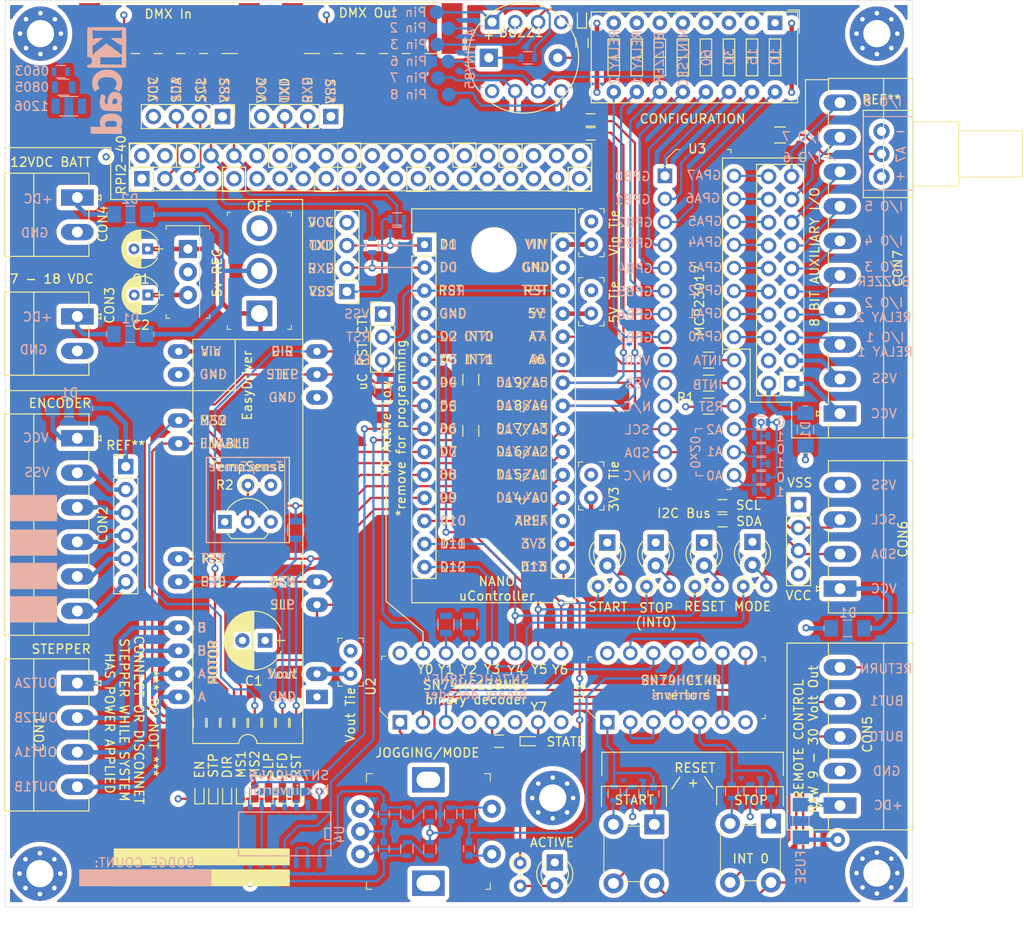
<source format=kicad_pcb>
(kicad_pcb (version 20171130) (host pcbnew "(5.1.6)-1")
  (layers (0 F.Cu signal) (1 In1.Cu_VCC power) (2 In2.Cu_VSS power) (31 B.Cu signal) (34 B.Paste user) (35 F.Paste user) (36 B.SilkS user) (37 F.SilkS user) (38 B.Mask user) (39 F.Mask user) (44 Edge.Cuts user))
  (net 0 "")
  (net 1 VCC_3.3v)
  (net 2 GND)
  (net 3 VCC_5v)
  (net 4 SCL)
  (net 5 SDA)
  (net 6 TXD)
  (net 7 RXD)
  (net 8 VIN)
  (net 9 VSS)
  (net 10 VOUT)
  (module Digikey:1206 (layer B.Cu) (at 188.214 87.1 90)
    (fp_text reference D1 (at -0.022 0 90) (layer B.SilkS) (effects (justify mirror)))
    (fp_text value 1206)
    (pad 1 smd rect (at -1.8 0 90) (size 1.5 1.8) (layers B.Cu B.Paste B.Mask) (net 3 VCC_5v))
    (pad 2 smd rect (at 1.8 0 90) (size 1.5 1.8) (layers B.Cu B.Paste B.Mask))
  )
  (module Pin_Headers:Pin_Header_Straight_2x10_Pitch2.54mm (layer F.Cu) (at 186.69 82.042 180)
    (fp_text reference REF** hide)
    (fp_text value Pin_Header_Straight_2x10_Pitch2.54mm)
    (pad 1 thru_hole rect (at 0 0 180) (size 1.7 1.7) (drill 1) (layers *.Cu *.Mask))
    (pad 2 thru_hole oval (at 2.54 0 180) (size 1.7 1.7) (drill 1) (layers *.Cu *.Mask))
    (pad 3 thru_hole oval (at 0 2.54 180) (size 1.7 1.7) (drill 1) (layers *.Cu *.Mask))
    (pad 4 thru_hole oval (at 2.54 2.54 180) (size 1.7 1.7) (drill 1) (layers *.Cu *.Mask) (net 9 VSS))
    (pad 5 thru_hole oval (at 0 5.08 180) (size 1.7 1.7) (drill 1) (layers *.Cu *.Mask))
    (pad 6 thru_hole oval (at 2.54 5.08 180) (size 1.7 1.7) (drill 1) (layers *.Cu *.Mask))
    (pad 7 thru_hole oval (at 0 7.62 180) (size 1.7 1.7) (drill 1) (layers *.Cu *.Mask))
    (pad 8 thru_hole oval (at 2.54 7.62 180) (size 1.7 1.7) (drill 1) (layers *.Cu *.Mask))
    (pad 9 thru_hole oval (at 0 10.16 180) (size 1.7 1.7) (drill 1) (layers *.Cu *.Mask))
    (pad 10 thru_hole oval (at 2.54 10.16 180) (size 1.7 1.7) (drill 1) (layers *.Cu *.Mask))
    (pad 11 thru_hole oval (at 0 12.7 180) (size 1.7 1.7) (drill 1) (layers *.Cu *.Mask))
    (pad 12 thru_hole oval (at 2.54 12.7 180) (size 1.7 1.7) (drill 1) (layers *.Cu *.Mask))
    (pad 13 thru_hole oval (at 0 15.24 180) (size 1.7 1.7) (drill 1) (layers *.Cu *.Mask))
    (pad 14 thru_hole oval (at 2.54 15.24 180) (size 1.7 1.7) (drill 1) (layers *.Cu *.Mask))
    (pad 15 thru_hole oval (at 0 17.78 180) (size 1.7 1.7) (drill 1) (layers *.Cu *.Mask))
    (pad 16 thru_hole oval (at 2.54 17.78 180) (size 1.7 1.7) (drill 1) (layers *.Cu *.Mask))
    (pad 17 thru_hole oval (at 0 20.32 180) (size 1.7 1.7) (drill 1) (layers *.Cu *.Mask))
    (pad 18 thru_hole oval (at 2.54 20.32 180) (size 1.7 1.7) (drill 1) (layers *.Cu *.Mask))
    (pad 19 thru_hole oval (at 0 22.86 180) (size 1.7 1.7) (drill 1) (layers *.Cu *.Mask))
    (pad 20 thru_hole oval (at 2.54 22.86 180) (size 1.7 1.7) (drill 1) (layers *.Cu *.Mask))
  )
  (module Resistors_SMD:R_0805 (layer F.Cu) (at 177.546 84.5185)
    (fp_text reference R1 (at -2.54 -0.9525) (layer F.SilkS))
    (fp_text value R_0805)
    (pad 2 smd rect (at 0.95 0) (size 0.7 1.3) (layers F.Cu F.Paste F.Mask))
    (pad 1 smd rect (at -0.95 0) (size 0.7 1.3) (layers F.Cu F.Paste F.Mask) (net 3 VCC_5v))
  )
  (module "Sebs:SMD Pad" (layer B.Cu) (at 148.844 46.482)
    (fp_text reference "Pin 6" (at -4.3815 0) (layer B.SilkS) (effects (justify mirror)))
    (fp_text value "SMD Pad")
    (pad 1 smd circle (at 0 0) (size 1.524 1.524) (layers B.Cu B.Paste B.Mask))
  )
  (module Resistors_SMD:R_0603 (layer F.Cu) (at 132.08 119.4435 270)
    (fp_text reference R2 hide)
    (fp_text value R_0603)
    (pad 1 smd rect (at -0.75 0 270) (size 0.5 0.9) (layers F.Cu F.Paste F.Mask))
    (pad 2 smd rect (at 0.75 0 270) (size 0.5 0.9) (layers F.Cu F.Paste F.Mask))
  )
  (module Digikey:LED_0603 (layer F.Cu) (at 132.08 127.0755 90)
    (fp_text reference LED hide)
    (fp_text value LED_0603)
    (pad 1 smd rect (at -0.75 0 90) (size 0.8 0.8) (layers F.Cu F.Paste F.Mask))
    (pad 2 smd rect (at 0.75 0 90) (size 0.8 0.8) (layers F.Cu F.Paste F.Mask))
  )
  (module Resistors_SMD:R_0603 (layer F.Cu) (at 121.412 119.4315 270)
    (fp_text reference R2 hide)
    (fp_text value R_0603)
    (pad 2 smd rect (at 0.75 0 270) (size 0.5 0.9) (layers F.Cu F.Paste F.Mask))
    (pad 1 smd rect (at -0.75 0 270) (size 0.5 0.9) (layers F.Cu F.Paste F.Mask))
  )
  (module Resistors_SMD:R_0603 (layer F.Cu) (at 130.556 119.4435 270)
    (fp_text reference R2 hide)
    (fp_text value R_0603)
    (pad 2 smd rect (at 0.75 0 270) (size 0.5 0.9) (layers F.Cu F.Paste F.Mask))
    (pad 1 smd rect (at -0.75 0 270) (size 0.5 0.9) (layers F.Cu F.Paste F.Mask))
  )
  (module Resistors_SMD:R_0603 (layer F.Cu) (at 129.032 119.4435 270)
    (fp_text reference R2 hide)
    (fp_text value R_0603)
    (pad 1 smd rect (at -0.75 0 270) (size 0.5 0.9) (layers F.Cu F.Paste F.Mask))
    (pad 2 smd rect (at 0.75 0 270) (size 0.5 0.9) (layers F.Cu F.Paste F.Mask))
  )
  (module Resistors_SMD:R_0603 (layer F.Cu) (at 127.508 119.4435 270)
    (fp_text reference R2 hide)
    (fp_text value R_0603)
    (pad 2 smd rect (at 0.75 0 270) (size 0.5 0.9) (layers F.Cu F.Paste F.Mask))
    (pad 1 smd rect (at -0.75 0 270) (size 0.5 0.9) (layers F.Cu F.Paste F.Mask))
  )
  (module Resistors_SMD:R_0603 (layer F.Cu) (at 125.984 119.4435 270)
    (fp_text reference R2 hide)
    (fp_text value R_0603)
    (pad 1 smd rect (at -0.75 0 270) (size 0.5 0.9) (layers F.Cu F.Paste F.Mask))
    (pad 2 smd rect (at 0.75 0 270) (size 0.5 0.9) (layers F.Cu F.Paste F.Mask))
  )
  (module Resistors_SMD:R_0603 (layer F.Cu) (at 124.46 119.4435 270)
    (fp_text reference R2 hide)
    (fp_text value R_0603)
    (pad 2 smd rect (at 0.75 0 270) (size 0.5 0.9) (layers F.Cu F.Paste F.Mask))
    (pad 1 smd rect (at -0.75 0 270) (size 0.5 0.9) (layers F.Cu F.Paste F.Mask))
  )
  (module Resistors_SMD:R_0603 (layer F.Cu) (at 122.936 119.4435 270)
    (fp_text reference R2 hide)
    (fp_text value R_0603)
    (pad 1 smd rect (at -0.75 0 270) (size 0.5 0.9) (layers F.Cu F.Paste F.Mask))
    (pad 2 smd rect (at 0.75 0 270) (size 0.5 0.9) (layers F.Cu F.Paste F.Mask))
  )
  (module Digikey:LED_0603 (layer F.Cu) (at 130.556 127.0755 90)
    (fp_text reference LED hide)
    (fp_text value LED_0603)
    (pad 2 smd rect (at 0.75 0 90) (size 0.8 0.8) (layers F.Cu F.Paste F.Mask))
    (pad 1 smd rect (at -0.75 0 90) (size 0.8 0.8) (layers F.Cu F.Paste F.Mask))
  )
  (module Digikey:LED_0603 (layer F.Cu) (at 129.032 127.0755 90)
    (fp_text reference LED hide)
    (fp_text value LED_0603)
    (pad 1 smd rect (at -0.75 0 90) (size 0.8 0.8) (layers F.Cu F.Paste F.Mask))
    (pad 2 smd rect (at 0.75 0 90) (size 0.8 0.8) (layers F.Cu F.Paste F.Mask))
  )
  (module Digikey:LED_0603 (layer F.Cu) (at 127.508 127.0755 90)
    (fp_text reference LED hide)
    (fp_text value LED_0603)
    (pad 2 smd rect (at 0.75 0 90) (size 0.8 0.8) (layers F.Cu F.Paste F.Mask))
    (pad 1 smd rect (at -0.75 0 90) (size 0.8 0.8) (layers F.Cu F.Paste F.Mask))
  )
  (module Digikey:LED_0603 (layer F.Cu) (at 125.984 127.0755 90)
    (fp_text reference LED hide)
    (fp_text value LED_0603)
    (pad 1 smd rect (at -0.75 0 90) (size 0.8 0.8) (layers F.Cu F.Paste F.Mask))
    (pad 2 smd rect (at 0.75 0 90) (size 0.8 0.8) (layers F.Cu F.Paste F.Mask))
  )
  (module Digikey:LED_0603 (layer F.Cu) (at 124.46 127.0755 90)
    (fp_text reference LED hide)
    (fp_text value LED_0603)
    (pad 2 smd rect (at 0.75 0 90) (size 0.8 0.8) (layers F.Cu F.Paste F.Mask))
    (pad 1 smd rect (at -0.75 0 90) (size 0.8 0.8) (layers F.Cu F.Paste F.Mask))
  )
  (module Digikey:LED_0603 (layer F.Cu) (at 122.936 127.0635 90)
    (fp_text reference LED hide)
    (fp_text value LED_0603)
    (pad 1 smd rect (at -0.75 0 90) (size 0.8 0.8) (layers F.Cu F.Paste F.Mask))
    (pad 2 smd rect (at 0.75 0 90) (size 0.8 0.8) (layers F.Cu F.Paste F.Mask))
  )
  (module Digikey:LED_0603 (layer F.Cu) (at 121.412 127.0755 90)
    (fp_text reference LED hide)
    (fp_text value LED_0603)
    (pad 2 smd rect (at 0.75 0 90) (size 0.8 0.8) (layers F.Cu F.Paste F.Mask))
    (pad 1 smd rect (at -0.75 0 90) (size 0.8 0.8) (layers F.Cu F.Paste F.Mask))
  )
  (module Resistors_SMD:R_0805 (layer B.Cu) (at 132.0165 98.1735 270)
    (fp_text reference 0805 hide)
    (fp_text value R_0805)
    (pad 2 smd rect (at 0.95 0 270) (size 0.7 1.3) (layers B.Cu B.Paste B.Mask))
    (pad 1 smd rect (at -0.95 0 270) (size 0.7 1.3) (layers B.Cu B.Paste B.Mask))
  )
  (module Resistors_SMD:R_0805 (layer F.Cu) (at 177.5435 79.4385)
    (fp_text reference 0805 hide)
    (fp_text value R_0805)
    (pad 2 smd rect (at 0.95 0) (size 0.7 1.3) (layers F.Cu F.Paste F.Mask))
    (pad 1 smd rect (at -0.95 0) (size 0.7 1.3) (layers F.Cu F.Paste F.Mask))
  )
  (module Resistors_SMD:R_0805 (layer F.Cu) (at 177.546 81.9785)
    (fp_text reference 0805 hide)
    (fp_text value R_0805)
    (pad 1 smd rect (at -0.95 0) (size 0.7 1.3) (layers F.Cu F.Paste F.Mask))
    (pad 2 smd rect (at 0.95 0) (size 0.7 1.3) (layers F.Cu F.Paste F.Mask))
  )
  (module Resistors_SMD:R_0805 (layer F.Cu) (at 151.3205 87.249 90)
    (fp_text reference 0805 hide)
    (fp_text value R_0805)
    (pad 1 smd rect (at -0.95 0 90) (size 0.7 1.3) (layers F.Cu F.Paste F.Mask))
    (pad 2 smd rect (at 0.95 0 90) (size 0.7 1.3) (layers F.Cu F.Paste F.Mask))
  )
  (module Resistors_SMD:R_0805 (layer F.Cu) (at 185.42 54.61 180)
    (fp_text reference REF** hide)
    (fp_text value R_0805)
    (pad 2 smd rect (at 0.95 0 180) (size 0.7 1.3) (layers F.Cu F.Paste F.Mask))
    (pad 1 smd rect (at -0.95 0 180) (size 0.7 1.3) (layers F.Cu F.Paste F.Mask))
  )
  (module Potentiometers:Potentiometer_Alps_RK09Y_Vertical (layer F.Cu) (at 196.596 59.2055)
    (fp_text reference REF** (at 0 -8.5) (layer F.SilkS))
    (fp_text value Potentiometer_Alps_RK09Y_Vertical)
    (pad 3 thru_hole circle (at 0 -5) (size 1.8 1.8) (drill 1) (layers *.Cu *.Mask) (net 9 VSS))
    (pad 2 thru_hole circle (at 0 -2.5) (size 1.8 1.8) (drill 1) (layers *.Cu *.Mask))
    (pad 1 thru_hole circle (at 0 0) (size 1.8 1.8) (drill 1) (layers *.Cu *.Mask) (net 3 VCC_5v))
  )
  (module Resistors_SMD:R_0805 (layer B.Cu) (at 151.13 108.585 90)
    (fp_text reference R2 hide)
    (fp_text value R_0805)
    (pad 1 smd rect (at -0.95 0 90) (size 0.7 1.3) (layers B.Cu B.Paste B.Mask))
    (pad 2 smd rect (at 0.95 0 90) (size 0.7 1.3) (layers B.Cu B.Paste B.Mask))
  )
  (module Resistors_SMD:R_0805 (layer B.Cu) (at 148.59 108.597 90)
    (fp_text reference R2 hide)
    (fp_text value R_0805)
    (pad 1 smd rect (at -0.95 0 90) (size 0.7 1.3) (layers B.Cu B.Paste B.Mask))
    (pad 2 smd rect (at 0.95 0 90) (size 0.7 1.3) (layers B.Cu B.Paste B.Mask))
  )
  (module Resistors_SMD:R_0805 (layer B.Cu) (at 141.605 82.538 270)
    (fp_text reference R2 hide)
    (fp_text value R_0805)
    (pad 1 smd rect (at -0.95 0 270) (size 0.7 1.3) (layers B.Cu B.Paste B.Mask))
    (pad 2 smd rect (at 0.95 0 270) (size 0.7 1.3) (layers B.Cu B.Paste B.Mask))
  )
  (module Resistors_SMD:R_0805 (layer F.Cu) (at 151.3205 81.5975 90)
    (fp_text reference 0805 hide)
    (fp_text value R_0805)
    (pad 2 smd rect (at 0.95 0 90) (size 0.7 1.3) (layers F.Cu F.Paste F.Mask))
    (pad 1 smd rect (at -0.95 0 90) (size 0.7 1.3) (layers F.Cu F.Paste F.Mask))
  )
  (module Resistors_SMD:R_0603 (layer F.Cu) (at 164.5285 54.483 180)
    (fp_text reference 0603 hide)
    (fp_text value R_0603)
    (pad 1 smd rect (at -0.75 0 180) (size 0.5 0.9) (layers F.Cu F.Paste F.Mask))
    (pad 2 smd rect (at 0.75 0 180) (size 0.5 0.9) (layers F.Cu F.Paste F.Mask))
  )
  (module Resistors_SMD:R_0603 (layer F.Cu) (at 164.5285 52.959 180)
    (fp_text reference 0603 hide)
    (fp_text value R_0603)
    (pad 2 smd rect (at 0.75 0 180) (size 0.5 0.9) (layers F.Cu F.Paste F.Mask))
    (pad 1 smd rect (at -0.75 0 180) (size 0.5 0.9) (layers F.Cu F.Paste F.Mask))
  )
  (module "Sebs:SMD Pad" (layer B.Cu) (at 148.9075 50.165)
    (fp_text reference "Pin 8" (at -4.445 0) (layer B.SilkS) (effects (justify mirror)))
    (fp_text value "SMD Pad")
    (pad 1 smd circle (at 0 0) (size 1.524 1.524) (layers B.Cu B.Paste B.Mask) (net 5 SDA))
  )
  (module "Sebs:SMD Pad" (layer B.Cu) (at 147.701 48.3235)
    (fp_text reference "Pin 7" (at -3.2385 0) (layer B.SilkS) (effects (justify mirror)))
    (fp_text value "SMD Pad")
    (pad 1 smd circle (at 0 0) (size 1.524 1.524) (layers B.Cu B.Paste B.Mask) (net 4 SCL))
  )
  (module "Sebs:SMD Pad" (layer B.Cu) (at 147.574 41.0845)
    (fp_text reference "Pin 1" (at -3.175 0) (layer B.SilkS) (effects (justify mirror)))
    (fp_text value "SMD Pad")
    (pad 1 smd circle (at 0 0) (size 1.524 1.524) (layers B.Cu B.Paste B.Mask))
  )
  (module Resistors_SMD:R_1206 (layer B.Cu) (at 107.008 51.435)
    (fp_text reference 1206 (at -4.1275 0 -180) (layer B.SilkS) (effects (justify mirror)))
    (fp_text value R_1206)
    (pad 1 smd rect (at -1.45 0) (size 0.9 1.7) (layers B.Cu B.Paste B.Mask))
    (pad 2 smd rect (at 1.45 0) (size 0.9 1.7) (layers B.Cu B.Paste B.Mask))
  )
  (module Resistors_SMD:R_0603 (layer B.Cu) (at 106.1205 47.625 180)
    (fp_text reference 0603 (at 3.175 0.0635 180) (layer B.SilkS) (effects (justify mirror)))
    (fp_text value R_0603)
    (pad 1 smd rect (at -0.75 0 180) (size 0.5 0.9) (layers B.Cu B.Paste B.Mask))
    (pad 2 smd rect (at 0.75 0 180) (size 0.5 0.9) (layers B.Cu B.Paste B.Mask))
  )
  (module Resistors_SMD:R_0805 (layer B.Cu) (at 106.426 49.3395)
    (fp_text reference 0805 (at -3.49 0) (layer B.SilkS) (effects (justify mirror)))
    (fp_text value R_0805)
    (pad 1 smd rect (at -0.95 0) (size 0.7 1.3) (layers B.Cu B.Paste B.Mask))
    (pad 2 smd rect (at 0.95 0) (size 0.7 1.3) (layers B.Cu B.Paste B.Mask))
  )
  (module Resistors_SMD:R_0603 (layer B.Cu) (at 140.462 66.802 270)
    (fp_text reference REF** hide)
    (fp_text value R_0603)
    (pad 2 smd rect (at 0.75 0 270) (size 0.5 0.9) (layers B.Cu B.Paste B.Mask))
    (pad 1 smd rect (at -0.75 0 270) (size 0.5 0.9) (layers B.Cu B.Paste B.Mask) (net 6 TXD))
  )
  (module Resistors_SMD:R_0603 (layer B.Cu) (at 143.1925 63.881 180)
    (fp_text reference REF** hide)
    (fp_text value R_0603)
    (pad 2 smd rect (at 0.75 0 180) (size 0.5 0.9) (layers B.Cu B.Paste B.Mask) (net 9 VSS))
    (pad 1 smd rect (at -0.75 0 180) (size 0.5 0.9) (layers B.Cu B.Paste B.Mask) (net 7 RXD))
  )
  (module Digikey:LED_0603 (layer F.Cu) (at 158.0515 121.4755)
    (fp_text reference LED hide)
    (fp_text value LED_0603)
    (pad 1 smd rect (at -0.75 0) (size 0.8 0.8) (layers F.Cu F.Paste F.Mask))
    (pad 2 smd rect (at 0.75 0) (size 0.8 0.8) (layers F.Cu F.Paste F.Mask))
  )
  (module Resistors_SMD:R_0603 (layer F.Cu) (at 154.432 121.4755)
    (fp_text reference R2 hide)
    (fp_text value R_0603)
    (pad 2 smd rect (at 0.75 0) (size 0.5 0.9) (layers F.Cu F.Paste F.Mask))
    (pad 1 smd rect (at -0.75 0) (size 0.5 0.9) (layers F.Cu F.Paste F.Mask) (net 9 VSS))
  )
  (module Pin_Headers:Pin_Header_Straight_1x03_Pitch2.54mm (layer F.Cu) (at 141.605 74.3585)
    (fp_text reference "uC RST CTL" (at -2.2225 4.064 90) (layer F.SilkS))
    (fp_text value Pin_Header_Straight_1x03_Pitch2.54mm)
    (pad 1 thru_hole rect (at 0 0) (size 1.7 1.7) (drill 1) (layers *.Cu *.Mask))
    (pad 2 thru_hole oval (at 0 2.54) (size 1.7 1.7) (drill 1) (layers *.Cu *.Mask))
    (pad 3 thru_hole oval (at 0 5.08) (size 1.7 1.7) (drill 1) (layers *.Cu *.Mask))
  )
  (module Resistors_SMD:R_0603 (layer B.Cu) (at 183.3245 93.9165 180)
    (fp_text reference "vcc access" hide)
    (fp_text value R_0603)
    (pad 2 smd rect (at 0.75 0 180) (size 0.5 0.9) (layers B.Cu B.Paste B.Mask))
    (pad 1 smd rect (at -0.75 0 180) (size 0.5 0.9) (layers B.Cu B.Paste B.Mask) (net 3 VCC_5v))
  )
  (module Resistors_SMD:R_0603 (layer B.Cu) (at 183.3245 90.8685 180)
    (fp_text reference "vcc access" hide)
    (fp_text value R_0603)
    (pad 1 smd rect (at -0.75 0 180) (size 0.5 0.9) (layers B.Cu B.Paste B.Mask) (net 3 VCC_5v))
    (pad 2 smd rect (at 0.75 0 180) (size 0.5 0.9) (layers B.Cu B.Paste B.Mask))
  )
  (module Resistors_SMD:R_0603 (layer B.Cu) (at 183.3245 87.8205 180)
    (fp_text reference "vcc access" hide)
    (fp_text value R_0603)
    (pad 2 smd rect (at 0.75 0 180) (size 0.5 0.9) (layers B.Cu B.Paste B.Mask))
    (pad 1 smd rect (at -0.75 0 180) (size 0.5 0.9) (layers B.Cu B.Paste B.Mask) (net 3 VCC_5v))
  )
  (module Resistors_SMD:R_0603 (layer B.Cu) (at 183.3245 92.3925 180)
    (fp_text reference REF** hide)
    (fp_text value R_0603)
    (pad 2 smd rect (at 0.75 0 180) (size 0.5 0.9) (layers B.Cu B.Paste B.Mask))
    (pad 1 smd rect (at -0.75 0 180) (size 0.5 0.9) (layers B.Cu B.Paste B.Mask) (net 9 VSS))
  )
  (module Resistors_SMD:R_0603 (layer B.Cu) (at 183.3245 89.3445 180)
    (fp_text reference REF** hide)
    (fp_text value R_0603)
    (pad 1 smd rect (at -0.75 0 180) (size 0.5 0.9) (layers B.Cu B.Paste B.Mask) (net 9 VSS))
    (pad 2 smd rect (at 0.75 0 180) (size 0.5 0.9) (layers B.Cu B.Paste B.Mask))
  )
  (module Resistors_SMD:R_0603 (layer B.Cu) (at 183.3245 86.2965 180)
    (fp_text reference REF** hide)
    (fp_text value R_0603)
    (pad 2 smd rect (at 0.75 0 180) (size 0.5 0.9) (layers B.Cu B.Paste B.Mask))
    (pad 1 smd rect (at -0.75 0 180) (size 0.5 0.9) (layers B.Cu B.Paste B.Mask) (net 9 VSS))
  )
  (module Resistors_SMD:R_0603 (layer F.Cu) (at 179.082 97.155 180)
    (fp_text reference REF** hide)
    (fp_text value R_0603)
    (pad 2 smd rect (at 0.75 0 180) (size 0.5 0.9) (layers F.Cu F.Paste F.Mask))
    (pad 1 smd rect (at -0.75 0 180) (size 0.5 0.9) (layers F.Cu F.Paste F.Mask))
  )
  (module Resistors_SMD:R_0603 (layer F.Cu) (at 179.058 95.504 180)
    (fp_text reference REF** hide)
    (fp_text value R_0603)
    (pad 1 smd rect (at -0.75 0 180) (size 0.5 0.9) (layers F.Cu F.Paste F.Mask))
    (pad 2 smd rect (at 0.75 0 180) (size 0.5 0.9) (layers F.Cu F.Paste F.Mask))
  )
  (module Digikey:1206 (layer B.Cu) (at 107.039 84.7725)
    (fp_text reference D1 (at 0.0474 -1.7272) (layer B.SilkS) (effects (justify mirror)))
    (fp_text value 1206)
    (pad 1 smd rect (at -1.8 0) (size 1.5 1.8) (layers B.Cu B.Paste B.Mask))
    (pad 2 smd rect (at 1.8 0) (size 1.5 1.8) (layers B.Cu B.Paste B.Mask))
  )
  (module Digikey:1206 (layer B.Cu) (at 192.8495 109.0295)
    (fp_text reference D1 (at 0.0474 -1.7272) (layer B.SilkS) (effects (justify mirror)))
    (fp_text value 1206)
    (pad 2 smd rect (at 1.8 0) (size 1.5 1.8) (layers B.Cu B.Paste B.Mask))
    (pad 1 smd rect (at -1.8 0) (size 1.5 1.8) (layers B.Cu B.Paste B.Mask) (net 3 VCC_5v))
  )
  (module Symbols:Symbol_KiCAD-Logo_CopperAndSilkScreenTop (layer B.Cu) (at 110.998 48.641 270)
    (fp_text reference REF** hide)
    (fp_text value "KiCAD Logo" hide)
  )
  (module "Sebs:SMD Pad" (layer B.Cu) (at 147.6375 44.6405)
    (fp_text reference "Pin 3 " (at -3.556 0) (layer B.SilkS) (effects (justify mirror)))
    (fp_text value "SMD Pad")
    (pad 1 smd circle (at 0 0) (size 1.524 1.524) (layers B.Cu B.Paste B.Mask))
  )
  (module "Sebs:SMD Pad" (layer B.Cu) (at 148.844 42.8625)
    (fp_text reference "Pin 2" (at -4.445 -0.0635) (layer B.SilkS) (effects (justify mirror)))
    (fp_text value "SMD Pad")
    (pad 1 smd circle (at 0 0) (size 1.524 1.524) (layers B.Cu B.Paste B.Mask))
  )
  (module Digikey:DIP-8_W7.62mm (layer B.Cu) (at 153.67 42.164 270)
    (fp_text reference ATTINY85 (at 4.064 2.413 270) (layer B.SilkS) (effects (justify mirror)))
    (fp_text value DIP-8_W7.62mm)
    (pad 8 thru_hole circle (at 7.62 0 270) (size 1.6 1.6) (drill 1) (layers *.Cu *.Mask) (net 3 VCC_5v))
    (pad 7 thru_hole circle (at 7.62 -2.54 270) (size 1.6 1.6) (drill 1) (layers *.Cu *.Mask) (net 4 SCL))
    (pad 6 thru_hole circle (at 7.62 -5.08 270) (size 1.6 1.6) (drill 1) (layers *.Cu *.Mask))
    (pad 5 thru_hole circle (at 7.62 -7.62 270) (size 1.6 1.6) (drill 1) (layers *.Cu *.Mask) (net 5 SDA))
    (pad 4 thru_hole circle (at 0 -7.62 270) (size 1.6 1.6) (drill 1) (layers *.Cu *.Mask) (net 9 VSS))
    (pad 3 thru_hole circle (at 0 -5.08 270) (size 1.6 1.6) (drill 1) (layers *.Cu *.Mask))
    (pad 2 thru_hole circle (at 0 -2.54 270) (size 1.6 1.6) (drill 1) (layers *.Cu *.Mask))
    (pad 1 thru_hole rect (at 0 0 270) (size 1.6 1.6) (drill 1) (layers *.Cu *.Mask))
  )
  (module Pin_Headers:Pin_Header_Straight_1x04_Pitch2.54mm (layer F.Cu) (at 187.452 95.377)
    (fp_text reference REF** hide)
    (fp_text value Pin_Header_Straight_1x04_Pitch2.54mm)
    (pad 4 thru_hole oval (at 0 7.62) (size 1.7 1.7) (drill 1) (layers *.Cu *.Mask) (net 3 VCC_5v))
    (pad 3 thru_hole oval (at 0 5.08) (size 1.7 1.7) (drill 1) (layers *.Cu *.Mask) (net 5 SDA))
    (pad 2 thru_hole oval (at 0 2.54) (size 1.7 1.7) (drill 1) (layers *.Cu *.Mask) (net 4 SCL))
    (pad 1 thru_hole rect (at 0 0) (size 1.7 1.7) (drill 1) (layers *.Cu *.Mask) (net 9 VSS))
  )
  (module Pin_Headers:Pin_Header_Straight_1x04_Pitch2.54mm (layer F.Cu) (at 123.952 52.578 270)
    (fp_text reference REF** hide)
    (fp_text value Pin_Header_Straight_1x04_Pitch2.54mm)
    (pad 1 thru_hole rect (at 0 0 270) (size 1.7 1.7) (drill 1) (layers *.Cu *.Mask) (net 9 VSS))
    (pad 2 thru_hole oval (at 0 2.54 270) (size 1.7 1.7) (drill 1) (layers *.Cu *.Mask) (net 4 SCL))
    (pad 3 thru_hole oval (at 0 5.08 270) (size 1.7 1.7) (drill 1) (layers *.Cu *.Mask) (net 5 SDA))
    (pad 4 thru_hole oval (at 0 7.62 270) (size 1.7 1.7) (drill 1) (layers *.Cu *.Mask) (net 1 VCC_3.3v))
  )
  (module Mounting_Holes:MountingHole_3mm_Pad_Via (layer F.Cu) (at 160.3502 127.7366)
    (fp_text reference REF** hide)
    (fp_text value MountingHole_3mm_Pad_Via)
    (pad 1 thru_hole circle (at 1.59099 -1.59099) (size 0.8 0.8) (drill 0.5) (layers *.Cu *.Mask) (net 9 VSS))
    (pad 1 thru_hole circle (at 0 -2.25) (size 0.8 0.8) (drill 0.5) (layers *.Cu *.Mask) (net 9 VSS))
    (pad 1 thru_hole circle (at -1.59099 -1.59099) (size 0.8 0.8) (drill 0.5) (layers *.Cu *.Mask) (net 9 VSS))
    (pad 1 thru_hole circle (at -2.25 0) (size 0.8 0.8) (drill 0.5) (layers *.Cu *.Mask) (net 9 VSS))
    (pad 1 thru_hole circle (at -1.59099 1.59099) (size 0.8 0.8) (drill 0.5) (layers *.Cu *.Mask) (net 9 VSS))
    (pad 1 thru_hole circle (at 0 2.25) (size 0.8 0.8) (drill 0.5) (layers *.Cu *.Mask) (net 9 VSS))
    (pad 1 thru_hole circle (at 1.59099 1.59099) (size 0.8 0.8) (drill 0.5) (layers *.Cu *.Mask) (net 9 VSS))
    (pad 1 thru_hole circle (at 2.25 0) (size 0.8 0.8) (drill 0.5) (layers *.Cu *.Mask) (net 9 VSS))
    (pad 1 thru_hole circle (at 0 0) (size 6 6) (drill 3) (layers *.Cu *.Mask) (net 9 VSS))
  )
  (module Resistors_SMD:R_0603 (layer F.Cu) (at 163.576 44.45 270)
    (fp_text reference REF** hide)
    (fp_text value R_0603)
    (pad 2 smd rect (at 0.75 0 270) (size 0.5 0.9) (layers F.Cu F.Paste F.Mask) (net 9 VSS))
    (pad 1 smd rect (at -0.75 0 270) (size 0.5 0.9) (layers F.Cu F.Paste F.Mask))
  )
  (module Digikey:LED_0603 (layer F.Cu) (at 163.576 41.529 90)
    (fp_text reference LED hide)
    (fp_text value LED_0603)
    (pad 2 smd rect (at 0.75 0 90) (size 0.8 0.8) (layers F.Cu F.Paste F.Mask))
    (pad 1 smd rect (at -0.75 0 90) (size 0.8 0.8) (layers F.Cu F.Paste F.Mask))
  )
  (module Digikey:PinHeader_1x2_P2.54mm (layer F.Cu) (at 164.612 71.755 270)
    (fp_text reference "5V Tie" (at 1.27 -2.52 90) (layer F.SilkS))
    (fp_text value PinHeader_1x2_P2.54mm)
    (pad 2 thru_hole circle (at 2.54 0.02 270) (size 1.524 1.524) (drill 0.762) (layers *.Cu *.Mask))
    (pad 1 thru_hole circle (at 0 0 270) (size 1.524 1.524) (drill 0.762) (layers *.Cu *.Mask) (net 3 VCC_5v))
  )
  (module Resistors_SMD:R_0603 (layer B.Cu) (at 143.1925 65.4685 180)
    (fp_text reference REF** hide)
    (fp_text value R_0603)
    (pad 1 smd rect (at -0.75 0 180) (size 0.5 0.9) (layers B.Cu B.Paste B.Mask) (net 7 RXD))
    (pad 2 smd rect (at 0.75 0 180) (size 0.5 0.9) (layers B.Cu B.Paste B.Mask))
  )
  (module Resistors_SMD:R_0603 (layer B.Cu) (at 157.607 46.101)
    (fp_text reference REF** hide)
    (fp_text value R_0603)
    (pad 1 smd rect (at -0.75 0) (size 0.5 0.9) (layers B.Cu B.Paste B.Mask))
    (pad 2 smd rect (at 0.75 0) (size 0.5 0.9) (layers B.Cu B.Paste B.Mask))
  )
  (module Digikey:PinHeader_1x2_P2.54mm (layer F.Cu) (at 138.069 111.506 270)
    (fp_text reference "Vout Tie" (at 7.0485 0.02 90) (layer F.SilkS))
    (fp_text value PinHeader_1x2_P2.54mm)
    (pad 2 thru_hole circle (at 2.54 0.02 270) (size 1.524 1.524) (drill 0.762) (layers *.Cu *.Mask) (net 10 VOUT))
    (pad 1 thru_hole circle (at 0 0 270) (size 1.524 1.524) (drill 0.762) (layers *.Cu *.Mask) (net 3 VCC_5v))
  )
  (module Digikey:PinHeader_1x2_P2.54mm (layer F.Cu) (at 164.6174 64.135 270)
    (fp_text reference "Vin Tie" (at 1.27 -2.52 90) (layer F.SilkS))
    (fp_text value PinHeader_1x2_P2.54mm)
    (pad 1 thru_hole circle (at 0 0 270) (size 1.524 1.524) (drill 0.762) (layers *.Cu *.Mask) (net 8 VIN))
    (pad 2 thru_hole circle (at 2.54 0.02 270) (size 1.524 1.524) (drill 0.762) (layers *.Cu *.Mask) (net 8 VIN))
  )
  (module Capacitors_THT:CP_Radial_D4.0mm_P1.50mm (layer F.Cu) (at 115.697 67.183 180)
    (fp_text reference C1 (at 0.75 -3.31) (layer F.SilkS))
    (fp_text value CP_Radial_D4.0mm_P1.50mm)
    (pad 2 thru_hole circle (at 1.5 0 180) (size 1.2 1.2) (drill 0.6) (layers *.Cu *.Mask) (net 2 GND))
    (pad 1 thru_hole rect (at 0 0 180) (size 1.2 1.2) (drill 0.6) (layers *.Cu *.Mask) (net 8 VIN))
  )
  (module Digikey:PinHeader_1x2_P2.54mm (layer F.Cu) (at 164.592 92.075 270)
    (fp_text reference "3V3 Tie" (at 1.27 -2.52 90) (layer F.SilkS))
    (fp_text value PinHeader_1x2_P2.54mm)
    (pad 2 thru_hole circle (at 2.54 0.02 270) (size 1.524 1.524) (drill 0.762) (layers *.Cu *.Mask) (net 1 VCC_3.3v))
    (pad 1 thru_hole circle (at 0 0 270) (size 1.524 1.524) (drill 0.762) (layers *.Cu *.Mask) (net 1 VCC_3.3v))
  )
  (module Pin_Headers:Pin_Header_Straight_2x20_Pitch2.54mm (layer F.Cu) (at 115.062 59.436 90)
    (fp_text reference RPI2-40 (at 1.524 -2.286 90) (layer F.SilkS))
    (fp_text value Pin_Header_Straight_2x20_Pitch2.54mm)
    (pad 40 thru_hole oval (at 2.54 48.26 90) (size 1.7 1.7) (drill 1) (layers *.Cu *.Mask))
    (pad 39 thru_hole oval (at 0 48.26 90) (size 1.7 1.7) (drill 1) (layers *.Cu *.Mask) (net 9 VSS))
    (pad 38 thru_hole oval (at 2.54 45.72 90) (size 1.7 1.7) (drill 1) (layers *.Cu *.Mask))
    (pad 37 thru_hole oval (at 0 45.72 90) (size 1.7 1.7) (drill 1) (layers *.Cu *.Mask))
    (pad 36 thru_hole oval (at 2.54 43.18 90) (size 1.7 1.7) (drill 1) (layers *.Cu *.Mask))
    (pad 35 thru_hole oval (at 0 43.18 90) (size 1.7 1.7) (drill 1) (layers *.Cu *.Mask))
    (pad 34 thru_hole oval (at 2.54 40.64 90) (size 1.7 1.7) (drill 1) (layers *.Cu *.Mask) (net 9 VSS))
    (pad 33 thru_hole oval (at 0 40.64 90) (size 1.7 1.7) (drill 1) (layers *.Cu *.Mask))
    (pad 32 thru_hole oval (at 2.54 38.1 90) (size 1.7 1.7) (drill 1) (layers *.Cu *.Mask))
    (pad 31 thru_hole oval (at 0 38.1 90) (size 1.7 1.7) (drill 1) (layers *.Cu *.Mask))
    (pad 30 thru_hole oval (at 2.54 35.56 90) (size 1.7 1.7) (drill 1) (layers *.Cu *.Mask) (net 9 VSS))
    (pad 29 thru_hole oval (at 0 35.56 90) (size 1.7 1.7) (drill 1) (layers *.Cu *.Mask))
    (pad "28 ID" thru_hole oval (at 2.54 33.02 90) (size 1.7 1.7) (drill 1) (layers *.Cu *.Mask) (net 4 SCL))
    (pad "27 ID" thru_hole oval (at 0 33.02 90) (size 1.7 1.7) (drill 1) (layers *.Cu *.Mask) (net 5 SDA))
    (pad 26 thru_hole oval (at 2.54 30.48 90) (size 1.7 1.7) (drill 1) (layers *.Cu *.Mask))
    (pad 25 thru_hole oval (at 0 30.48 90) (size 1.7 1.7) (drill 1) (layers *.Cu *.Mask) (net 9 VSS))
    (pad 24 thru_hole oval (at 2.54 27.94 90) (size 1.7 1.7) (drill 1) (layers *.Cu *.Mask))
    (pad 23 thru_hole oval (at 0 27.94 90) (size 1.7 1.7) (drill 1) (layers *.Cu *.Mask))
    (pad 22 thru_hole oval (at 2.54 25.4 90) (size 1.7 1.7) (drill 1) (layers *.Cu *.Mask))
    (pad 21 thru_hole oval (at 0 25.4 90) (size 1.7 1.7) (drill 1) (layers *.Cu *.Mask))
    (pad 20 thru_hole oval (at 2.54 22.86 90) (size 1.7 1.7) (drill 1) (layers *.Cu *.Mask) (net 9 VSS))
    (pad 19 thru_hole oval (at 0 22.86 90) (size 1.7 1.7) (drill 1) (layers *.Cu *.Mask))
    (pad 18 thru_hole oval (at 2.54 20.32 90) (size 1.7 1.7) (drill 1) (layers *.Cu *.Mask))
    (pad 17 thru_hole oval (at 0 20.32 90) (size 1.7 1.7) (drill 1) (layers *.Cu *.Mask) (net 1 VCC_3.3v))
    (pad 16 thru_hole oval (at 2.54 17.78 90) (size 1.7 1.7) (drill 1) (layers *.Cu *.Mask))
    (pad 15 thru_hole oval (at 0 17.78 90) (size 1.7 1.7) (drill 1) (layers *.Cu *.Mask))
    (pad 14 thru_hole oval (at 2.54 15.24 90) (size 1.7 1.7) (drill 1) (layers *.Cu *.Mask) (net 9 VSS))
    (pad 13 thru_hole oval (at 0 15.24 90) (size 1.7 1.7) (drill 1) (layers *.Cu *.Mask))
    (pad 12 thru_hole oval (at 2.54 12.7 90) (size 1.7 1.7) (drill 1) (layers *.Cu *.Mask))
    (pad 11 thru_hole oval (at 0 12.7 90) (size 1.7 1.7) (drill 1) (layers *.Cu *.Mask))
    (pad 10 thru_hole oval (at 2.54 10.16 90) (size 1.7 1.7) (drill 1) (layers *.Cu *.Mask) (net 7 RXD))
    (pad 9 thru_hole oval (at 0 10.16 90) (size 1.7 1.7) (drill 1) (layers *.Cu *.Mask) (net 9 VSS))
    (pad 8 thru_hole oval (at 2.54 7.62 90) (size 1.7 1.7) (drill 1) (layers *.Cu *.Mask) (net 6 TXD))
    (pad 7 thru_hole oval (at 0 7.62 90) (size 1.7 1.7) (drill 1) (layers *.Cu *.Mask))
    (pad 6 thru_hole oval (at 2.54 5.08 90) (size 1.7 1.7) (drill 1) (layers *.Cu *.Mask) (net 9 VSS))
    (pad 5 thru_hole oval (at 0 5.08 90) (size 1.7 1.7) (drill 1) (layers *.Cu *.Mask) (net 4 SCL))
    (pad 4 thru_hole oval (at 2.54 2.54 90) (size 1.7 1.7) (drill 1) (layers *.Cu *.Mask) (net 3 VCC_5v))
    (pad 3 thru_hole oval (at 0 2.54 90) (size 1.7 1.7) (drill 1) (layers *.Cu *.Mask) (net 5 SDA))
    (pad 2 thru_hole oval (at 2.54 0 90) (size 1.7 1.7) (drill 1) (layers *.Cu *.Mask) (net 3 VCC_5v))
    (pad 1 thru_hole rect (at 0 0 90) (size 1.7 1.7) (drill 1) (layers *.Cu *.Mask) (net 1 VCC_3.3v))
  )
  (module Pin_Headers:Pin_Header_Straight_1x04_Pitch2.54mm (layer F.Cu) (at 135.89 52.578 270)
    (fp_text reference REF** hide)
    (fp_text value Pin_Header_Straight_1x04_Pitch2.54mm)
    (pad 4 thru_hole oval (at 0 7.62 270) (size 1.7 1.7) (drill 1) (layers *.Cu *.Mask) (net 1 VCC_3.3v))
    (pad 3 thru_hole oval (at 0 5.08 270) (size 1.7 1.7) (drill 1) (layers *.Cu *.Mask) (net 6 TXD))
    (pad 2 thru_hole oval (at 0 2.54 270) (size 1.7 1.7) (drill 1) (layers *.Cu *.Mask) (net 7 RXD))
    (pad 1 thru_hole rect (at 0 0 270) (size 1.7 1.7) (drill 1) (layers *.Cu *.Mask) (net 9 VSS))
  )
  (module Digikey:Toggle_Switch_100SP1T1B4M2QE (layer F.Cu) (at 128.016 74.295 90)
    (fp_text reference OFF (at 11.811 0 180) (layer F.SilkS))
    (fp_text value Toggle_Switch_100SP1T1B4M2QE)
    (pad 3 thru_hole circle (at 9.4 0 90) (size 2.85 2.85) (drill 1.85) (layers *.Cu *.Mask))
    (pad 2 thru_hole circle (at 4.7 0 90) (size 2.85 2.85) (drill 1.85) (layers *.Cu *.Mask) (net 8 VIN))
    (pad 1 thru_hole rect (at 0 0 90) (size 2.85 2.85) (drill 1.85) (layers *.Cu *.Mask) (net 8 VIN))
  )
  (module Capacitors_THT:CP_Radial_D4.0mm_P1.50mm (layer F.Cu) (at 115.7224 72.263 180)
    (fp_text reference C2 (at 0.75 -3.31) (layer F.SilkS))
    (fp_text value CP_Radial_D4.0mm_P1.50mm)
    (pad 1 thru_hole rect (at 0 0 180) (size 1.2 1.2) (drill 0.6) (layers *.Cu *.Mask) (net 3 VCC_5v))
    (pad 2 thru_hole circle (at 1.5 0 180) (size 1.2 1.2) (drill 0.6) (layers *.Cu *.Mask) (net 2 GND))
  )
  (module Digikey:DIP-28_W7.62mm (layer F.Cu) (at 172.72 59.12)
    (fp_text reference U3 (at 3.556 -2.986) (layer F.SilkS))
    (fp_text value DIP-28_W7.62mm)
    (pad 28 thru_hole circle (at 7.62 0) (size 1.6 1.6) (drill 1) (layers *.Cu *.Mask))
    (pad 27 thru_hole circle (at 7.62 2.54) (size 1.6 1.6) (drill 1) (layers *.Cu *.Mask))
    (pad 26 thru_hole circle (at 7.62 5.08) (size 1.6 1.6) (drill 1) (layers *.Cu *.Mask))
    (pad 25 thru_hole circle (at 7.62 7.62) (size 1.6 1.6) (drill 1) (layers *.Cu *.Mask))
    (pad 24 thru_hole circle (at 7.62 10.16) (size 1.6 1.6) (drill 1) (layers *.Cu *.Mask))
    (pad 23 thru_hole circle (at 7.62 12.7) (size 1.6 1.6) (drill 1) (layers *.Cu *.Mask))
    (pad 22 thru_hole circle (at 7.62 15.24) (size 1.6 1.6) (drill 1) (layers *.Cu *.Mask))
    (pad 21 thru_hole circle (at 7.62 17.78) (size 1.6 1.6) (drill 1) (layers *.Cu *.Mask))
    (pad "20 INTA" thru_hole circle (at 7.62 20.32) (size 1.6 1.6) (drill 1) (layers *.Cu *.Mask))
    (pad "19 INTB" thru_hole circle (at 7.62 22.86) (size 1.6 1.6) (drill 1) (layers *.Cu *.Mask))
    (pad 18 thru_hole circle (at 7.62 25.4) (size 1.6 1.6) (drill 1) (layers *.Cu *.Mask))
    (pad 17 thru_hole circle (at 7.62 27.94) (size 1.6 1.6) (drill 1) (layers *.Cu *.Mask))
    (pad 16 thru_hole circle (at 7.62 30.48) (size 1.6 1.6) (drill 1) (layers *.Cu *.Mask))
    (pad 15 thru_hole circle (at 7.62 33.02) (size 1.6 1.6) (drill 1) (layers *.Cu *.Mask))
    (pad 14 thru_hole circle (at 0 33.02) (size 1.6 1.6) (drill 1) (layers *.Cu *.Mask))
    (pad 13 thru_hole circle (at 0 30.48) (size 1.6 1.6) (drill 1) (layers *.Cu *.Mask) (net 5 SDA))
    (pad 12 thru_hole circle (at 0 27.94) (size 1.6 1.6) (drill 1) (layers *.Cu *.Mask) (net 4 SCL))
    (pad 11 thru_hole circle (at 0 25.4) (size 1.6 1.6) (drill 1) (layers *.Cu *.Mask))
    (pad 10 thru_hole circle (at 0 22.86) (size 1.6 1.6) (drill 1) (layers *.Cu *.Mask) (net 9 VSS))
    (pad 9 thru_hole circle (at 0 20.32) (size 1.6 1.6) (drill 1) (layers *.Cu *.Mask) (net 3 VCC_5v))
    (pad 8 thru_hole circle (at 0 17.78) (size 1.6 1.6) (drill 1) (layers *.Cu *.Mask))
    (pad 7 thru_hole circle (at 0 15.24) (size 1.6 1.6) (drill 1) (layers *.Cu *.Mask))
    (pad 6 thru_hole circle (at 0 12.7) (size 1.6 1.6) (drill 1) (layers *.Cu *.Mask))
    (pad 5 thru_hole circle (at 0 10.16) (size 1.6 1.6) (drill 1) (layers *.Cu *.Mask))
    (pad 4 thru_hole circle (at 0 7.62) (size 1.6 1.6) (drill 1) (layers *.Cu *.Mask))
    (pad 3 thru_hole circle (at 0 5.08) (size 1.6 1.6) (drill 1) (layers *.Cu *.Mask))
    (pad 2 thru_hole circle (at 0 2.54) (size 1.6 1.6) (drill 1) (layers *.Cu *.Mask))
    (pad 1 thru_hole rect (at 0 0) (size 1.6 1.6) (drill 1) (layers *.Cu *.Mask))
  )
  (module Pin_Headers:Pin_Header_Straight_1x04_Pitch2.54mm (layer F.Cu) (at 137.668 71.882 180)
    (fp_text reference REF** hide)
    (fp_text value Pin_Header_Straight_1x04_Pitch2.54mm)
    (pad 1 thru_hole rect (at 0 0 180) (size 1.7 1.7) (drill 1) (layers *.Cu *.Mask) (net 9 VSS))
    (pad "2 RXD" thru_hole oval (at 0 2.54 180) (size 1.7 1.7) (drill 1) (layers *.Cu *.Mask))
    (pad "3 TXD" thru_hole oval (at 0 5.08 180) (size 1.7 1.7) (drill 1) (layers *.Cu *.Mask))
    (pad 4 thru_hole oval (at 0 7.62 180) (size 1.7 1.7) (drill 1) (layers *.Cu *.Mask) (net 3 VCC_5v))
  )
  (module Sebs:EasyDriver_v45 (layer F.Cu) (at 134.366 116.586 180)
    (fp_text reference d hide)
    (fp_text value EasyDriver_v45)
    (fp_text user A (at 12.7 0) (layer B.SilkS) (effects (justify mirror)))
    (fp_text user A (at 12.7 2.54) (layer B.SilkS) (effects (justify mirror)))
    (fp_text user MOTOR (at 11.43 3.81 90) (layer B.SilkS) (effects (justify mirror)))
    (fp_text user B (at 12.7 5.08) (layer B.SilkS) (effects (justify mirror)))
    (fp_text user B (at 12.7 7.62) (layer B.SilkS) (effects (justify mirror)))
    (fp_text user GND (at 3.81 0) (layer B.SilkS) (effects (justify mirror)))
    (fp_text user Vout (at 3.81 2.54) (layer B.SilkS) (effects (justify mirror)))
    (fp_text user SLP (at 3.81 10.16) (layer B.SilkS) (effects (justify mirror)))
    (fp_text user MS1 (at 3.81 12.7) (layer B.SilkS) (effects (justify mirror)))
    (fp_text user PFD (at 11.43 12.7) (layer B.SilkS) (effects (justify mirror)))
    (fp_text user RST (at 11.43 15.24) (layer B.SilkS) (effects (justify mirror)))
    (fp_text user ENABLE (at 10.16 27.94) (layer B.SilkS) (effects (justify mirror)))
    (fp_text user MS2 (at 11.43 30.48) (layer B.SilkS) (effects (justify mirror)))
    (fp_text user GND (at 11.43 35.56) (layer B.SilkS) (effects (justify mirror)))
    (fp_text user Vin (at 11.684 38.1) (layer B.SilkS) (effects (justify mirror)))
    (fp_text user DIR (at 3.81 38.1) (layer B.SilkS) (effects (justify mirror)))
    (fp_text user STEP (at 3.81 35.56) (layer F.SilkS))
    (fp_text user GND (at 3.81 33.02) (layer B.SilkS) (effects (justify mirror)))
    (fp_text user GND (at 3.81 0) (layer F.SilkS))
    (fp_text user Vout (at 3.81 2.54) (layer F.SilkS))
    (fp_text user SLP (at 3.81 10.16) (layer F.SilkS))
    (fp_text user MS1 (at 3.81 12.7) (layer F.SilkS))
    (fp_text user GND (at 3.81 33.02) (layer F.SilkS))
    (fp_text user STEP (at 3.81 35.56) (layer B.SilkS) (effects (justify mirror)))
    (fp_text user DIR (at 3.81 38.1) (layer F.SilkS))
    (fp_text user Vin (at 11.684 38.1) (layer F.SilkS))
    (fp_text user GND (at 11.43 35.56) (layer F.SilkS))
    (fp_text user MS2 (at 11.43 30.48) (layer F.SilkS))
    (fp_text user ENABLE (at 10.16 27.94) (layer F.SilkS))
    (fp_text user RST (at 11.43 15.24) (layer F.SilkS))
    (fp_text user PFD (at 11.43 12.7) (layer F.SilkS))
    (fp_text user MOTOR (at 11.43 3.81 270) (layer F.SilkS))
    (fp_text user B (at 12.7 7.62) (layer F.SilkS))
    (fp_text user B (at 12.7 5.08) (layer F.SilkS))
    (fp_text user A (at 12.7 2.54) (layer F.SilkS))
    (fp_text user A (at 12.7 0) (layer F.SilkS))
    (pad 1 thru_hole rect (at 0 0 180) (size 2.4 1.6) (drill 0.8) (layers *.Cu *.Mask) (net 9 VSS))
    (pad 17 thru_hole oval (at 15.24 38.1 180) (size 2.4 1.6) (drill 0.8) (layers *.Cu *.Mask) (net 8 VIN))
    (pad 2 thru_hole oval (at 0 2.54 180) (size 2.4 1.6) (drill 0.8) (layers *.Cu *.Mask) (net 10 VOUT))
    (pad 18 thru_hole oval (at 15.24 35.56 180) (size 2.4 1.6) (drill 0.8) (layers *.Cu *.Mask) (net 2 GND))
    (pad 20 thru_hole oval (at 15.24 30.48 180) (size 2.4 1.6) (drill 0.8) (layers *.Cu *.Mask))
    (pad 5 thru_hole oval (at 0 10.16 180) (size 2.4 1.6) (drill 0.8) (layers *.Cu *.Mask))
    (pad 21 thru_hole oval (at 15.24 27.94 180) (size 2.4 1.6) (drill 0.8) (layers *.Cu *.Mask))
    (pad 6 thru_hole oval (at 0 12.7 180) (size 2.4 1.6) (drill 0.8) (layers *.Cu *.Mask))
    (pad 26 thru_hole oval (at 15.24 15.24 180) (size 2.4 1.6) (drill 0.8) (layers *.Cu *.Mask))
    (pad 27 thru_hole oval (at 15.24 12.7 180) (size 2.4 1.6) (drill 0.8) (layers *.Cu *.Mask))
    (pad 29 thru_hole oval (at 15.24 7.62 180) (size 2.4 1.6) (drill 0.8) (layers *.Cu *.Mask))
    (pad 14 thru_hole oval (at 0 33.02 180) (size 2.4 1.6) (drill 0.8) (layers *.Cu *.Mask))
    (pad 30 thru_hole oval (at 15.24 5.08 180) (size 2.4 1.6) (drill 0.8) (layers *.Cu *.Mask))
    (pad 15 thru_hole oval (at 0 35.56 180) (size 2.4 1.6) (drill 0.8) (layers *.Cu *.Mask))
    (pad 31 thru_hole oval (at 15.24 2.54 180) (size 2.4 1.6) (drill 0.8) (layers *.Cu *.Mask))
    (pad 16 thru_hole oval (at 0 38.1 180) (size 2.4 1.6) (drill 0.8) (layers *.Cu *.Mask))
    (pad 32 thru_hole oval (at 15.24 0 180) (size 2.4 1.6) (drill 0.8) (layers *.Cu *.Mask))
  )
  (module Capacitors_SMD:C_0603 (layer B.Cu) (at 184.404 127.012 270)
    (fp_text reference REF** hide)
    (fp_text value C_0603)
    (pad 2 smd rect (at 0.75 0 270) (size 0.8 0.75) (layers B.Cu B.Paste B.Mask) (net 9 VSS))
    (pad 1 smd rect (at -0.75 0 270) (size 0.8 0.75) (layers B.Cu B.Paste B.Mask))
  )
  (module Resistors_SMD:R_0603 (layer B.Cu) (at 180.086 126.988 270)
    (fp_text reference REF** hide)
    (fp_text value R_0603)
    (pad 1 smd rect (at -0.75 0 270) (size 0.5 0.9) (layers B.Cu B.Paste B.Mask))
    (pad 2 smd rect (at 0.75 0 270) (size 0.5 0.9) (layers B.Cu B.Paste B.Mask))
  )
  (module Resistors_SMD:R_0603 (layer B.Cu) (at 182.118 127 270)
    (fp_text reference REF** hide)
    (fp_text value R_0603)
    (pad 2 smd rect (at 0.75 0 270) (size 0.5 0.9) (layers B.Cu B.Paste B.Mask) (net 3 VCC_5v))
    (pad 1 smd rect (at -0.75 0 270) (size 0.5 0.9) (layers B.Cu B.Paste B.Mask))
  )
  (module Resistors_SMD:R_0603 (layer B.Cu) (at 169.164 127.254 270)
    (fp_text reference REF** hide)
    (fp_text value R_0603)
    (pad 1 smd rect (at -0.75 0 270) (size 0.5 0.9) (layers B.Cu B.Paste B.Mask))
    (pad 2 smd rect (at 0.75 0 270) (size 0.5 0.9) (layers B.Cu B.Paste B.Mask) (net 3 VCC_5v))
  )
  (module Capacitors_SMD:C_0603 (layer B.Cu) (at 171.45 127.266 270)
    (fp_text reference REF** hide)
    (fp_text value C_0603)
    (pad 1 smd rect (at -0.75 0 270) (size 0.8 0.75) (layers B.Cu B.Paste B.Mask))
    (pad 2 smd rect (at 0.75 0 270) (size 0.8 0.75) (layers B.Cu B.Paste B.Mask) (net 9 VSS))
  )
  (module Resistors_SMD:R_0603 (layer B.Cu) (at 167.132 127.242 270)
    (fp_text reference REF** hide)
    (fp_text value R_0603)
    (pad 2 smd rect (at 0.75 0 270) (size 0.5 0.9) (layers B.Cu B.Paste B.Mask))
    (pad 1 smd rect (at -0.75 0 270) (size 0.5 0.9) (layers B.Cu B.Paste B.Mask))
  )
  (module SMD_Packages:SOIC-14_N (layer B.Cu) (at 130.81 131.572 180)
    (fp_text reference U4 (at -6.0325 -0.1905 90) (layer B.SilkS) (effects (justify mirror)))
    (fp_text value SOIC-14_N)
    (pad 1 smd rect (at -3.81 -3.302 180) (size 0.508 1.143) (layers B.Cu B.Paste B.Mask))
    (pad 2 smd rect (at -2.54 -3.302 180) (size 0.508 1.143) (layers B.Cu B.Paste B.Mask))
    (pad 3 smd rect (at -1.27 -3.302 180) (size 0.508 1.143) (layers B.Cu B.Paste B.Mask))
    (pad 4 smd rect (at 0 -3.302 180) (size 0.508 1.143) (layers B.Cu B.Paste B.Mask))
    (pad 5 smd rect (at 1.27 -3.302 180) (size 0.508 1.143) (layers B.Cu B.Paste B.Mask))
    (pad 6 smd rect (at 2.54 -3.302 180) (size 0.508 1.143) (layers B.Cu B.Paste B.Mask))
    (pad 7 smd rect (at 3.81 -3.302 180) (size 0.508 1.143) (layers B.Cu B.Paste B.Mask) (net 9 VSS))
    (pad 8 smd rect (at 3.81 3.048 180) (size 0.508 1.143) (layers B.Cu B.Paste B.Mask))
    (pad 9 smd rect (at 2.54 3.048 180) (size 0.508 1.143) (layers B.Cu B.Paste B.Mask))
    (pad 11 smd rect (at 0 3.048 180) (size 0.508 1.143) (layers B.Cu B.Paste B.Mask))
    (pad 12 smd rect (at -1.27 3.048 180) (size 0.508 1.143) (layers B.Cu B.Paste B.Mask))
    (pad 13 smd rect (at -2.54 3.048 180) (size 0.508 1.143) (layers B.Cu B.Paste B.Mask))
    (pad 14 smd rect (at -3.81 3.048 180) (size 0.508 1.143) (layers B.Cu B.Paste B.Mask) (net 3 VCC_5v))
    (pad 10 smd rect (at 1.27 3.048 180) (size 0.508 1.143) (layers B.Cu B.Paste B.Mask))
  )
  (module Resistors_SMD:R_0603 (layer B.Cu) (at 151.13 129.528 270)
    (fp_text reference REF** hide)
    (fp_text value R_0603)
    (pad 1 smd rect (at -0.75 0 270) (size 0.5 0.9) (layers B.Cu B.Paste B.Mask))
    (pad 2 smd rect (at 0.75 0 270) (size 0.5 0.9) (layers B.Cu B.Paste B.Mask))
  )
  (module Resistors_SMD:R_0603 (layer B.Cu) (at 149.098 129.54 270)
    (fp_text reference REF** hide)
    (fp_text value R_0603)
    (pad 2 smd rect (at 0.75 0 270) (size 0.5 0.9) (layers B.Cu B.Paste B.Mask) (net 3 VCC_5v))
    (pad 1 smd rect (at -0.75 0 270) (size 0.5 0.9) (layers B.Cu B.Paste B.Mask))
  )
  (module Capacitors_SMD:C_0603 (layer B.Cu) (at 151.13 133.338 270)
    (fp_text reference REF** hide)
    (fp_text value C_0603)
    (pad 2 smd rect (at 0.75 0 270) (size 0.8 0.75) (layers B.Cu B.Paste B.Mask) (net 9 VSS))
    (pad 1 smd rect (at -0.75 0 270) (size 0.8 0.75) (layers B.Cu B.Paste B.Mask))
  )
  (module Capacitors_SMD:C_0603 (layer B.Cu) (at 141.732 129.552 270)
    (fp_text reference REF** hide)
    (fp_text value C_0603)
    (pad 2 smd rect (at 0.75 0 270) (size 0.8 0.75) (layers B.Cu B.Paste B.Mask) (net 9 VSS))
    (pad 1 smd rect (at -0.75 0 270) (size 0.8 0.75) (layers B.Cu B.Paste B.Mask))
  )
  (module Capacitors_SMD:C_0603 (layer B.Cu) (at 141.732 133.338 90)
    (fp_text reference REF** hide)
    (fp_text value C_0603)
    (pad 1 smd rect (at -0.75 0 90) (size 0.8 0.75) (layers B.Cu B.Paste B.Mask))
    (pad 2 smd rect (at 0.75 0 90) (size 0.8 0.75) (layers B.Cu B.Paste B.Mask) (net 9 VSS))
  )
  (module Resistors_SMD:R_0603 (layer B.Cu) (at 144.272 133.35 90)
    (fp_text reference REF** hide)
    (fp_text value R_0603)
    (pad 2 smd rect (at 0.75 0 90) (size 0.5 0.9) (layers B.Cu B.Paste B.Mask))
    (pad 1 smd rect (at -0.75 0 90) (size 0.5 0.9) (layers B.Cu B.Paste B.Mask))
  )
  (module Resistors_SMD:R_0603 (layer B.Cu) (at 144.272 129.54 270)
    (fp_text reference REF** hide)
    (fp_text value R_0603)
    (pad 1 smd rect (at -0.75 0 270) (size 0.5 0.9) (layers B.Cu B.Paste B.Mask))
    (pad 2 smd rect (at 0.75 0 270) (size 0.5 0.9) (layers B.Cu B.Paste B.Mask))
  )
  (module Resistors_SMD:R_0603 (layer B.Cu) (at 146.812 129.552 270)
    (fp_text reference REF** hide)
    (fp_text value R_0603)
    (pad 2 smd rect (at 0.75 0 270) (size 0.5 0.9) (layers B.Cu B.Paste B.Mask) (net 3 VCC_5v))
    (pad 1 smd rect (at -0.75 0 270) (size 0.5 0.9) (layers B.Cu B.Paste B.Mask))
  )
  (module Resistors_SMD:R_0603 (layer B.Cu) (at 146.812 133.35 90)
    (fp_text reference REF** hide)
    (fp_text value R_0603)
    (pad 1 smd rect (at -0.75 0 90) (size 0.5 0.9) (layers B.Cu B.Paste B.Mask))
    (pad 2 smd rect (at 0.75 0 90) (size 0.5 0.9) (layers B.Cu B.Paste B.Mask) (net 3 VCC_5v))
  )
  (module Capacitors_THT:CP_Radial_D6.3mm_P2.50mm (layer F.Cu) (at 128.651 110.363 180)
    (fp_text reference C1 (at 1.25 -4.46) (layer F.SilkS))
    (fp_text value CP_Radial_D6.3mm_P2.50mm)
    (pad 1 thru_hole rect (at 0 0 180) (size 1.6 1.6) (drill 0.8) (layers *.Cu *.Mask) (net 3 VCC_5v))
    (pad 2 thru_hole circle (at 2.5 0 180) (size 1.6 1.6) (drill 0.8) (layers *.Cu *.Mask) (net 9 VSS))
  )
  (module Resistors_THT:R_Axial_DIN0204_L3.6mm_D1.6mm_P2.54mm_Vertical (layer F.Cu) (at 181.356 104.394)
    (fp_text reference REF** hide)
    (fp_text value R_Axial_DIN0204_L3.6mm_D1.6mm_P2.54mm_Vertical)
    (pad 2 thru_hole oval (at 2.54 0) (size 1.4 1.4) (drill 0.7) (layers *.Cu *.Mask))
    (pad 1 thru_hole circle (at 0 0) (size 1.4 1.4) (drill 0.7) (layers *.Cu *.Mask))
  )
  (module Resistors_THT:R_Axial_DIN0204_L3.6mm_D1.6mm_P2.54mm_Vertical (layer F.Cu) (at 176.022 104.394)
    (fp_text reference REF** hide)
    (fp_text value R_Axial_DIN0204_L3.6mm_D1.6mm_P2.54mm_Vertical)
    (pad 1 thru_hole circle (at 0 0) (size 1.4 1.4) (drill 0.7) (layers *.Cu *.Mask))
    (pad 2 thru_hole oval (at 2.54 0) (size 1.4 1.4) (drill 0.7) (layers *.Cu *.Mask))
  )
  (module Resistors_THT:R_Axial_DIN0204_L3.6mm_D1.6mm_P2.54mm_Vertical (layer F.Cu) (at 170.688 104.394)
    (fp_text reference REF** hide)
    (fp_text value R_Axial_DIN0204_L3.6mm_D1.6mm_P2.54mm_Vertical)
    (pad 2 thru_hole oval (at 2.54 0) (size 1.4 1.4) (drill 0.7) (layers *.Cu *.Mask))
    (pad 1 thru_hole circle (at 0 0) (size 1.4 1.4) (drill 0.7) (layers *.Cu *.Mask))
  )
  (module Resistors_THT:R_Axial_DIN0204_L3.6mm_D1.6mm_P2.54mm_Vertical (layer F.Cu) (at 165.354 104.394)
    (fp_text reference REF** hide)
    (fp_text value R_Axial_DIN0204_L3.6mm_D1.6mm_P2.54mm_Vertical)
    (pad 1 thru_hole circle (at 0 0) (size 1.4 1.4) (drill 0.7) (layers *.Cu *.Mask))
    (pad 2 thru_hole oval (at 2.54 0) (size 1.4 1.4) (drill 0.7) (layers *.Cu *.Mask))
  )
  (module Socket_Strips:Socket_Strip_Straight_1x06_Pitch2.54mm (layer F.Cu) (at 113.284 91.186)
    (fp_text reference REF** (at 0 -2.33) (layer F.SilkS))
    (fp_text value Socket_Strip_Straight_1x06_Pitch2.54mm)
    (pad 1 thru_hole rect (at 0 0) (size 1.7 1.7) (drill 1) (layers *.Cu *.Mask))
    (pad 2 thru_hole oval (at 0 2.54) (size 1.7 1.7) (drill 1) (layers *.Cu *.Mask))
    (pad 3 thru_hole oval (at 0 5.08) (size 1.7 1.7) (drill 1) (layers *.Cu *.Mask))
    (pad 4 thru_hole oval (at 0 7.62) (size 1.7 1.7) (drill 1) (layers *.Cu *.Mask))
    (pad 5 thru_hole oval (at 0 10.16) (size 1.7 1.7) (drill 1) (layers *.Cu *.Mask))
    (pad 6 thru_hole oval (at 0 12.7) (size 1.7 1.7) (drill 1) (layers *.Cu *.Mask))
  )
  (module Resistors_THT:R_Axial_DIN0204_L3.6mm_D1.6mm_P2.54mm_Vertical (layer F.Cu) (at 156.7688 134.8994 270)
    (fp_text reference REF** hide)
    (fp_text value R_Axial_DIN0204_L3.6mm_D1.6mm_P2.54mm_Vertical)
    (pad 2 thru_hole oval (at 2.54 0 270) (size 1.4 1.4) (drill 0.7) (layers *.Cu *.Mask))
    (pad 1 thru_hole circle (at 0 0 270) (size 1.4 1.4) (drill 0.7) (layers *.Cu *.Mask))
  )
  (module Digikey:1206 (layer B.Cu) (at 187.706 130.28 270)
    (fp_text reference FUSE (at 5.102 0 270) (layer B.SilkS) (effects (justify mirror)))
    (fp_text value 1206)
    (pad 1 smd rect (at -1.8 0 270) (size 1.5 1.8) (layers B.Cu B.Paste B.Mask) (net 8 VIN))
    (pad 2 smd rect (at 1.8 0 270) (size 1.5 1.8) (layers B.Cu B.Paste B.Mask) (net 8 VIN))
  )
  (module Digikey:1206 (layer B.Cu) (at 113.814 63.373)
    (fp_text reference D2 (at -0.0728 -1.7018) (layer B.SilkS) (effects (justify mirror)))
    (fp_text value 1206)
    (pad 1 smd rect (at -1.8 0) (size 1.5 1.8) (layers B.Cu B.Paste B.Mask) (net 8 VIN))
    (pad 2 smd rect (at 1.8 0) (size 1.5 1.8) (layers B.Cu B.Paste B.Mask) (net 8 VIN))
  )
  (module Digikey:1206 (layer B.Cu) (at 113.77 76.581)
    (fp_text reference D1 (at 0.0474 -1.7272) (layer B.SilkS) (effects (justify mirror)))
    (fp_text value 1206)
    (pad 2 smd rect (at 1.8 0) (size 1.5 1.8) (layers B.Cu B.Paste B.Mask) (net 8 VIN))
    (pad 1 smd rect (at -1.8 0) (size 1.5 1.8) (layers B.Cu B.Paste B.Mask) (net 8 VIN))
  )
  (module Connectors_Phoenix:PhoenixContact_PTSM0,5_5-2,5-V_SMD (layer F.Cu) (at 140.462 44.45)
    (fp_text reference Ref** hide)
    (fp_text value PhoenixContact_PTSM0,5_5-2,5-V_SMD)
    (pad "" smd rect (at -8.8 -1.58 180) (size 2.3 5.6) (layers F.Cu F.Paste F.Mask))
    (pad "" smd rect (at 8.8 -1.58 180) (size 2.3 5.6) (layers F.Cu F.Paste F.Mask))
    (pad 1 smd rect (at -5 1.58 180) (size 1.4 3.4) (layers F.Cu F.Paste F.Mask) (net 9 VSS))
    (pad 5 smd rect (at 5 1.58 180) (size 1.4 3.4) (layers F.Cu F.Paste F.Mask))
    (pad 2 smd rect (at -2.5 1.58 180) (size 1.4 3.4) (layers F.Cu F.Paste F.Mask))
    (pad 3 smd rect (at 0 1.58 180) (size 1.4 3.4) (layers F.Cu F.Paste F.Mask))
    (pad 4 smd rect (at 2.5 1.58 180) (size 1.4 3.4) (layers F.Cu F.Paste F.Mask))
  )
  (module Connectors_Phoenix:PhoenixContact_PTSM0,5_5-2,5-V_SMD (layer F.Cu) (at 118.11 44.45)
    (fp_text reference Ref** hide)
    (fp_text value PhoenixContact_PTSM0,5_5-2,5-V_SMD)
    (pad 4 smd rect (at 2.5 1.58 180) (size 1.4 3.4) (layers F.Cu F.Paste F.Mask))
    (pad 3 smd rect (at 0 1.58 180) (size 1.4 3.4) (layers F.Cu F.Paste F.Mask))
    (pad 2 smd rect (at -2.5 1.58 180) (size 1.4 3.4) (layers F.Cu F.Paste F.Mask))
    (pad 5 smd rect (at 5 1.58 180) (size 1.4 3.4) (layers F.Cu F.Paste F.Mask))
    (pad 1 smd rect (at -5 1.58 180) (size 1.4 3.4) (layers F.Cu F.Paste F.Mask) (net 9 VSS))
    (pad "" smd rect (at 8.8 -1.58 180) (size 2.3 5.6) (layers F.Cu F.Paste F.Mask))
    (pad "" smd rect (at -8.8 -1.58 180) (size 2.3 5.6) (layers F.Cu F.Paste F.Mask))
  )
  (module Mounting_Holes:MountingHole_4mm (layer F.Cu) (at 153.8732 67.2846)
    (fp_text reference REF** hide)
    (fp_text value MountingHole_4mm)
    (pad 1 np_thru_hole circle (at 0 0) (size 4 4) (drill 4) (layers *.Cu *.Mask))
  )
  (module Modules:Arduino_Nano (layer F.Cu) (at 146.2151 66.7004)
    (fp_text reference REF** hide)
    (fp_text value Arduino_Nano)
    (pad 1 thru_hole rect (at 0 0) (size 1.6 1.6) (drill 0.8) (layers *.Cu *.Mask))
    (pad 17 thru_hole oval (at 15.24 33.02) (size 1.6 1.6) (drill 0.8) (layers *.Cu *.Mask) (net 1 VCC_3.3v))
    (pad 2 thru_hole oval (at 0 2.54) (size 1.6 1.6) (drill 0.8) (layers *.Cu *.Mask))
    (pad 18 thru_hole oval (at 15.24 30.48) (size 1.6 1.6) (drill 0.8) (layers *.Cu *.Mask))
    (pad 3 thru_hole oval (at 0 5.08) (size 1.6 1.6) (drill 0.8) (layers *.Cu *.Mask))
    (pad 19 thru_hole oval (at 15.24 27.94) (size 1.6 1.6) (drill 0.8) (layers *.Cu *.Mask))
    (pad 4 thru_hole oval (at 0 7.62) (size 1.6 1.6) (drill 0.8) (layers *.Cu *.Mask) (net 9 VSS))
    (pad 20 thru_hole oval (at 15.24 25.4) (size 1.6 1.6) (drill 0.8) (layers *.Cu *.Mask))
    (pad 5 thru_hole oval (at 0 10.16) (size 1.6 1.6) (drill 0.8) (layers *.Cu *.Mask))
    (pad 21 thru_hole oval (at 15.24 22.86) (size 1.6 1.6) (drill 0.8) (layers *.Cu *.Mask))
    (pad 6 thru_hole oval (at 0 12.7) (size 1.6 1.6) (drill 0.8) (layers *.Cu *.Mask))
    (pad 22 thru_hole oval (at 15.24 20.32) (size 1.6 1.6) (drill 0.8) (layers *.Cu *.Mask))
    (pad 7 thru_hole oval (at 0 15.24) (size 1.6 1.6) (drill 0.8) (layers *.Cu *.Mask))
    (pad "23 SDA" thru_hole oval (at 15.24 17.78) (size 1.6 1.6) (drill 0.8) (layers *.Cu *.Mask) (net 5 SDA))
    (pad 8 thru_hole oval (at 0 17.78) (size 1.6 1.6) (drill 0.8) (layers *.Cu *.Mask))
    (pad "24 SCL" thru_hole oval (at 15.24 15.24) (size 1.6 1.6) (drill 0.8) (layers *.Cu *.Mask) (net 4 SCL))
    (pad 9 thru_hole oval (at 0 20.32) (size 1.6 1.6) (drill 0.8) (layers *.Cu *.Mask))
    (pad 25 thru_hole oval (at 15.24 12.7) (size 1.6 1.6) (drill 0.8) (layers *.Cu *.Mask))
    (pad 10 thru_hole oval (at 0 22.86) (size 1.6 1.6) (drill 0.8) (layers *.Cu *.Mask))
    (pad 26 thru_hole oval (at 15.24 10.16) (size 1.6 1.6) (drill 0.8) (layers *.Cu *.Mask))
    (pad 11 thru_hole oval (at 0 25.4) (size 1.6 1.6) (drill 0.8) (layers *.Cu *.Mask))
    (pad "27 VCC" thru_hole oval (at 15.24 7.62) (size 1.6 1.6) (drill 0.8) (layers *.Cu *.Mask))
    (pad 12 thru_hole oval (at 0 27.94) (size 1.6 1.6) (drill 0.8) (layers *.Cu *.Mask))
    (pad 28 thru_hole oval (at 15.24 5.08) (size 1.6 1.6) (drill 0.8) (layers *.Cu *.Mask))
    (pad 13 thru_hole oval (at 0 30.48) (size 1.6 1.6) (drill 0.8) (layers *.Cu *.Mask))
    (pad 29 thru_hole oval (at 15.24 2.54) (size 1.6 1.6) (drill 0.8) (layers *.Cu *.Mask) (net 9 VSS))
    (pad 14 thru_hole oval (at 0 33.02) (size 1.6 1.6) (drill 0.8) (layers *.Cu *.Mask))
    (pad 30 thru_hole oval (at 15.24 0) (size 1.6 1.6) (drill 0.8) (layers *.Cu *.Mask) (net 8 VIN))
    (pad 15 thru_hole oval (at 0 35.56) (size 1.6 1.6) (drill 0.8) (layers *.Cu *.Mask))
    (pad 16 thru_hole oval (at 15.24 35.56) (size 1.6 1.6) (drill 0.8) (layers *.Cu *.Mask))
  )
  (module LEDs:LED_D3.0mm (layer F.Cu) (at 171.704 99.568 270)
    (fp_text reference REF** hide)
    (fp_text value LED_D3.0mm)
    (pad 2 thru_hole circle (at 2.54 0 270) (size 1.8 1.8) (drill 0.9) (layers *.Cu *.Mask))
    (pad 1 thru_hole rect (at 0 0 270) (size 1.8 1.8) (drill 0.9) (layers *.Cu *.Mask) (net 9 VSS))
  )
  (module Connectors_Phoenix:PhoenixContact_MC-G_06x3.81mm_Angled (layer F.Cu) (at 107.95 88.06 270)
    (fp_text reference CON2 (at 9.525 -2.8 90) (layer F.SilkS))
    (fp_text value PhoenixContact_MC-G_06x3.81mm_Angled)
    (pad 1 thru_hole rect (at 0 0 270) (size 1.8 3.6) (drill 1.2) (layers *.Cu *.Mask))
    (pad 2 thru_hole oval (at 3.81 0 270) (size 1.8 3.6) (drill 1.2) (layers *.Cu *.Mask))
    (pad 3 thru_hole oval (at 7.62 0 270) (size 1.8 3.6) (drill 1.2) (layers *.Cu *.Mask))
    (pad 4 thru_hole oval (at 11.43 0 270) (size 1.8 3.6) (drill 1.2) (layers *.Cu *.Mask))
    (pad 5 thru_hole oval (at 15.24 0 270) (size 1.8 3.6) (drill 1.2) (layers *.Cu *.Mask))
    (pad 6 thru_hole oval (at 19.05 0 270) (size 1.8 3.6) (drill 1.2) (layers *.Cu *.Mask))
  )
  (module TO_SOT_Packages_THT:TO-92_Inline_Wide (layer F.Cu) (at 124.206 97.282)
    (fp_text reference REF** hide)
    (fp_text value TO-92_Inline_Wide)
    (pad 2 thru_hole circle (at 2.54 0 90) (size 1.52 1.52) (drill 0.8) (layers *.Cu *.Mask))
    (pad 3 thru_hole circle (at 5.08 0 90) (size 1.52 1.52) (drill 0.8) (layers *.Cu *.Mask) (net 3 VCC_5v))
    (pad 1 thru_hole rect (at 0 0 90) (size 1.52 1.52) (drill 0.8) (layers *.Cu *.Mask) (net 9 VSS))
  )
  (module Resistors_THT:R_Axial_DIN0204_L3.6mm_D1.6mm_P2.54mm_Vertical (layer F.Cu) (at 126.746 93.218)
    (fp_text reference R2 (at -2.54 0) (layer F.SilkS))
    (fp_text value R_Axial_DIN0204_L3.6mm_D1.6mm_P2.54mm_Vertical)
    (pad 2 thru_hole oval (at 2.54 0) (size 1.4 1.4) (drill 0.7) (layers *.Cu *.Mask) (net 3 VCC_5v))
    (pad 1 thru_hole circle (at 0 0) (size 1.4 1.4) (drill 0.7) (layers *.Cu *.Mask))
  )
  (module Digikey:TO-220-3 (layer F.Cu) (at 120.142 67.183 270)
    (fp_text reference "5v REG" (at 2.62 -3.22 90) (layer F.SilkS))
    (fp_text value TO-220-3)
    (pad 1 thru_hole rect (at 0 0 270) (size 2 2) (drill 1) (layers *.Cu *.Mask) (net 8 VIN))
    (pad 2 thru_hole circle (at 2.54 0 270) (size 2 2) (drill 1) (layers *.Cu *.Mask) (net 2 GND))
    (pad 3 thru_hole circle (at 5.08 0 270) (size 2 2) (drill 1) (layers *.Cu *.Mask) (net 3 VCC_5v))
  )
  (module LEDs:LED_D3.0mm (layer F.Cu) (at 160.5788 134.8486 270)
    (fp_text reference REF** hide)
    (fp_text value LED_D3.0mm)
    (pad 2 thru_hole circle (at 2.54 0 270) (size 1.8 1.8) (drill 0.9) (layers *.Cu *.Mask))
    (pad 1 thru_hole rect (at 0 0 270) (size 1.8 1.8) (drill 0.9) (layers *.Cu *.Mask) (net 9 VSS))
  )
  (module LEDs:LED_D3.0mm (layer F.Cu) (at 166.37 99.568 270)
    (fp_text reference REF** hide)
    (fp_text value LED_D3.0mm)
    (pad 1 thru_hole rect (at 0 0 270) (size 1.8 1.8) (drill 0.9) (layers *.Cu *.Mask) (net 9 VSS))
    (pad 2 thru_hole circle (at 2.54 0 270) (size 1.8 1.8) (drill 0.9) (layers *.Cu *.Mask))
  )
  (module LEDs:LED_D3.0mm (layer F.Cu) (at 177.038 99.566 270)
    (fp_text reference REF** hide)
    (fp_text value LED_D3.0mm)
    (pad 2 thru_hole circle (at 2.54 0 270) (size 1.8 1.8) (drill 0.9) (layers *.Cu *.Mask))
    (pad 1 thru_hole rect (at 0 0 270) (size 1.8 1.8) (drill 0.9) (layers *.Cu *.Mask) (net 9 VSS))
  )
  (module LEDs:LED_D3.0mm (layer F.Cu) (at 182.372 99.486 270)
    (fp_text reference REF** hide)
    (fp_text value LED_D3.0mm)
    (pad 1 thru_hole rect (at 0 0 270) (size 1.8 1.8) (drill 0.9) (layers *.Cu *.Mask) (net 9 VSS))
    (pad 2 thru_hole circle (at 2.54 0 270) (size 1.8 1.8) (drill 0.9) (layers *.Cu *.Mask))
  )
  (module Connectors_Phoenix:PhoenixContact_MC-G_04x3.81mm_Angled (layer F.Cu) (at 192.024 104.648 90)
    (fp_text reference CON6 (at 5.461 6.9215 90) (layer F.SilkS))
    (fp_text value PhoenixContact_MC-G_04x3.81mm_Angled)
    (pad 4 thru_hole oval (at 11.43 0 90) (size 1.8 3.6) (drill 1.2) (layers *.Cu *.Mask) (net 9 VSS))
    (pad 3 thru_hole oval (at 7.62 0 90) (size 1.8 3.6) (drill 1.2) (layers *.Cu *.Mask) (net 4 SCL))
    (pad 2 thru_hole oval (at 3.81 0 90) (size 1.8 3.6) (drill 1.2) (layers *.Cu *.Mask) (net 5 SDA))
    (pad 1 thru_hole rect (at 0 0 90) (size 1.8 3.6) (drill 1.2) (layers *.Cu *.Mask))
  )
  (module Connectors_Phoenix:PhoenixContact_MC-G_02x3.81mm_Angled (layer F.Cu) (at 107.95 74.62 270)
    (fp_text reference CON3 (at -1.214 -3.556 90) (layer F.SilkS))
    (fp_text value PhoenixContact_MC-G_02x3.81mm_Angled)
    (pad 2 thru_hole oval (at 3.81 0 270) (size 1.8 3.6) (drill 1.2) (layers *.Cu *.Mask) (net 2 GND))
    (pad 1 thru_hole rect (at 0 0 270) (size 1.8 3.6) (drill 1.2) (layers *.Cu *.Mask) (net 8 VIN))
  )
  (module Connectors_Phoenix:PhoenixContact_MC-G_05x3.81mm_Angled (layer F.Cu) (at 192.024 128.57 90)
    (fp_text reference CON5 (at 7.85 3.02 90) (layer F.SilkS))
    (fp_text value PhoenixContact_MC-G_05x3.81mm_Angled)
    (pad 1 thru_hole rect (at 0 0 90) (size 1.8 3.6) (drill 1.2) (layers *.Cu *.Mask) (net 8 VIN))
    (pad 2 thru_hole oval (at 3.81 0 90) (size 1.8 3.6) (drill 1.2) (layers *.Cu *.Mask) (net 2 GND))
    (pad 3 thru_hole oval (at 7.62 0 90) (size 1.8 3.6) (drill 1.2) (layers *.Cu *.Mask))
    (pad 4 thru_hole oval (at 11.43 0 90) (size 1.8 3.6) (drill 1.2) (layers *.Cu *.Mask))
    (pad 5 thru_hole oval (at 15.24 0 90) (size 1.8 3.6) (drill 1.2) (layers *.Cu *.Mask))
  )
  (module Connectors_Phoenix:PhoenixContact_MC-G_10x3.81mm_Angled (layer F.Cu) (at 192.024 85.34 90)
    (fp_text reference CON7 (at 16.01 6.37 90) (layer F.SilkS))
    (fp_text value PhoenixContact_MC-G_10x3.81mm_Angled)
    (pad 1 thru_hole rect (at 0 0 90) (size 1.8 3.6) (drill 1.2) (layers *.Cu *.Mask))
    (pad 2 thru_hole oval (at 3.81 0 90) (size 1.8 3.6) (drill 1.2) (layers *.Cu *.Mask))
    (pad 3 thru_hole oval (at 7.62 0 90) (size 1.8 3.6) (drill 1.2) (layers *.Cu *.Mask))
    (pad 4 thru_hole oval (at 11.43 0 90) (size 1.8 3.6) (drill 1.2) (layers *.Cu *.Mask))
    (pad 5 thru_hole oval (at 15.24 0 90) (size 1.8 3.6) (drill 1.2) (layers *.Cu *.Mask))
    (pad 6 thru_hole oval (at 19.05 0 90) (size 1.8 3.6) (drill 1.2) (layers *.Cu *.Mask))
    (pad 7 thru_hole oval (at 22.86 0 90) (size 1.8 3.6) (drill 1.2) (layers *.Cu *.Mask))
    (pad 8 thru_hole oval (at 26.67 0 90) (size 1.8 3.6) (drill 1.2) (layers *.Cu *.Mask))
    (pad 9 thru_hole oval (at 30.48 0 90) (size 1.8 3.6) (drill 1.2) (layers *.Cu *.Mask))
    (pad 10 thru_hole oval (at 34.29 0 90) (size 1.8 3.6) (drill 1.2) (layers *.Cu *.Mask))
  )
  (module Connectors_Phoenix:PhoenixContact_MC-G_04x3.81mm_Angled (layer F.Cu) (at 107.95 115.062 270)
    (fp_text reference CON1 (at 5.588 4.191 90) (layer F.SilkS))
    (fp_text value PhoenixContact_MC-G_04x3.81mm_Angled)
    (pad 1 thru_hole rect (at 0 0 270) (size 1.8 3.6) (drill 1.2) (layers *.Cu *.Mask))
    (pad 2 thru_hole oval (at 3.81 0 270) (size 1.8 3.6) (drill 1.2) (layers *.Cu *.Mask))
    (pad 3 thru_hole oval (at 7.62 0 270) (size 1.8 3.6) (drill 1.2) (layers *.Cu *.Mask))
    (pad 4 thru_hole oval (at 11.43 0 270) (size 1.8 3.6) (drill 1.2) (layers *.Cu *.Mask))
  )
  (module Connectors_Phoenix:PhoenixContact_MC-G_02x3.81mm_Angled (layer F.Cu) (at 107.95 61.51 270)
    (fp_text reference CON4 (at 2.905 -2.8 90) (layer F.SilkS))
    (fp_text value PhoenixContact_MC-G_02x3.81mm_Angled)
    (pad 1 thru_hole rect (at 0 0 270) (size 1.8 3.6) (drill 1.2) (layers *.Cu *.Mask) (net 8 VIN))
    (pad 2 thru_hole oval (at 3.81 0 270) (size 1.8 3.6) (drill 1.2) (layers *.Cu *.Mask) (net 2 GND))
  )
  (module Mounting_Holes:MountingHole_3mm_Pad_Via (layer F.Cu) (at 103.82599 136.07701)
    (fp_text reference REF** hide)
    (fp_text value MountingHole_3mm_Pad_Via)
    (pad 1 thru_hole circle (at 1.59099 -1.59099) (size 0.8 0.8) (drill 0.5) (layers *.Cu *.Mask) (net 9 VSS))
    (pad 1 thru_hole circle (at 0 -2.25) (size 0.8 0.8) (drill 0.5) (layers *.Cu *.Mask) (net 9 VSS))
    (pad 1 thru_hole circle (at -1.59099 -1.59099) (size 0.8 0.8) (drill 0.5) (layers *.Cu *.Mask) (net 9 VSS))
    (pad 1 thru_hole circle (at -2.25 0) (size 0.8 0.8) (drill 0.5) (layers *.Cu *.Mask) (net 9 VSS))
    (pad 1 thru_hole circle (at -1.59099 1.59099) (size 0.8 0.8) (drill 0.5) (layers *.Cu *.Mask) (net 9 VSS))
    (pad 1 thru_hole circle (at 0 2.25) (size 0.8 0.8) (drill 0.5) (layers *.Cu *.Mask) (net 9 VSS))
    (pad 1 thru_hole circle (at 1.59099 1.59099) (size 0.8 0.8) (drill 0.5) (layers *.Cu *.Mask) (net 9 VSS))
    (pad 1 thru_hole circle (at 2.25 0) (size 0.8 0.8) (drill 0.5) (layers *.Cu *.Mask) (net 9 VSS))
    (pad 1 thru_hole circle (at 0 0) (size 6 6) (drill 3) (layers *.Cu *.Mask) (net 9 VSS))
  )
  (module Mounting_Holes:MountingHole_3mm_Pad_Via (layer F.Cu) (at 196.088 136.017)
    (fp_text reference REF** hide)
    (fp_text value MountingHole_3mm_Pad_Via)
    (pad 1 thru_hole circle (at 0 0) (size 6 6) (drill 3) (layers *.Cu *.Mask) (net 9 VSS))
    (pad 1 thru_hole circle (at 2.25 0) (size 0.8 0.8) (drill 0.5) (layers *.Cu *.Mask) (net 9 VSS))
    (pad 1 thru_hole circle (at 1.59099 1.59099) (size 0.8 0.8) (drill 0.5) (layers *.Cu *.Mask) (net 9 VSS))
    (pad 1 thru_hole circle (at 0 2.25) (size 0.8 0.8) (drill 0.5) (layers *.Cu *.Mask) (net 9 VSS))
    (pad 1 thru_hole circle (at -1.59099 1.59099) (size 0.8 0.8) (drill 0.5) (layers *.Cu *.Mask) (net 9 VSS))
    (pad 1 thru_hole circle (at -2.25 0) (size 0.8 0.8) (drill 0.5) (layers *.Cu *.Mask) (net 9 VSS))
    (pad 1 thru_hole circle (at -1.59099 -1.59099) (size 0.8 0.8) (drill 0.5) (layers *.Cu *.Mask) (net 9 VSS))
    (pad 1 thru_hole circle (at 0 -2.25) (size 0.8 0.8) (drill 0.5) (layers *.Cu *.Mask) (net 9 VSS))
    (pad 1 thru_hole circle (at 1.59099 -1.59099) (size 0.8 0.8) (drill 0.5) (layers *.Cu *.Mask) (net 9 VSS))
  )
  (module Mounting_Holes:MountingHole_3mm_Pad_Via (layer F.Cu) (at 196.088 43.434)
    (fp_text reference REF** hide)
    (fp_text value MountingHole_3mm_Pad_Via)
    (pad 1 thru_hole circle (at 1.59099 -1.59099) (size 0.8 0.8) (drill 0.5) (layers *.Cu *.Mask) (net 9 VSS))
    (pad 1 thru_hole circle (at 0 -2.25) (size 0.8 0.8) (drill 0.5) (layers *.Cu *.Mask) (net 9 VSS))
    (pad 1 thru_hole circle (at -1.59099 -1.59099) (size 0.8 0.8) (drill 0.5) (layers *.Cu *.Mask) (net 9 VSS))
    (pad 1 thru_hole circle (at -2.25 0) (size 0.8 0.8) (drill 0.5) (layers *.Cu *.Mask) (net 9 VSS))
    (pad 1 thru_hole circle (at -1.59099 1.59099) (size 0.8 0.8) (drill 0.5) (layers *.Cu *.Mask) (net 9 VSS))
    (pad 1 thru_hole circle (at 0 2.25) (size 0.8 0.8) (drill 0.5) (layers *.Cu *.Mask) (net 9 VSS))
    (pad 1 thru_hole circle (at 1.59099 1.59099) (size 0.8 0.8) (drill 0.5) (layers *.Cu *.Mask) (net 9 VSS))
    (pad 1 thru_hole circle (at 2.25 0) (size 0.8 0.8) (drill 0.5) (layers *.Cu *.Mask) (net 9 VSS))
    (pad 1 thru_hole circle (at 0 0) (size 6 6) (drill 3) (layers *.Cu *.Mask) (net 9 VSS))
  )
  (module Mounting_Holes:MountingHole_3mm_Pad_Via (layer F.Cu) (at 103.886 43.434)
    (fp_text reference REF** hide)
    (fp_text value MountingHole_3mm_Pad_Via)
    (pad 1 thru_hole circle (at 0 0) (size 6 6) (drill 3) (layers *.Cu *.Mask) (net 9 VSS))
    (pad 1 thru_hole circle (at 2.25 0) (size 0.8 0.8) (drill 0.5) (layers *.Cu *.Mask) (net 9 VSS))
    (pad 1 thru_hole circle (at 1.59099 1.59099) (size 0.8 0.8) (drill 0.5) (layers *.Cu *.Mask) (net 9 VSS))
    (pad 1 thru_hole circle (at 0 2.25) (size 0.8 0.8) (drill 0.5) (layers *.Cu *.Mask) (net 9 VSS))
    (pad 1 thru_hole circle (at -1.59099 1.59099) (size 0.8 0.8) (drill 0.5) (layers *.Cu *.Mask) (net 9 VSS))
    (pad 1 thru_hole circle (at -2.25 0) (size 0.8 0.8) (drill 0.5) (layers *.Cu *.Mask) (net 9 VSS))
    (pad 1 thru_hole circle (at -1.59099 -1.59099) (size 0.8 0.8) (drill 0.5) (layers *.Cu *.Mask) (net 9 VSS))
    (pad 1 thru_hole circle (at 0 -2.25) (size 0.8 0.8) (drill 0.5) (layers *.Cu *.Mask) (net 9 VSS))
    (pad 1 thru_hole circle (at 1.59099 -1.59099) (size 0.8 0.8) (drill 0.5) (layers *.Cu *.Mask) (net 9 VSS))
  )
  (module Buttons_Switches_THT:SW_DIP_x8_W7.62mm_Slide (layer F.Cu) (at 184.86 42.24 270)
    (fp_text reference REF** hide)
    (fp_text value SW_DIP_x8_W7.62mm_Slide)
    (pad 1 thru_hole rect (at 0 0 270) (size 1.6 1.6) (drill 0.8) (layers *.Cu *.Mask) (net 9 VSS))
    (pad 9 thru_hole oval (at 7.62 17.78 270) (size 1.6 1.6) (drill 0.8) (layers *.Cu *.Mask))
    (pad 2 thru_hole oval (at 0 2.54 270) (size 1.6 1.6) (drill 0.8) (layers *.Cu *.Mask) (net 9 VSS))
    (pad 10 thru_hole oval (at 7.62 15.24 270) (size 1.6 1.6) (drill 0.8) (layers *.Cu *.Mask))
    (pad 3 thru_hole oval (at 0 5.08 270) (size 1.6 1.6) (drill 0.8) (layers *.Cu *.Mask) (net 9 VSS))
    (pad 11 thru_hole oval (at 7.62 12.7 270) (size 1.6 1.6) (drill 0.8) (layers *.Cu *.Mask))
    (pad 4 thru_hole oval (at 0 7.62 270) (size 1.6 1.6) (drill 0.8) (layers *.Cu *.Mask) (net 9 VSS))
    (pad 12 thru_hole oval (at 7.62 10.16 270) (size 1.6 1.6) (drill 0.8) (layers *.Cu *.Mask))
    (pad 5 thru_hole oval (at 0 10.16 270) (size 1.6 1.6) (drill 0.8) (layers *.Cu *.Mask) (net 9 VSS))
    (pad 13 thru_hole oval (at 7.62 7.62 270) (size 1.6 1.6) (drill 0.8) (layers *.Cu *.Mask))
    (pad 6 thru_hole oval (at 0 12.7 270) (size 1.6 1.6) (drill 0.8) (layers *.Cu *.Mask) (net 9 VSS))
    (pad 14 thru_hole oval (at 7.62 5.08 270) (size 1.6 1.6) (drill 0.8) (layers *.Cu *.Mask))
    (pad 7 thru_hole oval (at 0 15.24 270) (size 1.6 1.6) (drill 0.8) (layers *.Cu *.Mask) (net 9 VSS))
    (pad 15 thru_hole oval (at 7.62 2.54 270) (size 1.6 1.6) (drill 0.8) (layers *.Cu *.Mask))
    (pad 8 thru_hole oval (at 0 17.78 270) (size 1.6 1.6) (drill 0.8) (layers *.Cu *.Mask) (net 9 VSS))
    (pad 16 thru_hole oval (at 7.62 0 270) (size 1.6 1.6) (drill 0.8) (layers *.Cu *.Mask))
  )
  (module Buzzers_Beepers:Buzzer_12x9.5RM7.6 (layer F.Cu) (at 153.309 46.101)
    (fp_text reference BUZZ1 (at 3.556 -2.794) (layer F.SilkS))
    (fp_text value Buzzer_12x9.5RM7.6)
    (fp_text user + (at -0.01 -2.54) (layer F.SilkS))
    (pad 1 thru_hole rect (at 0 0) (size 2 2) (drill 1) (layers *.Cu *.Mask))
    (pad 2 thru_hole circle (at 7.6 0) (size 2 2) (drill 1) (layers *.Cu *.Mask) (net 9 VSS))
  )
  (module Digikey:Switch_Tactile_THT_6x6mm (layer F.Cu) (at 184.404 130.556 270)
    (fp_text reference REF** hide)
    (fp_text value Switch_Tactile_THT_6x6mm)
    (pad 3 thru_hole circle (at 0 4.5 270) (size 2.2 2.2) (drill 1.2) (layers *.Cu *.Mask))
    (pad 4 thru_hole circle (at 6.5 4.5 270) (size 2.2 2.2) (drill 1.2) (layers *.Cu *.Mask))
    (pad 2 thru_hole circle (at 6.5 0 270) (size 2.2 2.2) (drill 1.2) (layers *.Cu *.Mask))
    (pad 1 thru_hole rect (at 0 0 270) (size 2.2 2.2) (drill 1.2) (layers *.Cu *.Mask) (net 9 VSS))
  )
  (module Digikey:Switch_Tactile_THT_6x6mm (layer F.Cu) (at 171.55 130.65 270)
    (fp_text reference REF** hide)
    (fp_text value Switch_Tactile_THT_6x6mm)
    (pad 3 thru_hole circle (at 0 4.5 270) (size 2.2 2.2) (drill 1.2) (layers *.Cu *.Mask))
    (pad 4 thru_hole circle (at 6.5 4.5 270) (size 2.2 2.2) (drill 1.2) (layers *.Cu *.Mask))
    (pad 2 thru_hole circle (at 6.5 0 270) (size 2.2 2.2) (drill 1.2) (layers *.Cu *.Mask))
    (pad 1 thru_hole rect (at 0 0 270) (size 2.2 2.2) (drill 1.2) (layers *.Cu *.Mask) (net 9 VSS))
  )
  (module Digikey:Rotary_Encoder_Switched_PEC11R (layer F.Cu) (at 146.64 125.73 270)
    (fp_text reference REF** hide)
    (fp_text value Rotary_Encoder_Switched_PEC11R)
    (pad B thru_hole circle (at 8.2 7.5 270) (size 2 2) (drill 1) (layers *.Cu *.Mask))
    (pad C thru_hole circle (at 5.7 7.5 270) (size 2 2) (drill 1) (layers *.Cu *.Mask) (net 9 VSS))
    (pad A thru_hole circle (at 3.2 7.5 270) (size 2 2) (drill 1) (layers *.Cu *.Mask))
    (pad 2 thru_hole circle (at 8.2 -7 270) (size 2 2) (drill 1) (layers *.Cu *.Mask) (net 9 VSS))
    (pad 1 thru_hole circle (at 3.2 -7 270) (size 2 2) (drill 1) (layers *.Cu *.Mask))
    (pad 3 thru_hole rect (at 11.4 0 270) (size 2.8 3.6) (drill oval 1.8 2.6) (layers *.Cu *.Mask) (net 9 VSS))
    (pad 3 thru_hole rect (at 0 0 270) (size 2.8 3.6) (drill oval 1.8 2.6) (layers *.Cu *.Mask) (net 9 VSS))
  )
  (module Digikey:DIP-16_W7.62mm (layer F.Cu) (at 143.51 119.38 90)
    (fp_text reference U2 (at 3.94 -3.2 90) (layer F.SilkS))
    (fp_text value DIP-16_W7.62mm)
    (pad 9 thru_hole circle (at 7.62 17.78 90) (size 1.6 1.6) (drill 1) (layers *.Cu *.Mask))
    (pad 8 thru_hole circle (at 0 17.78 90) (size 1.6 1.6) (drill 1) (layers *.Cu *.Mask) (net 9 VSS))
    (pad 16 thru_hole circle (at 7.62 0 90) (size 1.6 1.6) (drill 1) (layers *.Cu *.Mask) (net 3 VCC_5v))
    (pad 15 thru_hole circle (at 7.62 2.54 90) (size 1.6 1.6) (drill 1) (layers *.Cu *.Mask))
    (pad 14 thru_hole circle (at 7.62 5.08 90) (size 1.6 1.6) (drill 1) (layers *.Cu *.Mask))
    (pad 13 thru_hole circle (at 7.62 7.62 90) (size 1.6 1.6) (drill 1) (layers *.Cu *.Mask))
    (pad 12 thru_hole circle (at 7.62 10.16 90) (size 1.6 1.6) (drill 1) (layers *.Cu *.Mask))
    (pad 11 thru_hole circle (at 7.62 12.7 90) (size 1.6 1.6) (drill 1) (layers *.Cu *.Mask))
    (pad 10 thru_hole circle (at 7.62 15.24 90) (size 1.6 1.6) (drill 1) (layers *.Cu *.Mask))
    (pad 7 thru_hole circle (at 0 15.24 90) (size 1.6 1.6) (drill 1) (layers *.Cu *.Mask))
    (pad 6 thru_hole circle (at 0 12.7 90) (size 1.6 1.6) (drill 1) (layers *.Cu *.Mask) (net 3 VCC_5v))
    (pad 5 thru_hole circle (at 0 10.16 90) (size 1.6 1.6) (drill 1) (layers *.Cu *.Mask) (net 9 VSS))
    (pad 4 thru_hole circle (at 0 7.62 90) (size 1.6 1.6) (drill 1) (layers *.Cu *.Mask) (net 9 VSS))
    (pad 3 thru_hole circle (at 0 5.08 90) (size 1.6 1.6) (drill 1) (layers *.Cu *.Mask))
    (pad 2 thru_hole circle (at 0 2.54 90) (size 1.6 1.6) (drill 1) (layers *.Cu *.Mask))
    (pad 1 thru_hole rect (at 0 0 90) (size 1.6 1.6) (drill 1) (layers *.Cu *.Mask))
  )
  (module Digikey:DIP-14_W3mm (layer F.Cu) (at 166.37 119.38 90)
    (fp_text reference U1 (at 3.429 -3.048 90) (layer F.SilkS))
    (fp_text value DIP-14_W3mm)
    (pad 14 thru_hole circle (at 7.62 0 90) (size 1.6 1.6) (drill 1) (layers *.Cu *.Mask) (net 3 VCC_5v))
    (pad 13 thru_hole circle (at 7.62 2.54 90) (size 1.6 1.6) (drill 1) (layers *.Cu *.Mask))
    (pad 12 thru_hole circle (at 7.62 5.08 90) (size 1.6 1.6) (drill 1) (layers *.Cu *.Mask))
    (pad 11 thru_hole circle (at 7.62 7.62 90) (size 1.6 1.6) (drill 1) (layers *.Cu *.Mask))
    (pad 10 thru_hole circle (at 7.62 10.16 90) (size 1.6 1.6) (drill 1) (layers *.Cu *.Mask))
    (pad 9 thru_hole circle (at 7.62 12.7 90) (size 1.6 1.6) (drill 1) (layers *.Cu *.Mask))
    (pad 8 thru_hole circle (at 7.62 15.24 90) (size 1.6 1.6) (drill 1) (layers *.Cu *.Mask))
    (pad 7 thru_hole circle (at 0 15.24 90) (size 1.6 1.6) (drill 1) (layers *.Cu *.Mask) (net 9 VSS))
    (pad 6 thru_hole circle (at 0 12.7 90) (size 1.6 1.6) (drill 1) (layers *.Cu *.Mask))
    (pad 5 thru_hole circle (at 0 10.16 90) (size 1.6 1.6) (drill 1) (layers *.Cu *.Mask))
    (pad 4 thru_hole circle (at 0 7.62 90) (size 1.6 1.6) (drill 1) (layers *.Cu *.Mask))
    (pad 3 thru_hole circle (at 0 5.08 90) (size 1.6 1.6) (drill 1) (layers *.Cu *.Mask))
    (pad 2 thru_hole circle (at 0 2.54 90) (size 1.6 1.6) (drill 1) (layers *.Cu *.Mask))
    (pad 1 thru_hole rect (at 0 0 90) (size 1.6 1.6) (drill 1) (layers *.Cu *.Mask))
  )
  (gr_line (start 188.214 48.514) (end 190.754 48.514) (layer F.SilkS) (width 0.12))
  (gr_line (start 188.214 57.404) (end 188.214 48.514) (layer F.SilkS) (width 0.12))
  (gr_line (start 186.69 57.15) (end 188.214 57.15) (layer F.SilkS) (width 0.12))
  (gr_line (start 194.564 60.706) (end 199.898 60.706) (layer B.SilkS) (width 0.12))
  (gr_line (start 194.564 52.578) (end 194.564 60.706) (layer B.SilkS) (width 0.12))
  (gr_line (start 199.898 52.578) (end 194.564 52.578) (layer B.SilkS) (width 0.12))
  (gr_line (start 186.69 88.02) (end 190.744 88.02) (layer F.SilkS) (width 0.12))
  (gr_line (start 186.69 84.074) (end 186.69 88.02) (layer F.SilkS) (width 0.12))
  (gr_line (start 182.118 84.074) (end 186.69 84.074) (layer F.SilkS) (width 0.12))
  (gr_line (start 182.118 78.232) (end 182.118 84.074) (layer F.SilkS) (width 0.12))
  (gr_line (start 179.07 78.232) (end 182.118 78.232) (layer F.SilkS) (width 0.12))
  (gr_text "8 BIT AUXILIARY I/O" (at 189.23 68.072 90) (layer F.SilkS) (effects (font (size 1 1))))
  (gr_text + (at 198.6915 59.1185) (layer B.SilkS) (effects (font (size 1 1)) (justify mirror)))
  (gr_text - (at 198.6915 54.1655) (layer B.SilkS) (effects (font (size 1 1)) (justify mirror)))
  (gr_text RST (at 132.08 124.206 90) (layer F.SilkS) (effects (font (size 1 1))))
  (gr_text PFD (at 130.556 124.1425 90) (layer F.SilkS) (effects (font (size 1 1))))
  (gr_text EN (at 121.412 124.587 90) (layer F.SilkS) (effects (font (size 1 1))))
  (gr_text SLP (at 129.032 124.1425 90) (layer F.SilkS) (effects (font (size 1 1))))
  (gr_text MS2 (at 127.508 124.0155 90) (layer F.SilkS) (effects (font (size 1 1))))
  (gr_text MS1 (at 125.984 124.0155 90) (layer F.SilkS) (effects (font (size 1 1))))
  (gr_text "STP\n" (at 122.936 124.1425 90) (layer F.SilkS) (effects (font (size 1 1))))
  (gr_text DIR (at 124.46 124.333 90) (layer F.SilkS) (effects (font (size 1 1))))
  (gr_line (start 146.05 109.4105) (end 146.05 110.5535) (layer F.SilkS) (width 0.12))
  (gr_text A7 (at 198.755 56.769 90) (layer B.SilkS) (effects (font (size 1 1)) (justify mirror)))
  (gr_line (start 191.0715 57.0865) (end 191.516 57.404) (layer B.SilkS) (width 0.12))
  (gr_line (start 190.246 57.0865) (end 191.0715 57.0865) (layer B.SilkS) (width 0.12))
  (gr_line (start 132.7785 61.722) (end 131.699 61.722) (layer F.SilkS) (width 0.12))
  (gr_line (start 132.7785 77.1525) (end 132.7785 61.722) (layer F.SilkS) (width 0.12))
  (gr_line (start 141.986 106.045) (end 141.986 92.9005) (layer F.SilkS) (width 0.12))
  (gr_line (start 146.05 109.4105) (end 141.986 106.045) (layer F.SilkS) (width 0.12))
  (gr_line (start 145.034 66.802) (end 141.1605 66.802) (layer B.SilkS) (width 0.12))
  (gr_line (start 130.81 99.568) (end 122.174 99.568) (layer B.SilkS) (width 0.12))
  (gr_line (start 122.174 90.17) (end 130.81 90.17) (layer B.SilkS) (width 0.12))
  (gr_line (start 130.81 99.568) (end 130.81 90.17) (layer B.SilkS) (width 0.12))
  (gr_line (start 122.174 90.17) (end 122.174 99.568) (layer B.SilkS) (width 0.12))
  (gr_text TempSense (at 126.492 91.186) (layer B.SilkS) (effects (font (size 1 1)) (justify mirror)))
  (gr_text "SN74HC138NE4\nbinary decoder" (at 151.892 115.5065) (layer B.SilkS) (effects (font (size 1 1)) (justify mirror)))
  (gr_text "SN74HC14N\ninvertors" (at 174.498 115.57) (layer B.SilkS) (effects (font (size 1 1)) (justify mirror)))
  (gr_text STATE (at 161.798 121.539) (layer F.SilkS) (effects (font (size 1 1))))
  (gr_text Y7 (at 158.8135 117.729) (layer F.SilkS) (effects (font (size 1 1))))
  (gr_text Y5 (at 158.877 113.538) (layer F.SilkS) (effects (font (size 1 1))))
  (gr_text Y4 (at 156.2735 113.665) (layer F.SilkS) (effects (font (size 1 1))))
  (gr_text START (at 166.4335 106.68) (layer F.SilkS) (effects (font (size 1 1))))
  (gr_text "STOP\n(INT0)" (at 171.7675 107.569) (layer F.SilkS) (effects (font (size 1 1))))
  (gr_text RESET (at 177.1015 106.6165) (layer F.SilkS) (effects (font (size 1 1))))
  (gr_text MODE (at 182.372 106.6165) (layer F.SilkS) (effects (font (size 1 1))))
  (gr_text "Y0 Active Low\n*remove for programming" (at 142.8115 86.9315 90) (layer F.SilkS) (effects (font (size 1 1))))
  (gr_text EN (at 139.319 79.4385) (layer B.SilkS) (effects (font (size 1 1)) (justify mirror)))
  (gr_text RST (at 138.938 76.8985) (layer B.SilkS) (effects (font (size 1 1)) (justify mirror)))
  (gr_text VSS (at 138.7475 74.3585) (layer B.SilkS) (effects (font (size 1 1)) (justify mirror)))
  (gr_text Y6 (at 161.163 113.6015) (layer F.SilkS) (effects (font (size 1 1))))
  (gr_text 1 (at 185.42 93.98) (layer B.SilkS) (effects (font (size 1 1)) (justify mirror)))
  (gr_text 1 (at 185.42 90.805) (layer B.SilkS) (effects (font (size 1 1)) (justify mirror)))
  (gr_text 0 (at 185.4835 92.3925) (layer B.SilkS) (effects (font (size 1 1)) (justify mirror)))
  (gr_text 0 (at 185.4835 89.281) (layer B.SilkS) (effects (font (size 1 1)) (justify mirror)))
  (gr_text 1 (at 185.42 87.884) (layer B.SilkS) (effects (font (size 1 1)) (justify mirror)))
  (gr_text 0 (at 185.4835 86.2965) (layer B.SilkS) (effects (font (size 1 1)) (justify mirror)))
  (gr_line (start 176.149 92.202) (end 176.911 92.202) (layer B.SilkS) (width 0.12))
  (gr_line (start 176.149 91.7575) (end 176.149 92.202) (layer B.SilkS) (width 0.12))
  (gr_line (start 176.0855 86.995) (end 176.8475 86.995) (layer B.SilkS) (width 0.12))
  (gr_line (start 176.0855 87.4395) (end 176.0855 86.995) (layer B.SilkS) (width 0.12))
  (gr_text "0x20\n" (at 176.022 89.5985 270) (layer B.SilkS) (effects (font (size 1 1)) (justify mirror)))
  (gr_text VSS (at 187.579 92.964) (layer F.SilkS) (effects (font (size 1 1))))
  (gr_text VCC (at 187.452 105.41) (layer F.SilkS) (effects (font (size 1 1))))
  (gr_text "I/O 3\nBUZZER" (at 196.85 69.977) (layer B.SilkS) (effects (font (size 1 1)) (justify mirror)))
  (gr_text SCL (at 181.9275 95.4405) (layer F.SilkS) (effects (font (size 1 1))))
  (gr_text SDA (at 181.991 97.2185) (layer F.SilkS) (effects (font (size 1 1))))
  (gr_line (start 179.07 78.232) (end 179.07 78.74) (layer F.SilkS) (width 0.12))
  (gr_line (start 179.07 57.15) (end 186.69 57.15) (layer F.SilkS) (width 0.12))
  (gr_line (start 179.07 57.912) (end 179.07 57.15) (layer F.SilkS) (width 0.12))
  (gr_text SDA (at 118.872 49.53 90) (layer B.SilkS) (effects (font (size 1 1)) (justify mirror)))
  (gr_text SCL (at 121.666 49.657 90) (layer B.SilkS) (effects (font (size 1 1)) (justify mirror)))
  (gr_text SCL (at 121.539 49.657 90) (layer F.SilkS) (effects (font (size 1 1))))
  (gr_text SDA (at 118.872 49.657 90) (layer F.SilkS) (effects (font (size 1 1))))
  (gr_text VSS (at 124.206 49.657 90) (layer F.SilkS) (effects (font (size 1 1))))
  (gr_text VSS (at 124.206 49.657 90) (layer B.SilkS) (effects (font (size 1 1)) (justify mirror)))
  (gr_text VCC (at 116.332 49.53 90) (layer F.SilkS) (effects (font (size 1 1))))
  (gr_text VCC (at 116.332 49.657 90) (layer B.SilkS) (effects (font (size 1 1)) (justify mirror)))
  (gr_text VSS (at 135.89 49.784 90) (layer B.SilkS) (effects (font (size 1 1)) (justify mirror)))
  (gr_text RXD (at 133.35 49.657 90) (layer B.SilkS) (effects (font (size 1 1)) (justify mirror)))
  (gr_text TXD (at 130.81 49.784 90) (layer B.SilkS) (effects (font (size 1 1)) (justify mirror)))
  (gr_text VCC (at 128.27 49.657 90) (layer B.SilkS) (effects (font (size 1 1)) (justify mirror)))
  (gr_text "RELAY 2" (at 167.1574 46.0248 90) (layer B.SilkS) (effects (font (size 1 1)) (justify mirror)))
  (gr_text VSS (at 135.89 49.784 90) (layer F.SilkS) (effects (font (size 1 1))))
  (gr_text VCC (at 128.27 49.657 90) (layer F.SilkS) (effects (font (size 1 1))))
  (gr_text RXD (at 133.35 49.657 90) (layer F.SilkS) (effects (font (size 1 1))))
  (gr_text TXD (at 130.81 49.657 90) (layer F.SilkS) (effects (font (size 1 1))))
  (gr_line (start 138.938 69.215) (end 145.034 69.215) (layer B.SilkS) (width 0.12))
  (gr_line (start 139.7635 66.802) (end 138.811 66.802) (layer B.SilkS) (width 0.12))
  (gr_text RXD (at 134.8105 69.342) (layer B.SilkS) (effects (font (size 1 1)) (justify mirror)))
  (gr_text TXD (at 134.8105 66.802) (layer B.SilkS) (effects (font (size 1 1)) (justify mirror)))
  (gr_text VCC (at 134.747 64.262) (layer B.SilkS) (effects (font (size 1 1)) (justify mirror)))
  (gr_text VSS (at 134.874 71.882) (layer B.SilkS) (effects (font (size 1 1)) (justify mirror)))
  (gr_text TXD (at 134.874 66.802) (layer F.SilkS) (effects (font (size 1 1))))
  (gr_text RXD (at 134.8105 69.342) (layer F.SilkS) (effects (font (size 1 1))))
  (gr_line (start 162.052 60.833) (end 164.592 60.833) (layer F.SilkS) (width 0.12))
  (gr_line (start 154.432 55.626) (end 156.972 55.626) (layer F.SilkS) (width 0.12))
  (gr_line (start 149.352 55.499) (end 151.892 55.499) (layer F.SilkS) (width 0.12))
  (gr_line (start 144.272 60.833) (end 146.812 60.833) (layer F.SilkS) (width 0.12))
  (gr_line (start 136.652 55.499) (end 139.192 55.499) (layer F.SilkS) (width 0.12))
  (gr_line (start 113.665 55.499) (end 113.665 59.055) (layer F.SilkS) (width 0.12))
  (gr_line (start 118.872 55.499) (end 113.665 55.499) (layer F.SilkS) (width 0.12))
  (gr_line (start 118.872 55.499) (end 118.872 58.166) (layer F.SilkS) (width 0.12))
  (gr_line (start 121.412 55.499) (end 118.872 55.499) (layer F.SilkS) (width 0.12))
  (gr_line (start 121.412 58.166) (end 121.412 55.499) (layer F.SilkS) (width 0.12))
  (gr_line (start 129.032 55.499) (end 131.572 55.499) (layer F.SilkS) (width 0.12))
  (gr_line (start 123.952 60.833) (end 126.492 60.833) (layer F.SilkS) (width 0.12))
  (gr_line (start 134.112 60.833) (end 136.652 60.833) (layer F.SilkS) (width 0.12))
  (gr_line (start 113.665 60.833) (end 116.332 60.833) (layer F.SilkS) (width 0.12))
  (gr_line (start 113.665 59.055) (end 113.665 60.833) (layer F.SilkS) (width 0.12))
  (gr_line (start 114.681 58.166) (end 113.665 59.055) (layer F.SilkS) (width 0.12))
  (gr_line (start 116.332 58.166) (end 116.332 60.833) (layer F.SilkS) (width 0.12))
  (gr_line (start 164.592 58.166) (end 164.592 60.833) (layer F.SilkS) (width 0.12))
  (gr_line (start 162.052 58.166) (end 164.592 58.166) (layer F.SilkS) (width 0.12))
  (gr_line (start 162.052 60.833) (end 162.052 58.166) (layer F.SilkS) (width 0.12))
  (gr_line (start 156.972 58.166) (end 156.972 55.626) (layer F.SilkS) (width 0.12))
  (gr_line (start 154.432 58.166) (end 156.972 58.166) (layer F.SilkS) (width 0.12))
  (gr_line (start 154.432 55.626) (end 154.432 58.166) (layer F.SilkS) (width 0.12))
  (gr_line (start 151.892 58.166) (end 151.892 55.499) (layer F.SilkS) (width 0.12))
  (gr_line (start 149.352 58.166) (end 151.892 58.166) (layer F.SilkS) (width 0.12))
  (gr_line (start 149.352 55.499) (end 149.352 58.166) (layer F.SilkS) (width 0.12))
  (gr_line (start 136.652 58.166) (end 136.652 60.833) (layer F.SilkS) (width 0.12))
  (gr_line (start 134.874 58.166) (end 136.652 58.166) (layer F.SilkS) (width 0.12))
  (gr_line (start 134.112 58.928) (end 134.874 58.166) (layer F.SilkS) (width 0.12))
  (gr_line (start 134.112 60.833) (end 134.112 58.928) (layer F.SilkS) (width 0.12))
  (gr_line (start 146.812 58.166) (end 146.812 60.833) (layer F.SilkS) (width 0.12))
  (gr_line (start 144.272 58.166) (end 146.812 58.166) (layer F.SilkS) (width 0.12))
  (gr_line (start 144.272 60.833) (end 144.272 58.166) (layer F.SilkS) (width 0.12))
  (gr_line (start 139.192 58.166) (end 139.192 55.499) (layer F.SilkS) (width 0.12))
  (gr_line (start 136.652 58.166) (end 139.192 58.166) (layer F.SilkS) (width 0.12))
  (gr_line (start 136.652 55.499) (end 136.652 58.166) (layer F.SilkS) (width 0.12))
  (gr_line (start 131.572 58.166) (end 131.572 55.499) (layer F.SilkS) (width 0.12))
  (gr_line (start 129.032 58.166) (end 131.572 58.166) (layer F.SilkS) (width 0.12))
  (gr_line (start 129.032 55.499) (end 129.032 58.166) (layer F.SilkS) (width 0.12))
  (gr_line (start 126.492 58.166) (end 126.492 60.833) (layer F.SilkS) (width 0.12))
  (gr_line (start 123.952 58.166) (end 126.492 58.166) (layer F.SilkS) (width 0.12))
  (gr_line (start 123.952 60.833) (end 123.952 58.166) (layer F.SilkS) (width 0.12))
  (gr_line (start 118.872 58.166) (end 121.412 58.166) (layer F.SilkS) (width 0.12))
  (gr_line (start 114.681 58.166) (end 118.872 58.166) (layer F.SilkS) (width 0.12))
  (gr_line (start 125.349 82.804) (end 99.949 82.804) (layer F.SilkS) (width 0.12))
  (gr_line (start 125.349 82.804) (end 125.349 82.169) (layer F.SilkS) (width 0.12))
  (gr_line (start 111.633 56.007) (end 100.076 56.007) (layer F.SilkS) (width 0.12))
  (gr_line (start 111.633 61.722) (end 111.633 56.007) (layer F.SilkS) (width 0.12))
  (gr_line (start 131.699 61.722) (end 111.633 61.722) (layer F.SilkS) (width 0.12))
  (gr_line (start 125.349 82.169) (end 125.349 77.1525) (layer F.SilkS) (width 0.12))
  (gr_text "RELAY 1\n" (at 169.672 46.101 90) (layer B.SilkS) (effects (font (size 1 1)) (justify mirror)))
  (gr_text BUZZER (at 172.085 46.101 90) (layer B.SilkS) (effects (font (size 1 1)) (justify mirror)))
  (gr_text MIN/SEC (at 174.752 46.101 90) (layer B.SilkS) (effects (font (size 1 1)) (justify mirror)))
  (gr_text 60 (at 177.292 46.101 90) (layer B.SilkS) (effects (font (size 1 1)) (justify mirror)))
  (gr_text 30 (at 179.832 45.974 90) (layer B.SilkS) (effects (font (size 1 1)) (justify mirror)))
  (gr_text 15 (at 182.372 45.974 90) (layer B.SilkS) (effects (font (size 1 1)) (justify mirror)))
  (gr_text 10 (at 184.912 45.974 90) (layer B.SilkS) (effects (font (size 1 1)) (justify mirror)))
  (gr_poly (pts (xy 105.6585 105.537) (xy 105.6695 108.331) (xy 100.5895 108.331) (xy 100.5785 105.537)) (layer B.SilkS) (width 0.1))
  (gr_poly (pts (xy 105.6585 94.361) (xy 105.6695 97.155) (xy 100.5895 97.155) (xy 100.5785 94.361)) (layer B.SilkS) (width 0.1))
  (gr_poly (pts (xy 105.6585 98.171) (xy 105.6695 100.965) (xy 100.5895 100.965) (xy 100.5785 98.171)) (layer B.SilkS) (width 0.1))
  (gr_poly (pts (xy 105.6585 101.854) (xy 105.6695 104.648) (xy 100.5895 104.648) (xy 100.5785 101.854)) (layer B.SilkS) (width 0.1))
  (gr_text "NANO\nuController" (at 154.178 104.648) (layer F.SilkS) (effects (font (size 1 1))))
  (gr_text Y2 (at 151.13 113.538) (layer F.SilkS) (effects (font (size 1 1))))
  (gr_text Y3 (at 153.67 113.538) (layer F.SilkS) (effects (font (size 1 1))))
  (gr_text Y1 (at 148.59 113.538) (layer F.SilkS) (effects (font (size 1 1))))
  (gr_text Y0 (at 146.304 113.538) (layer F.SilkS) (effects (font (size 1 1))))
  (gr_text "SN74HC14N\nhex invertor" (at 131.2545 126.0475) (layer B.SilkS) (effects (font (size 1 1)) (justify mirror)))
  (gr_text VCC (at 134.8105 64.262) (layer F.SilkS) (effects (font (size 1 1))))
  (gr_text VSS (at 134.874 71.882) (layer F.SilkS) (effects (font (size 1 1))))
  (gr_poly (pts (xy 122.682 137.414) (xy 108.204 137.414) (xy 108.204 135.658) (xy 122.682 135.658)) (layer B.SilkS) (width 0.1))
  (gr_text "BODGE COUNT:" (at 109.728 134.874) (layer B.SilkS) (effects (font (size 1 1)) (justify right mirror)))
  (gr_text GPA3 (at 177.165 69.215) (layer B.SilkS) (effects (font (size 1 1)) (justify mirror)))
  (gr_text GPA2 (at 177.165 71.755) (layer B.SilkS) (effects (font (size 1 1)) (justify mirror)))
  (gr_text GPA0 (at 177.165 76.835) (layer B.SilkS) (effects (font (size 1 1)) (justify mirror)))
  (gr_text GPA1 (at 177.165 74.295) (layer B.SilkS) (effects (font (size 1 1)) (justify mirror)))
  (gr_text GPA5 (at 177.165 64.135) (layer B.SilkS) (effects (font (size 1 1)) (justify mirror)))
  (gr_text GPA7 (at 177.038 59.055) (layer B.SilkS) (effects (font (size 1 1)) (justify mirror)))
  (gr_text GPA6 (at 176.911 61.595) (layer B.SilkS) (effects (font (size 1 1)) (justify mirror)))
  (gr_text GPA4 (at 177.165 66.421) (layer B.SilkS) (effects (font (size 1 1)) (justify mirror)))
  (gr_text GPB0 (at 169.164 59.182) (layer B.SilkS) (effects (font (size 1 1)) (justify mirror)))
  (gr_text GPB1 (at 169.164 61.722) (layer B.SilkS) (effects (font (size 1 1)) (justify mirror)))
  (gr_text GPB2 (at 169.418 64.262) (layer B.SilkS) (effects (font (size 1 1)) (justify mirror)))
  (gr_text GPB3 (at 169.418 66.548) (layer B.SilkS) (effects (font (size 1 1)) (justify mirror)))
  (gr_text GPB4 (at 169.418 69.342) (layer B.SilkS) (effects (font (size 1 1)) (justify mirror)))
  (gr_text GPB5 (at 169.418 71.882) (layer B.SilkS) (effects (font (size 1 1)) (justify mirror)))
  (gr_text GPB6 (at 169.418 74.422) (layer B.SilkS) (effects (font (size 1 1)) (justify mirror)))
  (gr_text GPB7 (at 169.418 76.962) (layer B.SilkS) (effects (font (size 1 1)) (justify mirror)))
  (gr_text VDD (at 169.672 79.502) (layer B.SilkS) (effects (font (size 1 1)) (justify mirror)))
  (gr_text VSS (at 169.672 82.042) (layer B.SilkS) (effects (font (size 1 1)) (justify mirror)))
  (gr_text SDA (at 169.672 89.662) (layer B.SilkS) (effects (font (size 1 1)) (justify mirror)))
  (gr_text SCL (at 169.672 87.122) (layer B.SilkS) (effects (font (size 1 1)) (justify mirror)))
  (gr_text N/C (at 169.672 84.582) (layer B.SilkS) (effects (font (size 1 1)) (justify mirror)))
  (gr_text N/C (at 169.672 92.202) (layer B.SilkS) (effects (font (size 1 1)) (justify mirror)))
  (gr_text INTA (at 177.419 79.502) (layer B.SilkS) (effects (font (size 1 1)) (justify mirror)))
  (gr_text A0 (at 178.181 92.202) (layer B.SilkS) (effects (font (size 1 1)) (justify mirror)))
  (gr_text A1 (at 178.181 89.535) (layer B.SilkS) (effects (font (size 1 1)) (justify mirror)))
  (gr_text INTB (at 177.419 82.169) (layer B.SilkS) (effects (font (size 1 1)) (justify mirror)))
  (gr_text RST (at 177.8 84.582) (layer B.SilkS) (effects (font (size 1 1)) (justify mirror)))
  (gr_text A2 (at 178.181 87.122) (layer B.SilkS) (effects (font (size 1 1)) (justify mirror)))
  (gr_text D13 (at 158.369 102.235) (layer B.SilkS) (effects (font (size 1 1)) (justify mirror)))
  (gr_text 3V3 (at 158.242 99.695) (layer B.SilkS) (effects (font (size 1 1)) (justify mirror)))
  (gr_text AREF (at 157.988 97.155) (layer B.SilkS) (effects (font (size 1 1)) (justify mirror)))
  (gr_text D14/A0 (at 156.972 94.615) (layer B.SilkS) (effects (font (size 1 1)) (justify mirror)))
  (gr_text D15/A1 (at 156.972 92.075) (layer B.SilkS) (effects (font (size 1 1)) (justify mirror)))
  (gr_text D16/A2 (at 156.972 89.535) (layer B.SilkS) (effects (font (size 1 1)) (justify mirror)))
  (gr_text D17/A3 (at 156.972 87.122) (layer B.SilkS) (effects (font (size 1 1)) (justify mirror)))
  (gr_text D18/A4 (at 156.972 84.455) (layer B.SilkS) (effects (font (size 1 1)) (justify mirror)))
  (gr_text D19/A5 (at 156.972 81.915) (layer B.SilkS) (effects (font (size 1 1)) (justify mirror)))
  (gr_text A6 (at 158.75 79.375) (layer B.SilkS) (effects (font (size 1 1)) (justify mirror)))
  (gr_text A7 (at 158.75 76.835) (layer B.SilkS) (effects (font (size 1 1)) (justify mirror)))
  (gr_text 5V (at 158.75 74.295) (layer B.SilkS) (effects (font (size 1 1)) (justify mirror)))
  (gr_text RST (at 158.242 71.755) (layer B.SilkS) (effects (font (size 1 1)) (justify mirror)))
  (gr_text GND (at 158.369 69.215) (layer B.SilkS) (effects (font (size 1 1)) (justify mirror)))
  (gr_text VIN (at 158.623 66.675) (layer B.SilkS) (effects (font (size 1 1)) (justify mirror)))
  (gr_text D6 (at 148.7805 87.0585) (layer B.SilkS) (effects (font (size 1 1)) (justify mirror)))
  (gr_text "INT1 D3" (at 150.8125 79.375) (layer B.SilkS) (effects (font (size 1 1)) (justify mirror)))
  (gr_text D10 (at 149.352 97.155) (layer B.SilkS) (effects (font (size 1 1)) (justify mirror)))
  (gr_text D7 (at 148.844 89.5985) (layer B.SilkS) (effects (font (size 1 1)) (justify mirror)))
  (gr_text D8 (at 148.7805 92.075) (layer B.SilkS) (effects (font (size 1 1)) (justify mirror)))
  (gr_text D9 (at 148.7805 94.615) (layer B.SilkS) (effects (font (size 1 1)) (justify mirror)))
  (gr_text GND (at 149.352 74.3585) (layer B.SilkS) (effects (font (size 1 1)) (justify mirror)))
  (gr_text "INT0 D2" (at 150.8125 76.835) (layer B.SilkS) (effects (font (size 1 1)) (justify mirror)))
  (gr_text D12 (at 149.352 102.2985) (layer B.SilkS) (effects (font (size 1 1)) (justify mirror)))
  (gr_text D4 (at 148.844 81.915) (layer B.SilkS) (effects (font (size 1 1)) (justify mirror)))
  (gr_text D5 (at 148.844 84.455) (layer B.SilkS) (effects (font (size 1 1)) (justify mirror)))
  (gr_text D11 (at 149.352 99.695) (layer B.SilkS) (effects (font (size 1 1)) (justify mirror)))
  (gr_text D1 (at 148.844 66.7385) (layer B.SilkS) (effects (font (size 1 1)) (justify mirror)))
  (gr_text RST (at 149.352 71.8185) (layer B.SilkS) (effects (font (size 1 1)) (justify mirror)))
  (gr_text D0 (at 148.844 69.215) (layer B.SilkS) (effects (font (size 1 1)) (justify mirror)))
  (gr_text RST (at 158.496 71.755) (layer F.SilkS) (effects (font (size 1 1))))
  (gr_text RST (at 149.098 71.755) (layer F.SilkS) (effects (font (size 1 1))))
  (gr_text VIN (at 158.496 66.675) (layer F.SilkS) (effects (font (size 1 1))))
  (gr_text A7 (at 158.623 76.835) (layer F.SilkS) (effects (font (size 1 1))))
  (gr_text A6 (at 158.623 79.375) (layer F.SilkS) (effects (font (size 1 1))))
  (gr_text AREF (at 157.988 97.155) (layer F.SilkS) (effects (font (size 1 1))))
  (gr_text 3V3 (at 158.242 99.695) (layer F.SilkS) (effects (font (size 1 1))))
  (gr_text 5V (at 158.496 74.295) (layer F.SilkS) (effects (font (size 1 1))))
  (gr_text GND (at 158.496 69.215) (layer F.SilkS) (effects (font (size 1 1))))
  (gr_text GND (at 149.352 74.295) (layer F.SilkS) (effects (font (size 1 1))))
  (gr_text D12 (at 149.352 102.235) (layer F.SilkS) (effects (font (size 1 1))))
  (gr_text D11 (at 149.352 99.695) (layer F.SilkS) (effects (font (size 1 1))))
  (gr_text D10 (at 149.352 97.155) (layer F.SilkS) (effects (font (size 1 1))))
  (gr_text D9 (at 148.844 94.615) (layer F.SilkS) (effects (font (size 1 1))))
  (gr_text D8 (at 148.844 92.075) (layer F.SilkS) (effects (font (size 1 1))))
  (gr_text D7 (at 148.844 89.535) (layer F.SilkS) (effects (font (size 1 1))))
  (gr_text D6 (at 148.844 86.995) (layer F.SilkS) (effects (font (size 1 1))))
  (gr_text D5 (at 148.844 84.582) (layer F.SilkS) (effects (font (size 1 1))))
  (gr_text D4 (at 148.844 81.915) (layer F.SilkS) (effects (font (size 1 1))))
  (gr_text "D3 INT1" (at 150.876 79.375) (layer F.SilkS) (effects (font (size 1 1))))
  (gr_text "D2 INT0" (at 150.876 76.835) (layer F.SilkS) (effects (font (size 1 1))))
  (gr_text D0 (at 148.844 69.215) (layer F.SilkS) (effects (font (size 1 1))))
  (gr_text D1 (at 148.844 66.675) (layer F.SilkS) (effects (font (size 1 1))))
  (gr_text D19/A5 (at 156.972 81.915) (layer F.SilkS) (effects (font (size 1 1))))
  (gr_text D18/A4 (at 156.972 84.455) (layer F.SilkS) (effects (font (size 1 1))))
  (gr_text D17/A3 (at 156.972 86.995) (layer F.SilkS) (effects (font (size 1 1))))
  (gr_text D16/A2 (at 156.972 89.535) (layer F.SilkS) (effects (font (size 1 1))))
  (gr_text D15/A1 (at 156.972 92.075) (layer F.SilkS) (effects (font (size 1 1))))
  (gr_text D14/A0 (at 156.972 94.615) (layer F.SilkS) (effects (font (size 1 1))))
  (gr_text D13 (at 158.242 102.235) (layer F.SilkS) (effects (font (size 1 1))))
  (gr_text VSS (at 103.505 91.821) (layer B.SilkS) (effects (font (size 1 1)) (justify mirror)))
  (gr_text VCC (at 103.3653 88.011) (layer B.SilkS) (effects (font (size 1 1)) (justify mirror)))
  (gr_line (start 186.182 110.6551) (end 190.744 110.65) (layer F.SilkS) (width 0.12))
  (gr_line (start 186.182 131.2545) (end 186.182 110.6551) (layer F.SilkS) (width 0.12))
  (gr_line (start 190.744 131.25) (end 186.182 131.2545) (layer F.SilkS) (width 0.12))
  (gr_text "I/O 8" (at 196.723 50.927) (layer B.SilkS) (effects (font (size 1 1)) (justify mirror)))
  (gr_text "I/O 7" (at 187.7695 54.8005) (layer B.SilkS) (effects (font (size 1 1)) (justify mirror)))
  (gr_text "I/O 6" (at 187.833 57.0865) (layer B.SilkS) (effects (font (size 1 1)) (justify mirror)))
  (gr_text "I/O 5" (at 196.85 62.484) (layer B.SilkS) (effects (font (size 1 1)) (justify mirror)))
  (gr_text "I/O 4" (at 196.85 66.294) (layer B.SilkS) (effects (font (size 1 1)) (justify mirror)))
  (gr_text "I/O 1\nRELAY 1" (at 196.977 77.724) (layer B.SilkS) (effects (font (size 1 1)) (justify mirror)))
  (gr_text "I/O 2\nRELAY 2" (at 196.85 73.914) (layer B.SilkS) (effects (font (size 1 1)) (justify mirror)))
  (gr_text OUT1B (at 103.378 126.492) (layer B.SilkS) (effects (font (size 1 1)) (justify mirror)))
  (gr_text OUT1A (at 103.378 122.682) (layer B.SilkS) (effects (font (size 1 1)) (justify mirror)))
  (gr_text OUT2B (at 103.378 118.872) (layer B.SilkS) (effects (font (size 1 1)) (justify mirror)))
  (gr_text OUT2A (at 103.378 115.062) (layer B.SilkS) (effects (font (size 1 1)) (justify mirror)))
  (gr_text RETURN (at 197.104 113.4745) (layer B.SilkS) (effects (font (size 1 1)) (justify mirror)))
  (gr_text BUT1 (at 197.1675 117.0305) (layer B.SilkS) (effects (font (size 1 1)) (justify mirror)))
  (gr_text BUT0 (at 197.1675 120.9675) (layer B.SilkS) (effects (font (size 1 1)) (justify mirror)))
  (gr_text GND (at 103.124 78.2955) (layer B.SilkS) (effects (font (size 1 1)) (justify mirror)))
  (gr_text +DC (at 103.632 61.6585) (layer B.SilkS) (effects (font (size 1 1)) (justify mirror)))
  (gr_text +DC (at 103.5685 74.676) (layer B.SilkS) (effects (font (size 1 1)) (justify mirror)))
  (gr_text GND (at 103.251 65.405) (layer B.SilkS) (effects (font (size 1 1)) (justify mirror)))
  (gr_text SCL (at 196.85 97.028) (layer B.SilkS) (effects (font (size 1 1)) (justify mirror)))
  (gr_text SDA (at 196.85 100.838) (layer B.SilkS) (effects (font (size 1 1)) (justify mirror)))
  (gr_text VSS (at 196.9135 81.4705) (layer B.SilkS) (effects (font (size 1 1)) (justify mirror)))
  (gr_text VSS (at 196.85 93.218) (layer B.SilkS) (effects (font (size 1 1)) (justify mirror)))
  (gr_text GND (at 197.1675 124.7775) (layer B.SilkS) (effects (font (size 1 1)) (justify mirror)))
  (gr_text VCC (at 196.85 85.344) (layer B.SilkS) (effects (font (size 1 1)) (justify mirror)))
  (gr_text VCC (at 196.85 104.648) (layer B.SilkS) (effects (font (size 1 1)) (justify mirror)))
  (gr_text +DC (at 197.358 128.524) (layer B.SilkS) (effects (font (size 1 1)) (justify mirror)))
  (gr_text TempSense (at 126.746 91.186) (layer F.SilkS) (effects (font (size 1 1))))
  (gr_line (start 122.174 99.568) (end 122.174 90.17) (layer F.SilkS) (width 0.12))
  (gr_line (start 131.318 99.568) (end 122.174 99.568) (layer F.SilkS) (width 0.12))
  (gr_line (start 131.318 90.17) (end 131.318 99.568) (layer F.SilkS) (width 0.12))
  (gr_line (start 122.174 90.17) (end 131.318 90.17) (layer F.SilkS) (width 0.12))
  (gr_line (start 179.07 57.912) (end 179.07 78.232) (layer F.SilkS) (width 0.12))
  (gr_poly (pts (xy 131.318 137.414) (xy 112.014 137.414) (xy 112.014 135.658) (xy 131.318 135.658)) (layer F.SilkS) (width 0.1))
  (gr_poly (pts (xy 131.318 135.106) (xy 112.014 135.106) (xy 112.014 133.35) (xy 131.318 133.35)) (layer F.SilkS) (width 0.1))
  (gr_text ACTIVE (at 160.274 132.6388) (layer F.SilkS) (effects (font (size 1 1))))
  (gr_text "INT 0" (at 182.1815 134.4295) (layer F.SilkS) (effects (font (size 1 1))))
  (gr_text ENCODER (at 106.045 84.201) (layer F.SilkS) (effects (font (size 1 1))))
  (gr_text "*** DO NOT ***\nCONNECT OR DISCONNET \nSTEPPER WHILE SYSTEM \nHAS POWER APPLIED" (at 113.919 119.507 270) (layer F.SilkS) (effects (font (size 1 1))))
  (gr_text "REMOTE CONTROL\nRAW 9 - 30 Volt Out" (at 188.2775 121.2596 90) (layer F.SilkS) (effects (font (size 1 1))))
  (gr_text CONFIGURATION (at 175.768 52.832) (layer F.SilkS) (effects (font (size 1 1))))
  (gr_text STEPPER (at 106.172 111.31) (layer F.SilkS) (effects (font (size 1 1))))
  (gr_text MCP23017 (at 176.53 72.898 90) (layer F.SilkS) (effects (font (size 1 1))))
  (gr_text "SN74HC138NE4\nbinary decoder" (at 151.892 116.078) (layer F.SilkS) (effects (font (size 1 1))))
  (gr_text "SN74HC14N\ninvertors" (at 174.498 115.57) (layer F.SilkS) (effects (font (size 1 1))))
  (gr_text EasyDriver (at 126.6825 82.2325 90) (layer F.SilkS) (effects (font (size 1 1))))
  (gr_text "7 - 18 VDC" (at 105.1306 70.485) (layer F.SilkS) (effects (font (size 1 1))))
  (gr_text "12VDC BATT" (at 105.0036 57.6072) (layer F.SilkS) (effects (font (size 1 1))))
  (gr_text "I2C Bus" (at 174.8155 96.3295) (layer F.SilkS) (effects (font (size 1 1))))
  (gr_text "DMX Out" (at 139.954 41.148) (layer F.SilkS) (effects (font (size 1 1))))
  (gr_text "DMX In" (at 117.983 41.275) (layer F.SilkS) (effects (font (size 1 1))))
  (gr_text JOGGING/MODE (at 146.54 122.75) (layer F.SilkS) (effects (font (size 1 1))))
  (gr_line (start 185.77 122.69) (end 185.77 125.27) (layer F.SilkS) (width 0.12))
  (gr_line (start 165.77 122.69) (end 185.77 122.69) (layer F.SilkS) (width 0.12))
  (gr_line (start 165.77 125.24) (end 165.77 122.69) (layer F.SilkS) (width 0.12))
  (gr_line (start 172.89 126.44) (end 172.89 128.68) (layer F.SilkS) (width 0.12))
  (gr_line (start 165.73 126.44) (end 172.89 126.44) (layer F.SilkS) (width 0.12))
  (gr_line (start 165.73 128.68) (end 165.73 126.44) (layer F.SilkS) (width 0.12))
  (gr_line (start 185.77 126.48) (end 185.77 128.61) (layer F.SilkS) (width 0.12))
  (gr_line (start 178.43 126.48) (end 185.77 126.48) (layer F.SilkS) (width 0.12))
  (gr_line (start 178.43 128.51) (end 178.43 126.48) (layer F.SilkS) (width 0.12))
  (gr_text "  RESET\n / + \\" (at 175.26 125.222) (layer F.SilkS) (effects (font (size 1 1))))
  (gr_text STOP (at 182.22 127.99) (layer F.SilkS) (effects (font (size 1 1))))
  (gr_text START (at 169.35 127.96) (layer F.SilkS) (effects (font (size 1 1))))
  (gr_line (start 200 139.75) (end 200 39.75) (layer Edge.Cuts) (width 0.05))
  (gr_line (start 100 39.75) (end 200 39.75) (layer Edge.Cuts) (width 0.05))
  (gr_line (start 100 39.75) (end 100 139.75) (layer Edge.Cuts) (width 0.05))
  (gr_line (start 100 139.75) (end 200 139.75) (layer Edge.Cuts) (width 0.05))
  (segment (start 108.15 118.89) (end 109.45 118.89) (width 0.25) (layer B.Cu) (net 0))
  (segment (start 108.15 122.7) (end 108.83 122.7) (width 0.25) (layer B.Cu) (net 0))
  (segment (start 108.16 122.69) (end 108.15 122.7) (width 0.5) (layer B.Cu) (net 0))
  (segment (start 108.15 126.51) (end 109.4 126.51) (width 0.5) (layer B.Cu) (net 0))
  (segment (start 172.72 76.9) (end 168.34 76.9) (width 0.25) (layer B.Cu) (net 0))
  (segment (start 167.08 75.64) (end 167.08 59.361) (width 0.25) (layer B.Cu) (net 0))
  (segment (start 168.34 76.9) (end 167.08 75.64) (width 0.25) (layer B.Cu) (net 0))
  (segment (start 172.72 74.36) (end 168.594 74.36) (width 0.25) (layer B.Cu) (net 0))
  (segment (start 168.594 74.36) (end 167.894 73.66) (width 0.25) (layer B.Cu) (net 0))
  (segment (start 167.894 51.586) (end 169.62 49.86) (width 0.25) (layer B.Cu) (net 0))
  (segment (start 167.894 73.66) (end 167.894 51.586) (width 0.25) (layer B.Cu) (net 0))
  (segment (start 172.72 71.82) (end 170.118 71.82) (width 0.25) (layer B.Cu) (net 0))
  (segment (start 170.118 71.82) (end 168.91 70.612) (width 0.25) (layer B.Cu) (net 0))
  (segment (start 168.91 53.11) (end 172.16 49.86) (width 0.25) (layer B.Cu) (net 0))
  (segment (start 168.91 70.612) (end 168.91 53.11) (width 0.25) (layer B.Cu) (net 0))
  (segment (start 172.72 69.28) (end 171.134 69.28) (width 0.25) (layer B.Cu) (net 0))
  (segment (start 171.134 69.28) (end 169.926 68.072) (width 0.25) (layer B.Cu) (net 0))
  (segment (start 169.926 54.634) (end 174.7 49.86) (width 0.25) (layer B.Cu) (net 0))
  (segment (start 169.926 68.072) (end 169.926 54.634) (width 0.25) (layer B.Cu) (net 0))
  (segment (start 172.72 66.74) (end 171.642 66.74) (width 0.25) (layer B.Cu) (net 0))
  (segment (start 171.642 66.74) (end 170.942 66.04) (width 0.25) (layer B.Cu) (net 0))
  (segment (start 170.942 56.158) (end 177.24 49.86) (width 0.25) (layer B.Cu) (net 0))
  (segment (start 170.942 66.04) (end 170.942 56.158) (width 0.25) (layer B.Cu) (net 0))
  (segment (start 172.72 56.92) (end 179.78 49.86) (width 0.25) (layer B.Cu) (net 0))
  (segment (start 172.72 59.12) (end 172.72 56.92) (width 0.25) (layer B.Cu) (net 0))
  (segment (start 172.72 61.66) (end 173.798 61.66) (width 0.25) (layer B.Cu) (net 0))
  (segment (start 173.798 61.66) (end 174.498 60.96) (width 0.25) (layer B.Cu) (net 0))
  (segment (start 174.498 57.682) (end 182.32 49.86) (width 0.25) (layer B.Cu) (net 0))
  (segment (start 174.498 60.96) (end 174.498 57.682) (width 0.25) (layer B.Cu) (net 0))
  (segment (start 172.72 64.2) (end 174.052 64.2) (width 0.25) (layer B.Cu) (net 0))
  (segment (start 174.052 64.2) (end 175.768 62.484) (width 0.25) (layer B.Cu) (net 0))
  (segment (start 175.768 58.952) (end 184.86 49.86) (width 0.25) (layer B.Cu) (net 0))
  (segment (start 175.768 62.484) (end 175.768 58.952) (width 0.25) (layer B.Cu) (net 0))
  (segment (start 180.402 84.582) (end 180.34 84.52) (width 0.25) (layer F.Cu) (net 0))
  (segment (start 110.06 107.11) (end 113.284 103.886) (width 0.5) (layer B.Cu) (net 0))
  (segment (start 108.04 107.11) (end 110.06 107.11) (width 0.5) (layer B.Cu) (net 0))
  (segment (start 108.04 91.87) (end 109.65 91.87) (width 0.5) (layer B.Cu) (net 0))
  (segment (start 111.506 93.726) (end 113.284 93.726) (width 0.5) (layer B.Cu) (net 0))
  (segment (start 109.65 91.87) (end 111.506 93.726) (width 0.5) (layer B.Cu) (net 0))
  (segment (start 108.04 103.3) (end 109.552 103.3) (width 0.5) (layer B.Cu) (net 0))
  (segment (start 111.506 101.346) (end 113.284 101.346) (width 0.5) (layer B.Cu) (net 0))
  (segment (start 109.552 103.3) (end 111.506 101.346) (width 0.5) (layer B.Cu) (net 0))
  (segment (start 108.04 99.49) (end 110.822 99.49) (width 0.5) (layer B.Cu) (net 0))
  (segment (start 111.506 98.806) (end 113.284 98.806) (width 0.5) (layer B.Cu) (net 0))
  (segment (start 110.822 99.49) (end 111.506 98.806) (width 0.5) (layer B.Cu) (net 0))
  (segment (start 108.04 95.68) (end 110.92 95.68) (width 0.5) (layer B.Cu) (net 0))
  (segment (start 111.506 96.266) (end 113.284 96.266) (width 0.5) (layer B.Cu) (net 0))
  (segment (start 110.92 95.68) (end 111.506 96.266) (width 0.5) (layer B.Cu) (net 0))
  (segment (start 139.298 134.088) (end 139.14 133.93) (width 0.25) (layer B.Cu) (net 0))
  (segment (start 139.268 128.802) (end 139.14 128.93) (width 0.25) (layer B.Cu) (net 0))
  (segment (start 144.272 130.29) (end 144.538 130.29) (width 0.25) (layer B.Cu) (net 0))
  (segment (start 153.5 128.79) (end 153.64 128.93) (width 0.25) (layer B.Cu) (net 0))
  (segment (start 149.352 128.79) (end 153.5 128.79) (width 0.25) (layer B.Cu) (net 0))
  (segment (start 151.13 130.278) (end 151.13 131.318) (width 0.25) (layer B.Cu) (net 0))
  (segment (start 151.13 132.588) (end 151.13 131.826) (width 0.25) (layer B.Cu) (net 0))
  (segment (start 151.13 130.278) (end 151.13 132.588) (width 0.25) (layer B.Cu) (net 0))
  (segment (start 179.81 137.15) (end 179.904 137.056) (width 0.25) (layer B.Cu) (net 0))
  (segment (start 167.05 128.164) (end 166.878 127.992) (width 0.25) (layer B.Cu) (net 0))
  (segment (start 167.05 130.65) (end 167.05 128.164) (width 0.25) (layer B.Cu) (net 0))
  (segment (start 166.878 127.992) (end 167.41 127.992) (width 0.25) (layer B.Cu) (net 0))
  (segment (start 168.898 126.504) (end 169.164 126.504) (width 0.25) (layer B.Cu) (net 0))
  (segment (start 167.41 127.992) (end 168.898 126.504) (width 0.25) (layer B.Cu) (net 0))
  (segment (start 141.744 134.1) (end 141.732 134.088) (width 0.25) (layer B.Cu) (net 0))
  (segment (start 144.272 134.1) (end 141.744 134.1) (width 0.25) (layer B.Cu) (net 0))
  (segment (start 146.812 134.1) (end 146.292 134.1) (width 0.25) (layer B.Cu) (net 0))
  (segment (start 144.792 132.6) (end 144.272 132.6) (width 0.25) (layer B.Cu) (net 0))
  (segment (start 146.292 134.1) (end 144.792 132.6) (width 0.25) (layer B.Cu) (net 0))
  (segment (start 139.14 133.93) (end 140.39 133.93) (width 0.25) (layer B.Cu) (net 0))
  (segment (start 140.39 133.93) (end 140.97 133.35) (width 0.25) (layer B.Cu) (net 0))
  (segment (start 143.522 133.35) (end 144.272 132.6) (width 0.25) (layer B.Cu) (net 0))
  (segment (start 140.97 133.35) (end 143.522 133.35) (width 0.25) (layer B.Cu) (net 0))
  (segment (start 139.14 128.93) (end 140.36 128.93) (width 0.25) (layer B.Cu) (net 0))
  (segment (start 140.36 128.93) (end 140.97 129.54) (width 0.25) (layer B.Cu) (net 0))
  (segment (start 143.522 129.54) (end 144.272 130.29) (width 0.25) (layer B.Cu) (net 0))
  (segment (start 140.97 129.54) (end 143.522 129.54) (width 0.25) (layer B.Cu) (net 0))
  (segment (start 141.744 128.79) (end 141.732 128.802) (width 0.25) (layer B.Cu) (net 0))
  (segment (start 144.272 128.79) (end 141.744 128.79) (width 0.25) (layer B.Cu) (net 0))
  (segment (start 146.812 128.802) (end 146.28 128.802) (width 0.25) (layer B.Cu) (net 0))
  (segment (start 144.792 130.29) (end 144.272 130.29) (width 0.25) (layer B.Cu) (net 0))
  (segment (start 146.28 128.802) (end 144.792 130.29) (width 0.25) (layer B.Cu) (net 0))
  (segment (start 167.132 126.492) (end 167.132 125.476) (width 0.25) (layer B.Cu) (net 0))
  (segment (start 180.086 126.238) (end 180.086 125.222) (width 0.25) (layer B.Cu) (net 0))
  (segment (start 180.364 127.738) (end 181.852 126.25) (width 0.25) (layer B.Cu) (net 0))
  (segment (start 181.852 126.25) (end 182.118 126.25) (width 0.25) (layer B.Cu) (net 0))
  (segment (start 179.832 127.738) (end 180.364 127.738) (width 0.25) (layer B.Cu) (net 0))
  (segment (start 180.004 127.91) (end 179.832 127.738) (width 0.25) (layer B.Cu) (net 0))
  (segment (start 180.086 130.374) (end 179.904 130.556) (width 0.25) (layer B.Cu) (net 0))
  (segment (start 180.086 127.738) (end 180.086 130.374) (width 0.25) (layer B.Cu) (net 0))
  (segment (start 128.27 134.874) (end 128.27 128.524) (width 0.25) (layer B.Cu) (net 0))
  (segment (start 130.81 134.874) (end 130.81 134.366) (width 0.25) (layer B.Cu) (net 0))
  (segment (start 130.81 134.874) (end 130.81 133.096) (width 0.25) (layer B.Cu) (net 0))
  (segment (start 130.81 133.096) (end 130.81 132.334) (width 0.25) (layer B.Cu) (net 0))
  (segment (start 130.81 132.334) (end 132.334 130.81) (width 0.25) (layer B.Cu) (net 0))
  (segment (start 132.334 130.81) (end 134.366 130.81) (width 0.25) (layer B.Cu) (net 0))
  (segment (start 134.366 130.81) (end 135.89 129.286) (width 0.25) (layer B.Cu) (net 0))
  (segment (start 166.37 120.904) (end 166.37 119.38) (width 0.25) (layer B.Cu) (net 0))
  (segment (start 168.91 119.38) (end 168.91 120.904) (width 0.25) (layer B.Cu) (net 0))
  (segment (start 168.91 120.904) (end 169.164 121.158) (width 0.25) (layer B.Cu) (net 0))
  (segment (start 179.07 119.38) (end 179.07 111.76) (width 0.25) (layer B.Cu) (net 0))
  (segment (start 169.164 121.158) (end 171.196 121.158) (width 0.25) (layer B.Cu) (net 0))
  (segment (start 171.196 121.158) (end 171.45 120.904) (width 0.25) (layer B.Cu) (net 0))
  (segment (start 171.45 120.904) (end 171.45 119.38) (width 0.25) (layer B.Cu) (net 0))
  (segment (start 176.53 119.38) (end 176.53 120.904) (width 0.25) (layer B.Cu) (net 0))
  (segment (start 167.132 122.682) (end 166.37 121.92) (width 0.25) (layer B.Cu) (net 0))
  (segment (start 166.37 121.92) (end 166.37 120.904) (width 0.25) (layer B.Cu) (net 0))
  (segment (start 167.64 124.968) (end 167.132 124.968) (width 0.25) (layer B.Cu) (net 0))
  (segment (start 167.132 124.968) (end 167.132 122.682) (width 0.25) (layer B.Cu) (net 0))
  (segment (start 171.45 126.516) (end 171.45 125.476) (width 0.25) (layer B.Cu) (net 0))
  (segment (start 167.132 125.476) (end 167.132 124.968) (width 0.25) (layer B.Cu) (net 0))
  (segment (start 171.45 125.476) (end 170.942 124.968) (width 0.25) (layer B.Cu) (net 0))
  (segment (start 170.942 124.968) (end 167.64 124.968) (width 0.25) (layer B.Cu) (net 0))
  (segment (start 177.038 121.92) (end 176.53 121.412) (width 0.25) (layer B.Cu) (net 0))
  (segment (start 179.324 121.92) (end 177.038 121.92) (width 0.25) (layer B.Cu) (net 0))
  (segment (start 176.53 121.412) (end 176.53 119.38) (width 0.25) (layer B.Cu) (net 0))
  (segment (start 180.086 122.682) (end 179.324 121.92) (width 0.25) (layer B.Cu) (net 0))
  (segment (start 180.594 124.714) (end 180.086 124.714) (width 0.25) (layer B.Cu) (net 0))
  (segment (start 180.086 125.222) (end 180.086 124.714) (width 0.25) (layer B.Cu) (net 0))
  (segment (start 184.404 125.222) (end 183.896 124.714) (width 0.25) (layer B.Cu) (net 0))
  (segment (start 184.404 126.262) (end 184.404 125.222) (width 0.25) (layer B.Cu) (net 0))
  (segment (start 180.086 124.714) (end 180.086 122.682) (width 0.25) (layer B.Cu) (net 0))
  (segment (start 183.896 124.714) (end 180.594 124.714) (width 0.25) (layer B.Cu) (net 0))
  (segment (start 154.178 131.572) (end 151.13 131.572) (width 0.25) (layer B.Cu) (net 0))
  (segment (start 173.99 113.538) (end 172.974 114.554) (width 0.25) (layer B.Cu) (net 0))
  (segment (start 162.56 131.572) (end 154.178 131.572) (width 0.25) (layer B.Cu) (net 0))
  (segment (start 164.084 130.048) (end 162.56 131.572) (width 0.25) (layer B.Cu) (net 0))
  (segment (start 173.99 111.76) (end 173.99 113.538) (width 0.25) (layer B.Cu) (net 0))
  (segment (start 164.084 116.586) (end 164.084 130.048) (width 0.25) (layer B.Cu) (net 0))
  (segment (start 172.974 114.554) (end 166.116 114.554) (width 0.25) (layer B.Cu) (net 0))
  (segment (start 166.116 114.554) (end 164.084 116.586) (width 0.25) (layer B.Cu) (net 0))
  (segment (start 135.89 126.746) (end 135.89 126.492) (width 0.25) (layer B.Cu) (net 0))
  (segment (start 135.89 129.286) (end 135.89 126.746) (width 0.25) (layer B.Cu) (net 0))
  (via (at 163.322 114.554) (size 0.8) (drill 0.4) (layers F.Cu B.Cu) (net 0))
  (via (at 163.322 119.126) (size 0.8) (drill 0.4) (layers F.Cu B.Cu) (net 0))
  (segment (start 129.54 134.874) (end 129.54 136.144) (width 0.25) (layer B.Cu) (net 0))
  (segment (start 129.54 136.144) (end 130.302 136.906) (width 0.25) (layer B.Cu) (net 0))
  (segment (start 130.302 136.906) (end 140.97 136.906) (width 0.25) (layer B.Cu) (net 0))
  (segment (start 141.732 136.144) (end 141.732 134.088) (width 0.25) (layer B.Cu) (net 0))
  (segment (start 140.97 136.906) (end 141.732 136.144) (width 0.25) (layer B.Cu) (net 0))
  (segment (start 136.652 127.508) (end 137.16 127) (width 0.25) (layer B.Cu) (net 0))
  (segment (start 137.16 127) (end 141.224 127) (width 0.25) (layer B.Cu) (net 0))
  (segment (start 141.732 127.508) (end 141.732 128.802) (width 0.25) (layer B.Cu) (net 0))
  (segment (start 141.224 127) (end 141.732 127.508) (width 0.25) (layer B.Cu) (net 0))
  (segment (start 163.322 114.046) (end 163.322 114.554) (width 0.25) (layer F.Cu) (net 0))
  (segment (start 163.322 114.046) (end 163.322 110.236) (width 0.25) (layer F.Cu) (net 0))
  (segment (start 163.322 114.3) (end 163.322 114.046) (width 0.25) (layer F.Cu) (net 0))
  (segment (start 163.322 114.554) (end 163.322 115.062) (width 0.25) (layer B.Cu) (net 0))
  (segment (start 163.322 114.3) (end 163.322 115.062) (width 0.25) (layer B.Cu) (net 0))
  (segment (start 163.322 115.062) (end 163.322 119.126) (width 0.25) (layer B.Cu) (net 0))
  (segment (start 112.65 110.362) (end 114.046 108.966) (width 0.5) (layer B.Cu) (net 0))
  (segment (start 112.65 113.61) (end 112.65 110.362) (width 0.5) (layer B.Cu) (net 0))
  (segment (start 108.15 115.08) (end 111.18 115.08) (width 0.5) (layer B.Cu) (net 0))
  (segment (start 114.046 108.966) (end 119.126 108.966) (width 0.5) (layer B.Cu) (net 0))
  (segment (start 111.18 115.08) (end 112.65 113.61) (width 0.5) (layer B.Cu) (net 0))
  (segment (start 114.808 111.506) (end 119.126 111.506) (width 0.5) (layer B.Cu) (net 0))
  (segment (start 113.95 112.364) (end 114.808 111.506) (width 0.5) (layer B.Cu) (net 0))
  (segment (start 113.95 118.19) (end 113.95 112.364) (width 0.5) (layer B.Cu) (net 0))
  (segment (start 108.15 118.89) (end 113.25 118.89) (width 0.5) (layer B.Cu) (net 0))
  (segment (start 113.25 118.89) (end 113.95 118.19) (width 0.5) (layer B.Cu) (net 0))
  (segment (start 115.37 115.008) (end 116.332 114.046) (width 0.5) (layer B.Cu) (net 0))
  (segment (start 116.332 114.046) (end 119.126 114.046) (width 0.5) (layer B.Cu) (net 0))
  (segment (start 115.37 120.82) (end 115.37 115.008) (width 0.5) (layer B.Cu) (net 0))
  (segment (start 108.15 122.7) (end 113.49 122.7) (width 0.5) (layer B.Cu) (net 0))
  (segment (start 113.49 122.7) (end 115.37 120.82) (width 0.5) (layer B.Cu) (net 0))
  (segment (start 117.348 116.586) (end 119.126 116.586) (width 0.5) (layer B.Cu) (net 0))
  (segment (start 116.91 124.11) (end 116.91 117.024) (width 0.5) (layer B.Cu) (net 0))
  (segment (start 108.15 126.51) (end 114.51 126.51) (width 0.5) (layer B.Cu) (net 0))
  (segment (start 116.91 117.024) (end 117.348 116.586) (width 0.5) (layer B.Cu) (net 0))
  (segment (start 114.51 126.51) (end 116.91 124.11) (width 0.5) (layer B.Cu) (net 0))
  (segment (start 137.7696 69.2404) (end 137.668 69.342) (width 0.25) (layer F.Cu) (net 0))
  (segment (start 146.2151 69.2404) (end 142.4686 69.2404) (width 0.25) (layer F.Cu) (net 0))
  (segment (start 146.1135 66.802) (end 146.2151 66.7004) (width 0.25) (layer F.Cu) (net 0))
  (segment (start 146.05 102.4255) (end 146.2151 102.2604) (width 0.25) (layer F.Cu) (net 0))
  (segment (start 167.894 103.632) (end 167.894 104.394) (width 0.25) (layer B.Cu) (net 0))
  (segment (start 166.37 102.108) (end 167.894 103.632) (width 0.25) (layer B.Cu) (net 0))
  (segment (start 173.228 103.632) (end 173.228 104.394) (width 0.25) (layer B.Cu) (net 0))
  (segment (start 171.704 102.108) (end 173.228 103.632) (width 0.25) (layer B.Cu) (net 0))
  (segment (start 178.562 103.63) (end 178.562 104.394) (width 0.25) (layer B.Cu) (net 0))
  (segment (start 177.038 102.106) (end 178.562 103.63) (width 0.25) (layer B.Cu) (net 0))
  (segment (start 183.896 103.55) (end 183.896 104.394) (width 0.25) (layer B.Cu) (net 0))
  (segment (start 182.372 102.026) (end 183.896 103.55) (width 0.25) (layer B.Cu) (net 0))
  (segment (start 161.4551 92.1004) (end 160.2105 93.345) (width 0.25) (layer F.Cu) (net 0))
  (via (at 148.59 98.425) (size 0.8) (drill 0.4) (layers F.Cu B.Cu) (net 0))
  (segment (start 136.525 106.426) (end 134.366 106.426) (width 0.25) (layer F.Cu) (net 0))
  (segment (start 160.2105 95.885) (end 140.716 95.885) (width 0.25) (layer F.Cu) (net 0))
  (segment (start 140.716 95.885) (end 137.541 99.06) (width 0.25) (layer F.Cu) (net 0))
  (segment (start 161.4551 94.6404) (end 160.2105 95.885) (width 0.25) (layer F.Cu) (net 0))
  (segment (start 137.541 99.06) (end 137.541 105.41) (width 0.25) (layer F.Cu) (net 0))
  (segment (start 137.541 105.41) (end 136.525 106.426) (width 0.25) (layer F.Cu) (net 0))
  (segment (start 134.366 103.886) (end 135.763 103.886) (width 0.25) (layer F.Cu) (net 0))
  (segment (start 135.763 103.886) (end 136.525 103.124) (width 0.25) (layer F.Cu) (net 0))
  (segment (start 136.525 103.124) (end 136.525 98.425) (width 0.25) (layer F.Cu) (net 0))
  (segment (start 140.3096 94.6404) (end 143.8656 94.6404) (width 0.25) (layer F.Cu) (net 0))
  (segment (start 136.525 98.425) (end 140.3096 94.6404) (width 0.25) (layer F.Cu) (net 0))
  (segment (start 146.2151 94.6404) (end 143.8656 94.6404) (width 0.25) (layer F.Cu) (net 0))
  (segment (start 143.8656 94.6404) (end 143.6624 94.6404) (width 0.25) (layer F.Cu) (net 0))
  (segment (start 119.126 101.346) (end 134.62 101.346) (width 0.25) (layer F.Cu) (net 0))
  (segment (start 134.62 101.346) (end 135.382 100.584) (width 0.25) (layer F.Cu) (net 0))
  (segment (start 135.382 100.584) (end 135.382 97.79) (width 0.25) (layer F.Cu) (net 0))
  (segment (start 160.2105 93.345) (end 143.891 93.345) (width 0.25) (layer F.Cu) (net 0))
  (segment (start 139.827 93.345) (end 143.891 93.345) (width 0.25) (layer F.Cu) (net 0))
  (segment (start 135.382 97.79) (end 139.827 93.345) (width 0.25) (layer F.Cu) (net 0))
  (segment (start 143.891 93.345) (end 143.637 93.345) (width 0.25) (layer F.Cu) (net 0))
  (segment (start 128.524 95.504) (end 132.0165 95.504) (width 0.25) (layer F.Cu) (net 0))
  (segment (start 139.1666 92.1004) (end 144.1704 92.1004) (width 0.25) (layer F.Cu) (net 0))
  (segment (start 135.763 95.504) (end 139.1666 92.1004) (width 0.25) (layer F.Cu) (net 0))
  (segment (start 146.2151 92.1004) (end 144.1704 92.1004) (width 0.25) (layer F.Cu) (net 0))
  (segment (start 144.1704 92.1004) (end 143.6624 92.1004) (width 0.25) (layer F.Cu) (net 0))
  (segment (start 161.4551 89.5604) (end 160.2105 90.805) (width 0.25) (layer F.Cu) (net 0))
  (segment (start 146.2151 89.5604) (end 143.9164 89.5604) (width 0.25) (layer F.Cu) (net 0))
  (segment (start 143.9164 89.5604) (end 143.6624 89.5604) (width 0.25) (layer F.Cu) (net 0))
  (segment (start 134.366 78.486) (end 137.287 78.486) (width 0.25) (layer F.Cu) (net 0))
  (segment (start 140.7414 81.9404) (end 143.7894 81.9404) (width 0.25) (layer F.Cu) (net 0))
  (segment (start 146.2151 81.9404) (end 143.7894 81.9404) (width 0.25) (layer F.Cu) (net 0))
  (segment (start 137.287 78.486) (end 140.7414 81.9404) (width 0.25) (layer F.Cu) (net 0))
  (segment (start 143.7894 81.9404) (end 143.6624 81.9404) (width 0.25) (layer F.Cu) (net 0))
  (segment (start 134.366 81.026) (end 137.287 81.026) (width 0.25) (layer F.Cu) (net 0))
  (segment (start 140.7414 84.4804) (end 143.9926 84.4804) (width 0.25) (layer F.Cu) (net 0))
  (segment (start 137.287 81.026) (end 140.7414 84.4804) (width 0.25) (layer F.Cu) (net 0))
  (segment (start 146.2151 84.4804) (end 143.9926 84.4804) (width 0.25) (layer F.Cu) (net 0))
  (segment (start 143.9926 84.4804) (end 143.6624 84.4804) (width 0.25) (layer F.Cu) (net 0))
  (segment (start 144.018 119.38) (end 143.51 119.38) (width 0.25) (layer F.Cu) (net 0))
  (segment (start 161.29 137.414) (end 161.417 137.287) (width 0.25) (layer F.Cu) (net 0))
  (segment (start 146.2151 87.0204) (end 139.5984 87.0204) (width 0.25) (layer F.Cu) (net 0))
  (segment (start 139.5984 87.0204) (end 139.5984 87.0204) (width 0.25) (layer F.Cu) (net 0))
  (via (at 139.5984 87.0204) (size 0.8) (drill 0.4) (layers F.Cu B.Cu) (net 0))
  (via (at 140.589 88.265) (size 0.8) (drill 0.4) (layers F.Cu B.Cu) (net 0))
  (segment (start 160.2105 88.265) (end 161.4551 87.0204) (width 0.25) (layer F.Cu) (net 0))
  (segment (start 135.89 126.746) (end 135.89 125.984) (width 0.25) (layer B.Cu) (net 0))
  (segment (start 140.589 88.265) (end 141.351 88.265) (width 0.25) (layer F.Cu) (net 0))
  (segment (start 141.097 88.265) (end 141.351 88.265) (width 0.25) (layer F.Cu) (net 0))
  (segment (start 141.351 88.265) (end 160.2105 88.265) (width 0.25) (layer F.Cu) (net 0))
  (segment (start 140.589 121.285) (end 137.7315 124.1425) (width 0.25) (layer B.Cu) (net 0))
  (segment (start 140.589 88.265) (end 140.589 121.285) (width 0.25) (layer B.Cu) (net 0))
  (segment (start 137.922 123.952) (end 137.7315 124.1425) (width 0.25) (layer B.Cu) (net 0))
  (segment (start 137.7315 124.1425) (end 135.89 125.984) (width 0.25) (layer B.Cu) (net 0))
  (segment (start 127.889 125.984) (end 127 126.873) (width 0.25) (layer B.Cu) (net 0))
  (segment (start 139.5984 120.6246) (end 134.239 125.984) (width 0.25) (layer B.Cu) (net 0))
  (segment (start 127 128.524) (end 127 126.873) (width 0.25) (layer B.Cu) (net 0))
  (segment (start 139.5984 87.0204) (end 139.5984 120.6246) (width 0.25) (layer B.Cu) (net 0))
  (segment (start 134.239 125.984) (end 127.889 125.984) (width 0.25) (layer B.Cu) (net 0))
  (segment (start 121.285 88.646) (end 123.444 90.805) (width 0.25) (layer F.Cu) (net 0))
  (segment (start 160.2105 90.805) (end 123.444 90.805) (width 0.25) (layer F.Cu) (net 0))
  (segment (start 119.126 88.646) (end 121.285 88.646) (width 0.25) (layer F.Cu) (net 0))
  (segment (start 119.126 86.106) (end 121.285 86.106) (width 0.25) (layer F.Cu) (net 0))
  (segment (start 121.285 86.106) (end 124.7394 89.5604) (width 0.25) (layer F.Cu) (net 0))
  (segment (start 124.7394 89.5604) (end 143.9164 89.5604) (width 0.25) (layer F.Cu) (net 0))
  (segment (start 128.524 95.504) (end 126.746 95.504) (width 0.25) (layer F.Cu) (net 0))
  (segment (start 126.746 93.091) (end 126.746 95.504) (width 0.25) (layer F.Cu) (net 0))
  (segment (start 126.746 95.504) (end 126.746 97.155) (width 0.25) (layer F.Cu) (net 0))
  (segment (start 139.14 133.93) (end 139.628 133.93) (width 0.25) (layer F.Cu) (net 0))
  (segment (start 142.875 66.802) (end 146.1135 66.802) (width 0.25) (layer F.Cu) (net 0))
  (segment (start 137.668 66.802) (end 142.875 66.802) (width 0.25) (layer F.Cu) (net 0))
  (segment (start 142.4686 69.2404) (end 137.7696 69.2404) (width 0.25) (layer F.Cu) (net 0))
  (via (at 140.462 69.2785) (size 0.8) (drill 0.4) (layers F.Cu B.Cu) (net 0))
  (via (at 142.4305 66.802) (size 0.8) (drill 0.4) (layers F.Cu B.Cu) (net 0))
  (segment (start 167.08 59.361) (end 167.08 49.86) (width 0.25) (layer B.Cu) (net 0))
  (segment (start 153.67 45.974) (end 153.797 46.101) (width 0.25) (layer F.Cu) (net 0))
  (segment (start 156.857 46.101) (end 153.797 46.101) (width 0.25) (layer B.Cu) (net 0))
  (segment (start 153.67 42.164) (end 153.67 42.545) (width 0.25) (layer B.Cu) (net 0))
  (segment (start 164.5666 74.3204) (end 164.592 74.295) (width 0.5) (layer F.Cu) (net 0))
  (segment (start 161.4551 74.3204) (end 164.5666 74.3204) (width 0.5) (layer F.Cu) (net 0))
  (segment (start 160.528 137.4394) (end 160.5788 137.3886) (width 0.25) (layer F.Cu) (net 0))
  (segment (start 156.7688 137.4394) (end 160.528 137.4394) (width 0.25) (layer F.Cu) (net 0))
  (segment (start 183.831 59.12) (end 183.8325 59.1185) (width 0.25) (layer B.Cu) (net 0))
  (segment (start 180.34 59.12) (end 183.831 59.12) (width 0.25) (layer B.Cu) (net 0))
  (segment (start 180.34 61.66) (end 183.831 61.66) (width 0.25) (layer B.Cu) (net 0))
  (segment (start 180.34 64.2) (end 183.831 64.2) (width 0.25) (layer B.Cu) (net 0))
  (segment (start 180.34 66.74) (end 183.831 66.74) (width 0.25) (layer B.Cu) (net 0))
  (segment (start 191.901 51.05) (end 192.024 51.05) (width 0.25) (layer B.Cu) (net 0))
  (segment (start 180.402 87.122) (end 180.34 87.06) (width 0.25) (layer B.Cu) (net 0))
  (segment (start 156.21 42.164) (end 156.21 42.926) (width 0.25) (layer B.Cu) (net 0))
  (segment (start 158.75 49.784) (end 160.3375 48.1965) (width 0.25) (layer B.Cu) (net 0))
  (segment (start 160.3375 48.1965) (end 171.6405 48.1965) (width 0.25) (layer B.Cu) (net 0))
  (segment (start 172.16 48.716) (end 172.16 49.86) (width 0.25) (layer B.Cu) (net 0))
  (segment (start 171.6405 48.1965) (end 172.16 48.716) (width 0.25) (layer B.Cu) (net 0))
  (segment (start 105.239 84.7725) (end 105.239 87.1415) (width 0.5) (layer B.Cu) (net 0))
  (segment (start 106.1575 88.06) (end 107.95 88.06) (width 0.5) (layer B.Cu) (net 0))
  (segment (start 105.239 87.1415) (end 106.1575 88.06) (width 0.5) (layer B.Cu) (net 0))
  (segment (start 113.284 91.186) (end 113.284 86.487) (width 0.5) (layer B.Cu) (net 0))
  (segment (start 111.5695 84.7725) (end 108.839 84.7725) (width 0.5) (layer B.Cu) (net 0))
  (segment (start 113.284 86.487) (end 111.5695 84.7725) (width 0.5) (layer B.Cu) (net 0))
  (segment (start 194.6495 109.0295) (end 196.469 109.0295) (width 0.5) (layer B.Cu) (net 0))
  (segment (start 196.469 109.0295) (end 197.5485 107.95) (width 0.5) (layer B.Cu) (net 0))
  (segment (start 197.5485 107.95) (end 197.5485 105.664) (width 0.5) (layer B.Cu) (net 0))
  (segment (start 196.5325 104.648) (end 192.024 104.648) (width 0.5) (layer B.Cu) (net 0))
  (segment (start 197.5485 105.664) (end 196.5325 104.648) (width 0.5) (layer B.Cu) (net 0))
  (segment (start 163.576 43.7) (end 163.576 42.279) (width 0.25) (layer F.Cu) (net 0))
  (segment (start 163.576 40.779) (end 159.5875 40.779) (width 0.25) (layer F.Cu) (net 0))
  (segment (start 158.75 41.6165) (end 158.75 42.164) (width 0.25) (layer F.Cu) (net 0))
  (segment (start 159.5875 40.779) (end 158.75 41.6165) (width 0.25) (layer F.Cu) (net 0))
  (segment (start 146.177 71.8185) (end 146.2151 71.7804) (width 0.25) (layer F.Cu) (net 0))
  (segment (start 191.2025 76.8985) (end 192.024 77.72) (width 0.25) (layer B.Cu) (net 0))
  (segment (start 191.5755 74.3585) (end 192.024 73.91) (width 0.25) (layer B.Cu) (net 0))
  (segment (start 180.402 92.202) (end 180.34 92.14) (width 0.25) (layer B.Cu) (net 0))
  (segment (start 182.5095 89.6) (end 182.511 89.5985) (width 0.25) (layer B.Cu) (net 0))
  (segment (start 180.34 92.14) (end 181.418 93.218) (width 0.25) (layer B.Cu) (net 0))
  (segment (start 182.523 93.218) (end 182.5745 93.2695) (width 0.25) (layer B.Cu) (net 0))
  (segment (start 181.418 93.218) (end 182.523 93.218) (width 0.25) (layer B.Cu) (net 0))
  (segment (start 182.5745 92.3925) (end 182.5745 93.2695) (width 0.25) (layer B.Cu) (net 0))
  (segment (start 182.5745 93.2695) (end 182.5745 93.9165) (width 0.25) (layer B.Cu) (net 0))
  (segment (start 180.34 89.6) (end 181.421 89.6) (width 0.25) (layer B.Cu) (net 0))
  (segment (start 181.876 90.055) (end 182.5745 90.055) (width 0.25) (layer B.Cu) (net 0))
  (segment (start 181.421 89.6) (end 181.876 90.055) (width 0.25) (layer B.Cu) (net 0))
  (segment (start 182.5745 89.3445) (end 182.5745 90.055) (width 0.25) (layer B.Cu) (net 0))
  (segment (start 182.5745 90.055) (end 182.5745 90.8685) (width 0.25) (layer B.Cu) (net 0))
  (segment (start 182.561 87.06) (end 182.5745 87.0465) (width 0.25) (layer B.Cu) (net 0))
  (segment (start 180.34 87.06) (end 182.561 87.06) (width 0.25) (layer B.Cu) (net 0))
  (segment (start 182.5745 86.2965) (end 182.5745 87.0465) (width 0.25) (layer B.Cu) (net 0))
  (segment (start 182.5745 87.0465) (end 182.5745 87.8205) (width 0.25) (layer B.Cu) (net 0))
  (segment (start 161.4551 71.7804) (end 146.2151 71.7804) (width 0.25) (layer B.Cu) (net 0))
  (segment (start 144.0815 72.263) (end 144.5641 71.7804) (width 0.25) (layer B.Cu) (net 0))
  (segment (start 144.5641 71.7804) (end 146.2151 71.7804) (width 0.25) (layer B.Cu) (net 0))
  (segment (start 143.891 72.4535) (end 144.5641 71.7804) (width 0.25) (layer B.Cu) (net 0))
  (segment (start 143.891 76.3905) (end 143.891 72.4535) (width 0.25) (layer B.Cu) (net 0))
  (segment (start 141.605 76.8985) (end 143.383 76.8985) (width 0.25) (layer B.Cu) (net 0))
  (segment (start 143.383 76.8985) (end 143.891 76.3905) (width 0.25) (layer B.Cu) (net 0))
  (segment (start 158.75 105.7275) (end 158.75 107.2515) (width 0.25) (layer F.Cu) (net 0))
  (segment (start 151.4475 98.425) (end 148.59 98.425) (width 0.25) (layer F.Cu) (net 0))
  (segment (start 148.0566 76.8604) (end 146.2151 76.8604) (width 0.25) (layer B.Cu) (net 0))
  (segment (start 148.59 98.425) (end 148.59 77.3938) (width 0.25) (layer B.Cu) (net 0))
  (segment (start 148.59 77.3938) (end 148.0566 76.8604) (width 0.25) (layer B.Cu) (net 0))
  (segment (start 153.67 111.76) (end 153.67 109.347) (width 0.25) (layer B.Cu) (net 0))
  (segment (start 152.1714 102.2604) (end 146.2151 102.2604) (width 0.25) (layer B.Cu) (net 0))
  (segment (start 153.67 103.759) (end 152.1714 102.2604) (width 0.25) (layer B.Cu) (net 0))
  (segment (start 146.05 111.76) (end 146.05 109.7915) (width 0.25) (layer B.Cu) (net 0))
  (segment (start 146.05 109.7915) (end 144.653 108.3945) (width 0.25) (layer B.Cu) (net 0))
  (segment (start 142.621 108.3945) (end 141.605 107.3785) (width 0.25) (layer B.Cu) (net 0))
  (segment (start 144.653 108.3945) (end 142.621 108.3945) (width 0.25) (layer B.Cu) (net 0))
  (segment (start 141.605 79.4385) (end 141.605 93.4085) (width 0.25) (layer B.Cu) (net 0))
  (segment (start 148.59 109.347) (end 148.59 111.76) (width 0.25) (layer B.Cu) (net 0))
  (segment (start 151.13 109.335) (end 151.13 111.76) (width 0.25) (layer B.Cu) (net 0))
  (via (at 161.29 106.2355) (size 0.8) (drill 0.4) (layers F.Cu B.Cu) (net 0))
  (segment (start 158.75 107.2515) (end 158.75 111.76) (width 0.25) (layer F.Cu) (net 0))
  (via (at 158.75 106.934) (size 0.8) (drill 0.4) (layers F.Cu B.Cu) (net 0))
  (via (at 156.21 107.6325) (size 0.8) (drill 0.4) (layers F.Cu B.Cu) (net 0))
  (segment (start 153.67 109.347) (end 153.67 103.759) (width 0.25) (layer B.Cu) (net 0))
  (segment (start 165.354 105.664) (end 165.354 104.394) (width 0.25) (layer B.Cu) (net 0))
  (segment (start 164.7825 106.2355) (end 165.354 105.664) (width 0.25) (layer B.Cu) (net 0))
  (segment (start 176.53 110.49) (end 176.53 111.76) (width 0.25) (layer B.Cu) (net 0))
  (segment (start 168.91 111.76) (end 168.91 110.49) (width 0.25) (layer B.Cu) (net 0))
  (segment (start 176.2125 110.1725) (end 176.53 110.49) (width 0.25) (layer B.Cu) (net 0))
  (segment (start 169.2275 110.1725) (end 176.2125 110.1725) (width 0.25) (layer B.Cu) (net 0))
  (segment (start 168.91 110.49) (end 169.2275 110.1725) (width 0.25) (layer B.Cu) (net 0))
  (segment (start 158.75 106.934) (end 170.3705 106.934) (width 0.25) (layer B.Cu) (net 0))
  (segment (start 170.688 106.553) (end 170.688 104.394) (width 0.25) (layer B.Cu) (net 0))
  (segment (start 170.307 106.934) (end 170.688 106.553) (width 0.25) (layer B.Cu) (net 0))
  (segment (start 156.1465 107.6325) (end 175.5775 107.6325) (width 0.25) (layer B.Cu) (net 0))
  (segment (start 176.022 107.188) (end 176.022 104.394) (width 0.25) (layer B.Cu) (net 0))
  (segment (start 175.5775 107.6325) (end 176.022 107.188) (width 0.25) (layer B.Cu) (net 0))
  (segment (start 130.683 128.397) (end 130.81 128.524) (width 0.25) (layer B.Cu) (net 0))
  (segment (start 132.207 128.397) (end 132.08 128.524) (width 0.25) (layer B.Cu) (net 0))
  (segment (start 173.99 117.856) (end 173.99 119.38) (width 0.25) (layer F.Cu) (net 0))
  (segment (start 148.082 117.348) (end 173.482 117.348) (width 0.25) (layer F.Cu) (net 0))
  (segment (start 147.32 118.11) (end 148.082 117.348) (width 0.25) (layer F.Cu) (net 0))
  (segment (start 143.51 120.4595) (end 143.8275 120.777) (width 0.25) (layer F.Cu) (net 0))
  (segment (start 173.482 117.348) (end 173.99 117.856) (width 0.25) (layer F.Cu) (net 0))
  (segment (start 147.32 120.269) (end 147.32 118.11) (width 0.25) (layer F.Cu) (net 0))
  (segment (start 143.51 119.38) (end 143.51 120.4595) (width 0.25) (layer F.Cu) (net 0))
  (segment (start 143.8275 120.777) (end 146.812 120.777) (width 0.25) (layer F.Cu) (net 0))
  (segment (start 146.812 120.777) (end 147.32 120.269) (width 0.25) (layer F.Cu) (net 0))
  (segment (start 181.61 115.316) (end 181.61 111.76) (width 0.25) (layer F.Cu) (net 0))
  (segment (start 181.102 115.824) (end 181.61 115.316) (width 0.25) (layer F.Cu) (net 0))
  (segment (start 146.05 119.38) (end 146.05 116.967) (width 0.25) (layer F.Cu) (net 0))
  (segment (start 147.193 115.824) (end 181.102 115.824) (width 0.25) (layer F.Cu) (net 0))
  (segment (start 146.05 116.967) (end 147.193 115.824) (width 0.25) (layer F.Cu) (net 0))
  (segment (start 142.4305 65.4805) (end 142.4425 65.4685) (width 0.25) (layer B.Cu) (net 0))
  (segment (start 142.4425 66.79) (end 142.4305 66.802) (width 0.25) (layer B.Cu) (net 0))
  (segment (start 142.4425 65.4685) (end 142.4425 66.79) (width 0.25) (layer B.Cu) (net 0))
  (segment (start 140.462 67.552) (end 140.462 69.2785) (width 0.25) (layer B.Cu) (net 0))
  (segment (start 134.62 101.346) (end 134.62 101.346) (width 0.25) (layer F.Cu) (net 0))
  (segment (start 141.605 93.4085) (end 141.605 107.3785) (width 0.25) (layer B.Cu) (net 0))
  (segment (start 171.45 113.03) (end 171.45 111.76) (width 0.25) (layer B.Cu) (net 0))
  (segment (start 170.942 113.538) (end 171.45 113.03) (width 0.25) (layer B.Cu) (net 0))
  (segment (start 159.5755 115.824) (end 161.8615 113.538) (width 0.25) (layer B.Cu) (net 0))
  (segment (start 161.8615 113.538) (end 170.942 113.538) (width 0.25) (layer B.Cu) (net 0))
  (segment (start 150.0505 115.824) (end 159.5755 115.824) (width 0.25) (layer B.Cu) (net 0))
  (segment (start 148.59 117.2845) (end 150.0505 115.824) (width 0.25) (layer B.Cu) (net 0))
  (segment (start 148.59 119.38) (end 148.59 117.2845) (width 0.25) (layer B.Cu) (net 0))
  (segment (start 152.8064 99.7204) (end 151.8031 99.7204) (width 0.25) (layer B.Cu) (net 0))
  (segment (start 156.21 103.124) (end 152.8064 99.7204) (width 0.25) (layer B.Cu) (net 0))
  (segment (start 151.8031 99.7204) (end 146.2151 99.7204) (width 0.25) (layer B.Cu) (net 0))
  (segment (start 156.21 111.76) (end 156.21 103.124) (width 0.25) (layer B.Cu) (net 0))
  (segment (start 134.62 134.874) (end 134.62 133.223) (width 0.25) (layer B.Cu) (net 0))
  (segment (start 134.62 133.223) (end 135.0645 132.7785) (width 0.25) (layer B.Cu) (net 0))
  (segment (start 136.144 132.7785) (end 136.652 132.2705) (width 0.25) (layer B.Cu) (net 0))
  (segment (start 135.0645 132.7785) (end 136.144 132.7785) (width 0.25) (layer B.Cu) (net 0))
  (segment (start 136.652 132.2705) (end 136.652 127.508) (width 0.25) (layer B.Cu) (net 0))
  (segment (start 132.08 133.4135) (end 132.08 134.874) (width 0.25) (layer B.Cu) (net 0))
  (segment (start 133.1595 133.223) (end 132.2705 133.223) (width 0.25) (layer B.Cu) (net 0))
  (segment (start 133.35 133.4135) (end 133.1595 133.223) (width 0.25) (layer B.Cu) (net 0))
  (segment (start 132.2705 133.223) (end 132.08 133.4135) (width 0.25) (layer B.Cu) (net 0))
  (segment (start 133.35 134.874) (end 133.35 133.4135) (width 0.25) (layer B.Cu) (net 0))
  (segment (start 181.356 108.077) (end 181.356 104.394) (width 0.25) (layer B.Cu) (net 0))
  (segment (start 181.0385 108.3945) (end 181.356 108.077) (width 0.25) (layer B.Cu) (net 0))
  (segment (start 158.115 108.3945) (end 181.0385 108.3945) (width 0.25) (layer B.Cu) (net 0))
  (segment (start 153.67 111.76) (end 153.67 112.903) (width 0.25) (layer B.Cu) (net 0))
  (segment (start 157.48 109.0295) (end 158.115 108.3945) (width 0.25) (layer B.Cu) (net 0))
  (segment (start 153.67 112.903) (end 153.9875 113.2205) (width 0.25) (layer B.Cu) (net 0))
  (segment (start 153.9875 113.2205) (end 157.0355 113.2205) (width 0.25) (layer B.Cu) (net 0))
  (segment (start 157.48 112.776) (end 157.48 109.0295) (width 0.25) (layer B.Cu) (net 0))
  (segment (start 157.0355 113.2205) (end 157.48 112.776) (width 0.25) (layer B.Cu) (net 0))
  (segment (start 163.322 106.2355) (end 161.544 104.4575) (width 0.25) (layer F.Cu) (net 0))
  (segment (start 163.322 114.554) (end 163.322 106.2355) (width 0.25) (layer F.Cu) (net 0))
  (segment (start 161.544 102.616) (end 161.544 104.4575) (width 0.25) (layer F.Cu) (net 0))
  (segment (start 161.29 106.2355) (end 164.7825 106.2355) (width 0.25) (layer B.Cu) (net 0))
  (segment (start 161.29 111.76) (end 161.29 106.2355) (width 0.25) (layer F.Cu) (net 0))
  (segment (start 152.2349 97.1804) (end 151.7269 97.1804) (width 0.25) (layer F.Cu) (net 0))
  (segment (start 161.29 106.2355) (end 152.2349 97.1804) (width 0.25) (layer F.Cu) (net 0))
  (segment (start 151.9809 97.1804) (end 151.7269 97.1804) (width 0.25) (layer F.Cu) (net 0))
  (segment (start 151.7269 97.1804) (end 146.2151 97.1804) (width 0.25) (layer F.Cu) (net 0))
  (segment (start 158.75 105.7275) (end 151.4475 98.425) (width 0.25) (layer F.Cu) (net 0))
  (segment (start 158.75 106.934) (end 158.75 105.7275) (width 0.25) (layer F.Cu) (net 0))
  (segment (start 188.6125 120.95) (end 192.024 120.95) (width 0.25) (layer F.Cu) (net 0))
  (segment (start 187.96 121.6025) (end 188.6125 120.95) (width 0.25) (layer F.Cu) (net 0))
  (segment (start 187.96 133.9215) (end 187.96 121.6025) (width 0.25) (layer F.Cu) (net 0))
  (segment (start 186.7535 135.128) (end 187.96 133.9215) (width 0.25) (layer F.Cu) (net 0))
  (segment (start 181.832 135.128) (end 186.7535 135.128) (width 0.25) (layer F.Cu) (net 0))
  (segment (start 179.904 137.056) (end 181.832 135.128) (width 0.25) (layer F.Cu) (net 0))
  (segment (start 195.1815 113.33) (end 192.024 113.33) (width 0.25) (layer F.Cu) (net 0))
  (segment (start 184.404 137.056) (end 187.3655 137.056) (width 0.25) (layer F.Cu) (net 0))
  (segment (start 187.3655 137.056) (end 189.23 135.1915) (width 0.25) (layer F.Cu) (net 0))
  (segment (start 189.23 135.1915) (end 189.23 123.698) (width 0.25) (layer F.Cu) (net 0))
  (segment (start 189.23 123.698) (end 190.0555 122.8725) (width 0.25) (layer F.Cu) (net 0))
  (segment (start 190.0555 122.8725) (end 194.564 122.8725) (width 0.25) (layer F.Cu) (net 0))
  (segment (start 195.86575 121.57075) (end 195.86575 114.01425) (width 0.25) (layer F.Cu) (net 0))
  (segment (start 194.564 122.8725) (end 195.86575 121.57075) (width 0.25) (layer F.Cu) (net 0))
  (segment (start 195.86575 114.01425) (end 195.1815 113.33) (width 0.25) (layer F.Cu) (net 0))
  (segment (start 184.404 137.056) (end 182.522 138.938) (width 0.25) (layer F.Cu) (net 0))
  (segment (start 173.338 138.938) (end 171.55 137.15) (width 0.25) (layer F.Cu) (net 0))
  (segment (start 182.522 138.938) (end 173.338 138.938) (width 0.25) (layer F.Cu) (net 0))
  (segment (start 170.088 134.112) (end 167.05 137.15) (width 0.25) (layer F.Cu) (net 0))
  (segment (start 188.5775 117.14) (end 186.436 119.2815) (width 0.25) (layer F.Cu) (net 0))
  (segment (start 185.42 133.35) (end 170.85 133.35) (width 0.25) (layer F.Cu) (net 0))
  (segment (start 186.436 119.2815) (end 186.436 132.334) (width 0.25) (layer F.Cu) (net 0))
  (segment (start 170.85 133.35) (end 170.088 134.112) (width 0.25) (layer F.Cu) (net 0))
  (segment (start 192.024 117.14) (end 188.5775 117.14) (width 0.25) (layer F.Cu) (net 0))
  (segment (start 186.436 132.334) (end 185.42 133.35) (width 0.25) (layer F.Cu) (net 0))
  (segment (start 165.0111 76.8604) (end 161.4551 76.8604) (width 0.25) (layer F.Cu) (net 0))
  (segment (start 167.9702 79.8195) (end 165.0111 76.8604) (width 0.25) (layer F.Cu) (net 0))
  (segment (start 171.7675 78.105) (end 170.053 79.8195) (width 0.25) (layer F.Cu) (net 0))
  (segment (start 175.133 78.105) (end 171.7675 78.105) (width 0.25) (layer F.Cu) (net 0))
  (segment (start 177.292 75.946) (end 175.133 78.105) (width 0.25) (layer F.Cu) (net 0))
  (segment (start 177.292 59.69) (end 177.292 75.946) (width 0.25) (layer F.Cu) (net 0))
  (segment (start 180.2765 56.7055) (end 177.292 59.69) (width 0.25) (layer F.Cu) (net 0))
  (segment (start 170.053 79.8195) (end 167.9702 79.8195) (width 0.25) (layer F.Cu) (net 0))
  (segment (start 146.2151 79.4004) (end 148.8694 79.4004) (width 0.25) (layer F.Cu) (net 0))
  (segment (start 146.2151 79.4004) (end 148.8821 79.4004) (width 0.25) (layer F.Cu) (net 0))
  (segment (start 148.8821 79.4004) (end 150.0632 80.5815) (width 0.25) (layer F.Cu) (net 0))
  (segment (start 176.5681 79.4664) (end 176.596 79.4385) (width 0.25) (layer F.Cu) (net 0))
  (segment (start 180.3385 79.4385) (end 180.34 79.44) (width 0.25) (layer F.Cu) (net 0))
  (segment (start 178.496 79.4385) (end 180.3385 79.4385) (width 0.25) (layer F.Cu) (net 0))
  (segment (start 178.4975 81.98) (end 178.496 81.9785) (width 0.25) (layer F.Cu) (net 0))
  (segment (start 180.34 81.98) (end 178.4975 81.98) (width 0.25) (layer F.Cu) (net 0))
  (segment (start 178.496 79.4385) (end 176.596 79.4385) (width 0.25) (layer F.Cu) (net 0))
  (segment (start 151.3611 80.6704) (end 151.257 80.7745) (width 0.25) (layer F.Cu) (net 0))
  (segment (start 176.5681 80.6704) (end 151.3611 80.6704) (width 0.25) (layer F.Cu) (net 0))
  (segment (start 151.064 80.5815) (end 151.257 80.7745) (width 0.25) (layer F.Cu) (net 0))
  (segment (start 150.0632 80.5815) (end 151.064 80.5815) (width 0.25) (layer F.Cu) (net 0))
  (segment (start 151.3205 82.5475) (end 151.3205 86.299) (width 0.25) (layer F.Cu) (net 0))
  (segment (start 176.5935 81.976) (end 176.596 81.9785) (width 0.25) (layer F.Cu) (net 0))
  (segment (start 176.5935 79.4385) (end 176.5935 81.976) (width 0.25) (layer F.Cu) (net 0))
  (segment (start 132.715 99.822) (end 132.715 99.822) (width 0.25) (layer B.Cu) (net 0))
  (segment (start 132.0165 95.504) (end 135.763 95.504) (width 0.25) (layer F.Cu) (net 0))
  (via (at 132.0165 95.504) (size 0.8) (drill 0.4) (layers F.Cu B.Cu) (net 0))
  (segment (start 132.0165 97.2235) (end 132.0165 95.504) (width 0.25) (layer B.Cu) (net 0))
  (segment (start 121.412 120.1815) (end 121.412 126.3255) (width 0.25) (layer F.Cu) (net 0))
  (segment (start 122.936 120.1935) (end 122.936 126.3135) (width 0.25) (layer F.Cu) (net 0))
  (segment (start 124.46 120.1935) (end 124.46 126.3255) (width 0.25) (layer F.Cu) (net 0))
  (segment (start 125.984 120.1935) (end 125.984 126.3255) (width 0.25) (layer F.Cu) (net 0))
  (segment (start 127.508 126.3255) (end 127.508 120.1935) (width 0.25) (layer F.Cu) (net 0))
  (segment (start 129.032 120.1935) (end 129.032 126.3255) (width 0.25) (layer F.Cu) (net 0))
  (segment (start 130.556 126.3255) (end 130.556 120.1935) (width 0.25) (layer F.Cu) (net 0))
  (segment (start 132.08 120.1935) (end 132.08 126.3255) (width 0.25) (layer F.Cu) (net 0))
  (via (at 119.0625 127.8255) (size 0.8) (drill 0.4) (layers F.Cu B.Cu) (net 0))
  (segment (start 132.08 127.8255) (end 119.0625 127.8255) (width 0.25) (layer F.Cu) (net 0))
  (via (at 130.556 117.5385) (size 0.8) (drill 0.4) (layers F.Cu B.Cu) (net 0))
  (segment (start 119.126 103.886) (end 129.54 103.886) (width 0.25) (layer B.Cu) (net 0))
  (segment (start 129.7305 103.759) (end 132.0165 101.473) (width 0.25) (layer B.Cu) (net 0))
  (segment (start 129.7305 103.886) (end 129.7305 103.759) (width 0.25) (layer B.Cu) (net 0))
  (segment (start 129.54 103.886) (end 129.7305 103.886) (width 0.25) (layer B.Cu) (net 0))
  (segment (start 132.0165 101.473) (end 132.0165 99.1235) (width 0.25) (layer B.Cu) (net 0))
  (segment (start 129.921 112.522) (end 129.032 113.411) (width 0.25) (layer F.Cu) (net 0))
  (segment (start 133.731 112.522) (end 129.921 112.522) (width 0.25) (layer F.Cu) (net 0))
  (segment (start 134.366 111.887) (end 133.731 112.522) (width 0.25) (layer F.Cu) (net 0))
  (segment (start 129.032 113.411) (end 129.032 118.6935) (width 0.25) (layer F.Cu) (net 0))
  (segment (start 134.366 106.426) (end 134.366 111.887) (width 0.25) (layer F.Cu) (net 0))
  (via (at 132.08 117.5385) (size 0.8) (drill 0.4) (layers F.Cu B.Cu) (net 0))
  (segment (start 130.556 104.902) (end 129.7305 104.0765) (width 0.25) (layer B.Cu) (net 0))
  (segment (start 130.556 117.5385) (end 130.556 104.902) (width 0.25) (layer B.Cu) (net 0))
  (segment (start 130.4925 104.8385) (end 129.7305 104.0765) (width 0.25) (layer B.Cu) (net 0))
  (segment (start 129.7305 104.0765) (end 129.54 103.886) (width 0.25) (layer B.Cu) (net 0))
  (segment (start 130.556 117.5385) (end 130.556 118.6935) (width 0.25) (layer F.Cu) (net 0))
  (segment (start 132.08 117.5385) (end 132.08 118.6935) (width 0.25) (layer F.Cu) (net 0))
  (segment (start 132.08 117.5385) (end 132.08 103.505) (width 0.25) (layer B.Cu) (net 0))
  (segment (start 132.08 103.505) (end 133.6675 101.9175) (width 0.25) (layer B.Cu) (net 0))
  (segment (start 133.6675 101.9175) (end 133.6675 101.346) (width 0.25) (layer B.Cu) (net 0))
  (segment (start 133.6675 101.346) (end 133.6675 101.346) (width 0.25) (layer B.Cu) (net 0))
  (via (at 133.6675 101.346) (size 0.8) (drill 0.4) (layers F.Cu B.Cu) (net 0))
  (segment (start 119.126 88.646) (end 117.094 88.646) (width 0.25) (layer F.Cu) (net 0))
  (segment (start 117.094 88.646) (end 116.205 89.535) (width 0.25) (layer F.Cu) (net 0))
  (segment (start 134.366 78.486) (end 129.54 78.486) (width 0.25) (layer B.Cu) (net 0))
  (segment (start 123.120999 84.905001) (end 123.120999 102.431001) (width 0.25) (layer B.Cu) (net 0))
  (segment (start 129.54 78.486) (end 123.120999 84.905001) (width 0.25) (layer B.Cu) (net 0))
  (segment (start 123.120999 102.431001) (end 123.120999 102.431001) (width 0.25) (layer B.Cu) (net 0))
  (via (at 123.1265 102.431001) (size 0.8) (drill 0.4) (layers F.Cu B.Cu) (net 0))
  (segment (start 123.1265 102.431001) (end 123.1265 114.427) (width 0.25) (layer F.Cu) (net 0))
  (segment (start 124.46 115.7605) (end 124.46 118.6935) (width 0.25) (layer F.Cu) (net 0))
  (segment (start 123.1265 114.427) (end 124.46 115.7605) (width 0.25) (layer F.Cu) (net 0))
  (segment (start 134.366 103.886) (end 125.984 103.886) (width 0.25) (layer F.Cu) (net 0))
  (segment (start 125.984 103.886) (end 124.2695 105.6005) (width 0.25) (layer F.Cu) (net 0))
  (segment (start 124.2695 105.6005) (end 124.2695 113.665) (width 0.25) (layer F.Cu) (net 0))
  (segment (start 125.984 115.3795) (end 125.984 118.6935) (width 0.25) (layer F.Cu) (net 0))
  (segment (start 124.2695 113.665) (end 125.984 115.3795) (width 0.25) (layer F.Cu) (net 0))
  (via (at 127.508 117.5385) (size 0.8) (drill 0.4) (layers F.Cu B.Cu) (net 0))
  (segment (start 127.508 118.6935) (end 127.508 117.5385) (width 0.25) (layer F.Cu) (net 0))
  (segment (start 119.126 86.106) (end 118.618 86.106) (width 0.25) (layer B.Cu) (net 0))
  (segment (start 118.618 86.106) (end 115.8875 88.8365) (width 0.25) (layer B.Cu) (net 0))
  (segment (start 115.8875 88.8365) (end 115.8875 104.394) (width 0.25) (layer B.Cu) (net 0))
  (segment (start 115.8875 104.394) (end 117.856 106.3625) (width 0.25) (layer B.Cu) (net 0))
  (segment (start 117.856 106.3625) (end 122.428 106.3625) (width 0.25) (layer B.Cu) (net 0))
  (segment (start 122.428 106.3625) (end 123.7615 107.696) (width 0.25) (layer B.Cu) (net 0))
  (segment (start 123.7615 107.696) (end 123.7615 114.3635) (width 0.25) (layer B.Cu) (net 0))
  (segment (start 123.7615 114.3635) (end 125.1585 115.7605) (width 0.25) (layer B.Cu) (net 0))
  (segment (start 126.746 115.7605) (end 127.508 116.5225) (width 0.25) (layer B.Cu) (net 0))
  (segment (start 125.1585 115.7605) (end 126.746 115.7605) (width 0.25) (layer B.Cu) (net 0))
  (segment (start 127.508 117.5385) (end 127.508 116.5225) (width 0.25) (layer B.Cu) (net 0))
  (segment (start 122.936 119.1895) (end 122.936 118.6935) (width 0.25) (layer F.Cu) (net 0))
  (segment (start 122.682 119.4435) (end 122.936 119.1895) (width 0.25) (layer F.Cu) (net 0))
  (segment (start 117.348 119.4435) (end 122.682 119.4435) (width 0.25) (layer F.Cu) (net 0))
  (segment (start 115.3795 117.475) (end 117.348 119.4435) (width 0.25) (layer F.Cu) (net 0))
  (segment (start 126.4285 81.026) (end 123.1265 84.328) (width 0.25) (layer F.Cu) (net 0))
  (segment (start 134.366 81.026) (end 126.4285 81.026) (width 0.25) (layer F.Cu) (net 0))
  (segment (start 123.1265 84.328) (end 117.6655 84.328) (width 0.25) (layer F.Cu) (net 0))
  (segment (start 117.6655 84.328) (end 115.3795 86.614) (width 0.25) (layer F.Cu) (net 0))
  (segment (start 115.3795 86.614) (end 115.3795 117.475) (width 0.25) (layer F.Cu) (net 0))
  (segment (start 158.75 121.3485) (end 158.75 119.38) (width 0.25) (layer F.Cu) (net 0))
  (segment (start 156.7688 124.9553) (end 158.0896 123.6345) (width 0.25) (layer F.Cu) (net 0))
  (segment (start 156.7688 134.8994) (end 156.7688 124.9553) (width 0.25) (layer F.Cu) (net 0))
  (segment (start 158.0896 123.6345) (end 161.7345 123.6345) (width 0.25) (layer F.Cu) (net 0))
  (segment (start 161.7345 123.6345) (end 163.322 122.047) (width 0.25) (layer F.Cu) (net 0))
  (segment (start 163.322 119.126) (end 163.322 120.015) (width 0.25) (layer F.Cu) (net 0))
  (segment (start 163.322 122.047) (end 163.322 120.015) (width 0.25) (layer F.Cu) (net 0))
  (segment (start 163.322 120.015) (end 163.322 120.269) (width 0.25) (layer F.Cu) (net 0))
  (segment (start 157.3015 121.4755) (end 155.182 121.4755) (width 0.25) (layer F.Cu) (net 0))
  (segment (start 148.844 42.8625) (end 151.384 42.8625) (width 0.25) (layer B.Cu) (net 0))
  (segment (start 151.384 42.8625) (end 152.2095 43.688) (width 0.25) (layer B.Cu) (net 0))
  (segment (start 154.686 43.688) (end 156.21 42.164) (width 0.25) (layer B.Cu) (net 0))
  (segment (start 152.2095 43.688) (end 154.686 43.688) (width 0.25) (layer B.Cu) (net 0))
  (segment (start 156.2735 44.6405) (end 147.6375 44.6405) (width 0.25) (layer B.Cu) (net 0))
  (segment (start 158.75 42.164) (end 156.2735 44.6405) (width 0.25) (layer B.Cu) (net 0))
  (segment (start 158.75 49.784) (end 157.0355 48.0695) (width 0.25) (layer B.Cu) (net 0))
  (segment (start 151.892 48.0695) (end 151.892 48.006) (width 0.25) (layer B.Cu) (net 0))
  (segment (start 157.0355 48.0695) (end 151.892 48.0695) (width 0.25) (layer B.Cu) (net 0))
  (segment (start 150.368 46.482) (end 148.844 46.482) (width 0.25) (layer B.Cu) (net 0))
  (segment (start 151.892 48.006) (end 150.368 46.482) (width 0.25) (layer B.Cu) (net 0))
  (segment (start 152.5905 41.0845) (end 153.67 42.164) (width 0.25) (layer B.Cu) (net 0))
  (segment (start 147.574 41.0845) (end 152.5905 41.0845) (width 0.25) (layer B.Cu) (net 0))
  (segment (start 158.357 44.97) (end 158.357 46.101) (width 0.25) (layer B.Cu) (net 0))
  (segment (start 153.67 42.164) (end 153.67 42.037) (width 0.25) (layer B.Cu) (net 0))
  (segment (start 153.67 42.037) (end 155.067 40.64) (width 0.25) (layer B.Cu) (net 0))
  (segment (start 160.02 41.275) (end 160.02 43.307) (width 0.25) (layer B.Cu) (net 0))
  (segment (start 160.02 43.307) (end 158.357 44.97) (width 0.25) (layer B.Cu) (net 0))
  (segment (start 155.067 40.64) (end 159.385 40.64) (width 0.25) (layer B.Cu) (net 0))
  (segment (start 159.385 40.64) (end 160.02 41.275) (width 0.25) (layer B.Cu) (net 0))
  (segment (start 117.4115 118.6815) (end 121.412 118.6815) (width 0.25) (layer F.Cu) (net 0))
  (segment (start 116.205 89.535) (end 116.205 117.475) (width 0.25) (layer F.Cu) (net 0))
  (segment (start 116.205 117.475) (end 117.4115 118.6815) (width 0.25) (layer F.Cu) (net 0))
  (segment (start 180.3385 84.5185) (end 180.34 84.52) (width 0.25) (layer F.Cu) (net 0))
  (segment (start 178.5595 84.5185) (end 180.3385 84.5185) (width 0.25) (layer F.Cu) (net 0))
  (segment (start 180.34 74.36) (end 183.831 74.36) (width 0.25) (layer B.Cu) (net 0))
  (segment (start 180.34 76.9) (end 183.831 76.9) (width 0.25) (layer B.Cu) (net 0))
  (segment (start 180.34 69.28) (end 183.831 69.28) (width 0.25) (layer B.Cu) (net 0))
  (segment (start 180.34 71.82) (end 183.831 71.82) (width 0.25) (layer B.Cu) (net 0))
  (segment (start 191.266 76.962) (end 192.024 77.72) (width 0.25) (layer B.Cu) (net 0))
  (segment (start 186.69 76.962) (end 191.266 76.962) (width 0.25) (layer B.Cu) (net 0))
  (segment (start 191.512 74.422) (end 192.024 73.91) (width 0.25) (layer B.Cu) (net 0))
  (segment (start 186.69 74.422) (end 191.512 74.422) (width 0.25) (layer B.Cu) (net 0))
  (segment (start 190.242 71.882) (end 192.024 70.1) (width 0.25) (layer B.Cu) (net 0))
  (segment (start 186.69 71.882) (end 190.242 71.882) (width 0.25) (layer B.Cu) (net 0))
  (segment (start 188.972 69.342) (end 192.024 66.29) (width 0.25) (layer B.Cu) (net 0))
  (segment (start 186.69 69.342) (end 188.972 69.342) (width 0.25) (layer B.Cu) (net 0))
  (segment (start 186.69 66.802) (end 187.96 66.802) (width 0.25) (layer B.Cu) (net 0))
  (segment (start 192.024 62.738) (end 192.024 62.48) (width 0.25) (layer B.Cu) (net 0))
  (segment (start 187.96 66.802) (end 192.024 62.738) (width 0.25) (layer B.Cu) (net 0))
  (segment (start 192.024 58.928) (end 192.024 58.67) (width 0.25) (layer B.Cu) (net 0))
  (segment (start 186.69 64.262) (end 192.024 58.928) (width 0.25) (layer B.Cu) (net 0))
  (segment (start 186.69 56.384) (end 192.024 51.05) (width 0.25) (layer B.Cu) (net 0))
  (segment (start 186.69 59.182) (end 186.69 56.384) (width 0.25) (layer B.Cu) (net 0))
  (segment (start 186.69 61.722) (end 188.976 59.436) (width 0.25) (layer B.Cu) (net 0))
  (segment (start 188.976 57.908) (end 192.024 54.86) (width 0.25) (layer B.Cu) (net 0))
  (segment (start 188.976 59.436) (end 188.976 57.908) (width 0.25) (layer B.Cu) (net 0))
  (segment (start 189.996 79.502) (end 192.024 81.53) (width 0.5) (layer B.Cu) (net 0))
  (segment (start 186.69 79.502) (end 189.996 79.502) (width 0.5) (layer B.Cu) (net 0))
  (segment (start 188.726 82.042) (end 192.024 85.34) (width 0.5) (layer B.Cu) (net 0))
  (segment (start 186.69 82.042) (end 188.726 82.042) (width 0.5) (layer B.Cu) (net 0))
  (segment (start 184.15 82.042) (end 184.15 84.328) (width 0.5) (layer B.Cu) (net 0))
  (segment (start 185.122 85.3) (end 188.214 85.3) (width 0.5) (layer B.Cu) (net 0))
  (segment (start 184.15 84.328) (end 185.122 85.3) (width 0.5) (layer B.Cu) (net 0))
  (segment (start 180.2765 56.7055) (end 182.372 54.61) (width 0.25) (layer F.Cu) (net 0))
  (segment (start 182.372 54.61) (end 184.47 54.61) (width 0.25) (layer F.Cu) (net 0))
  (segment (start 188.087 54.61) (end 190.1825 56.7055) (width 0.25) (layer F.Cu) (net 0))
  (segment (start 186.37 54.61) (end 188.087 54.61) (width 0.25) (layer F.Cu) (net 0))
  (segment (start 196.596 56.7055) (end 190.1825 56.7055) (width 0.25) (layer F.Cu) (net 0))
  (segment (start 164.592 96.5835) (end 164.592 94.6404) (width 0.5) (layer F.Cu) (net 1))
  (segment (start 161.4551 99.7204) (end 163.0172 99.7204) (width 0.5) (layer F.Cu) (net 1))
  (segment (start 164.592 98.1456) (end 164.592 96.5835) (width 0.5) (layer F.Cu) (net 1))
  (segment (start 163.0172 99.7204) (end 164.592 98.1456) (width 0.5) (layer F.Cu) (net 1))
  (via (at 175.006 84.582) (size 0.8) (drill 0.4) (layers F.Cu B.Cu) (net 3))
  (via (at 134.62 127) (size 0.8) (drill 0.4) (layers F.Cu B.Cu) (net 3))
  (via (at 169.164 129.794) (size 0.8) (drill 0.4) (layers F.Cu B.Cu) (net 3))
  (via (at 146.812 131.572) (size 0.8) (drill 0.4) (layers F.Cu B.Cu) (net 3))
  (segment (start 146.812 131.572) (end 146.812 131.306) (width 0.25) (layer B.Cu) (net 3))
  (segment (start 146.812 131.572) (end 146.812 131.584) (width 0.25) (layer B.Cu) (net 3))
  (segment (start 146.812 131.572) (end 146.812 130.302) (width 0.25) (layer B.Cu) (net 3))
  (segment (start 169.164 129.794) (end 169.164 128.004) (width 0.25) (layer B.Cu) (net 3))
  (segment (start 146.812 131.572) (end 146.812 132.6) (width 0.25) (layer B.Cu) (net 3))
  (segment (start 146.812 131.572) (end 148.844 131.572) (width 0.25) (layer B.Cu) (net 3))
  (segment (start 149.098 131.318) (end 149.098 130.29) (width 0.25) (layer B.Cu) (net 3))
  (segment (start 148.844 131.572) (end 149.098 131.318) (width 0.25) (layer B.Cu) (net 3))
  (via (at 182.118 129.794) (size 0.8) (drill 0.4) (layers F.Cu B.Cu) (net 3))
  (segment (start 182.118 127.75) (end 182.118 129.794) (width 0.25) (layer B.Cu) (net 3))
  (segment (start 134.62 128.524) (end 134.62 127) (width 0.25) (layer B.Cu) (net 3))
  (via (at 188.2775 108.966) (size 0.8) (drill 0.4) (layers F.Cu B.Cu) (net 3))
  (via (at 188.214 90.424) (size 0.8) (drill 0.4) (layers F.Cu B.Cu) (net 3))
  (via (at 111.125 57.023) (size 0.8) (drill 0.4) (layers F.Cu B.Cu) (net 3))
  (segment (start 120.142 72.263) (end 115.7224 72.263) (width 0.5) (layer F.Cu) (net 3))
  (segment (start 188.341 109.0295) (end 188.2775 108.966) (width 0.5) (layer B.Cu) (net 3))
  (segment (start 191.0495 109.0295) (end 188.341 109.0295) (width 0.5) (layer B.Cu) (net 3))
  (via (at 183.3245 86.2965) (size 0.8) (drill 0.4) (layers F.Cu B.Cu) (net 3))
  (segment (start 184.138 90.805) (end 184.0745 90.8685) (width 0.25) (layer B.Cu) (net 3))
  (segment (start 183.5785 93.9165) (end 184.0745 93.9165) (width 0.25) (layer B.Cu) (net 3))
  (segment (start 183.3245 93.6625) (end 183.5785 93.9165) (width 0.25) (layer B.Cu) (net 3))
  (segment (start 183.515 90.8685) (end 183.3245 90.678) (width 0.25) (layer B.Cu) (net 3))
  (segment (start 184.0745 90.8685) (end 183.515 90.8685) (width 0.25) (layer B.Cu) (net 3))
  (segment (start 183.3245 90.678) (end 183.3245 93.6625) (width 0.25) (layer B.Cu) (net 3))
  (segment (start 183.5785 87.8205) (end 183.3245 87.5665) (width 0.25) (layer B.Cu) (net 3))
  (segment (start 184.0745 87.8205) (end 183.5785 87.8205) (width 0.25) (layer B.Cu) (net 3))
  (segment (start 183.3245 86.2965) (end 183.3245 87.5665) (width 0.25) (layer B.Cu) (net 3))
  (segment (start 183.3245 87.5665) (end 183.3245 90.678) (width 0.25) (layer B.Cu) (net 3))
  (segment (start 176.596 84.582) (end 176.6595 84.5185) (width 0.25) (layer F.Cu) (net 3))
  (segment (start 175.006 84.582) (end 176.596 84.582) (width 0.25) (layer F.Cu) (net 3))
  (segment (start 188.214 90.3605) (end 188.2775 90.424) (width 0.5) (layer B.Cu) (net 3))
  (segment (start 188.214 88.9) (end 188.214 90.3605) (width 0.5) (layer B.Cu) (net 3))
  (segment (start 156.21 49.784) (end 156.21 52.451) (width 0.25) (layer F.Cu) (net 4))
  (segment (start 156.21 52.451) (end 158.115 54.356) (width 0.25) (layer F.Cu) (net 4))
  (segment (start 158.115 54.356) (end 162.521002 54.356) (width 0.25) (layer F.Cu) (net 4))
  (segment (start 162.521002 54.356) (end 166.751 54.356) (width 0.25) (layer F.Cu) (net 4))
  (segment (start 166.751 54.356) (end 168.148 55.753) (width 0.25) (layer F.Cu) (net 4))
  (segment (start 168.148 78.613) (end 168.148 78.613) (width 0.25) (layer F.Cu) (net 4))
  (via (at 168.148 78.613) (size 0.8) (drill 0.4) (layers F.Cu B.Cu) (net 4))
  (segment (start 168.148 61.087) (end 168.148 78.613) (width 0.25) (layer F.Cu) (net 4))
  (segment (start 168.148 55.753) (end 168.148 61.087) (width 0.25) (layer F.Cu) (net 4))
  (segment (start 168.021 61.214) (end 168.148 61.087) (width 0.25) (layer F.Cu) (net 4))
  (segment (start 168.148 81.153) (end 168.148 78.613) (width 0.25) (layer B.Cu) (net 4))
  (segment (start 161.4551 81.9404) (end 167.3606 81.9404) (width 0.25) (layer B.Cu) (net 4))
  (segment (start 167.3606 81.9404) (end 168.148 81.153) (width 0.25) (layer B.Cu) (net 4))
  (segment (start 172.72 87.06) (end 170.245 87.06) (width 0.25) (layer F.Cu) (net 4))
  (segment (start 170.245 87.06) (end 169.418 86.233) (width 0.25) (layer F.Cu) (net 4))
  (segment (start 169.418 86.233) (end 169.418 82.55) (width 0.25) (layer F.Cu) (net 4))
  (segment (start 168.8084 81.9404) (end 161.4551 81.9404) (width 0.25) (layer F.Cu) (net 4))
  (segment (start 169.418 82.55) (end 168.8084 81.9404) (width 0.25) (layer F.Cu) (net 4))
  (segment (start 121.506999 52.672999) (end 121.412 52.578) (width 0.25) (layer F.Cu) (net 4))
  (segment (start 121.506999 58.071001) (end 121.506999 52.672999) (width 0.25) (layer F.Cu) (net 4))
  (segment (start 120.142 59.436) (end 121.506999 58.071001) (width 0.25) (layer F.Cu) (net 4))
  (segment (start 191.991999 97.060001) (end 192.024 97.028) (width 0.25) (layer F.Cu) (net 4))
  (segment (start 191.929001 96.933001) (end 192.024 97.028) (width 0.25) (layer F.Cu) (net 4))
  (segment (start 191.135 97.917) (end 192.024 97.028) (width 0.25) (layer F.Cu) (net 4))
  (segment (start 187.452 97.917) (end 191.135 97.917) (width 0.25) (layer F.Cu) (net 4))
  (segment (start 175.068 87.06) (end 172.72 87.06) (width 0.25) (layer F.Cu) (net 4))
  (segment (start 176.276 88.268) (end 175.068 87.06) (width 0.25) (layer F.Cu) (net 4))
  (segment (start 187.452 97.917) (end 186.436 97.917) (width 0.25) (layer F.Cu) (net 4))
  (segment (start 184.404 95.885) (end 177.292 95.885) (width 0.25) (layer F.Cu) (net 4))
  (segment (start 176.276 94.869) (end 176.276 88.268) (width 0.25) (layer F.Cu) (net 4))
  (segment (start 186.436 97.917) (end 184.404 95.885) (width 0.25) (layer F.Cu) (net 4))
  (segment (start 177.292 95.885) (end 176.276 94.869) (width 0.25) (layer F.Cu) (net 4))
  (segment (start 156.21 49.784) (end 156.21 50.419) (width 0.25) (layer B.Cu) (net 4))
  (segment (start 156.21 49.784) (end 155.0035 48.5775) (width 0.25) (layer B.Cu) (net 4))
  (segment (start 155.0035 48.5775) (end 149.6695 48.5775) (width 0.25) (layer B.Cu) (net 4))
  (segment (start 149.352 48.26) (end 147.701 48.26) (width 0.25) (layer B.Cu) (net 4))
  (segment (start 149.6695 48.5775) (end 149.352 48.26) (width 0.25) (layer B.Cu) (net 4))
  (segment (start 161.29 49.784) (end 161.29 52.197) (width 0.25) (layer F.Cu) (net 5))
  (segment (start 161.29 52.197) (end 162.179 53.086) (width 0.25) (layer F.Cu) (net 5))
  (segment (start 162.179 53.086) (end 167.005 53.086) (width 0.25) (layer F.Cu) (net 5))
  (segment (start 167.005 53.086) (end 169.418 55.499) (width 0.25) (layer F.Cu) (net 5))
  (segment (start 169.418 55.499) (end 169.418 78.613) (width 0.25) (layer F.Cu) (net 5))
  (segment (start 169.418 78.613) (end 169.418 78.613) (width 0.25) (layer F.Cu) (net 5))
  (via (at 169.418 78.613) (size 0.8) (drill 0.4) (layers F.Cu B.Cu) (net 5))
  (segment (start 169.221002 78.613) (end 169.418 78.613) (width 0.25) (layer B.Cu) (net 5))
  (segment (start 169.418 78.613) (end 169.418 83.185) (width 0.25) (layer B.Cu) (net 5))
  (segment (start 168.1226 84.4804) (end 161.4551 84.4804) (width 0.25) (layer B.Cu) (net 5))
  (segment (start 169.418 83.185) (end 168.1226 84.4804) (width 0.25) (layer B.Cu) (net 5))
  (segment (start 172.72 89.6) (end 169.483 89.6) (width 0.25) (layer F.Cu) (net 5))
  (segment (start 169.483 89.6) (end 167.894 88.011) (width 0.25) (layer F.Cu) (net 5))
  (segment (start 167.894 88.011) (end 167.894 85.598) (width 0.25) (layer F.Cu) (net 5))
  (segment (start 166.7764 84.4804) (end 161.4551 84.4804) (width 0.25) (layer F.Cu) (net 5))
  (segment (start 167.894 85.598) (end 166.7764 84.4804) (width 0.25) (layer F.Cu) (net 5))
  (segment (start 118.966999 52.672999) (end 118.872 52.578) (width 0.25) (layer F.Cu) (net 5))
  (segment (start 118.966999 58.071001) (end 118.966999 52.672999) (width 0.25) (layer F.Cu) (net 5))
  (segment (start 117.602 59.436) (end 118.966999 58.071001) (width 0.25) (layer F.Cu) (net 5))
  (segment (start 187.833 100.838) (end 187.452 100.457) (width 0.25) (layer F.Cu) (net 5))
  (segment (start 192.024 100.838) (end 187.833 100.838) (width 0.25) (layer F.Cu) (net 5))
  (segment (start 174.69 89.6) (end 172.72 89.6) (width 0.25) (layer F.Cu) (net 5))
  (segment (start 183.769 96.774) (end 176.149 96.774) (width 0.25) (layer F.Cu) (net 5))
  (segment (start 187.452 100.457) (end 183.769 96.774) (width 0.25) (layer F.Cu) (net 5))
  (segment (start 175.26 95.885) (end 175.26 90.17) (width 0.25) (layer F.Cu) (net 5))
  (segment (start 176.149 96.774) (end 175.26 95.885) (width 0.25) (layer F.Cu) (net 5))
  (segment (start 175.26 90.17) (end 174.69 89.6) (width 0.25) (layer F.Cu) (net 5))
  (segment (start 161.29 49.784) (end 161.29 50.927) (width 0.25) (layer B.Cu) (net 5))
  (segment (start 161.29 50.927) (end 160.8455 51.3715) (width 0.25) (layer B.Cu) (net 5))
  (segment (start 160.8455 51.3715) (end 152.527 51.3715) (width 0.25) (layer B.Cu) (net 5))
  (segment (start 152.527 51.3715) (end 151.8285 50.673) (width 0.25) (layer B.Cu) (net 5))
  (segment (start 151.8285 50.673) (end 151.8285 50.3555) (width 0.25) (layer B.Cu) (net 5))
  (segment (start 151.4475 49.9745) (end 148.9075 49.9745) (width 0.25) (layer B.Cu) (net 5))
  (segment (start 151.8285 50.3555) (end 151.4475 49.9745) (width 0.25) (layer B.Cu) (net 5))
  (segment (start 124.714 62.23) (end 124.968 62.23) (width 0.25) (layer B.Cu) (net 6))
  (segment (start 123.952 61.849) (end 124.333 62.23) (width 0.25) (layer B.Cu) (net 6))
  (segment (start 124.333 62.23) (end 124.968 62.23) (width 0.25) (layer B.Cu) (net 6))
  (segment (start 122.682 56.896) (end 123.952 58.166) (width 0.25) (layer B.Cu) (net 6))
  (segment (start 123.952 58.166) (end 123.952 61.849) (width 0.25) (layer B.Cu) (net 6))
  (segment (start 130.81 53.848) (end 130.81 52.578) (width 0.25) (layer F.Cu) (net 6))
  (segment (start 130.429 54.229) (end 130.81 53.848) (width 0.25) (layer F.Cu) (net 6))
  (segment (start 123.698 54.229) (end 130.429 54.229) (width 0.25) (layer F.Cu) (net 6))
  (segment (start 122.682 56.896) (end 122.682 55.245) (width 0.25) (layer F.Cu) (net 6))
  (segment (start 122.682 55.245) (end 123.698 54.229) (width 0.25) (layer F.Cu) (net 6))
  (segment (start 124.968 62.23) (end 139.7 62.23) (width 0.25) (layer B.Cu) (net 6))
  (segment (start 140.462 62.992) (end 140.462 66.052) (width 0.25) (layer B.Cu) (net 6))
  (segment (start 139.7 62.23) (end 140.462 62.992) (width 0.25) (layer B.Cu) (net 6))
  (segment (start 126.492 58.166) (end 126.492 58.801) (width 0.25) (layer B.Cu) (net 7))
  (segment (start 125.222 56.896) (end 126.492 58.166) (width 0.25) (layer B.Cu) (net 7))
  (segment (start 126.492 58.293) (end 126.492 58.801) (width 0.25) (layer B.Cu) (net 7))
  (segment (start 126.492 58.801) (end 126.492 60.706) (width 0.25) (layer B.Cu) (net 7))
  (segment (start 126.492 60.706) (end 127 61.214) (width 0.25) (layer B.Cu) (net 7))
  (segment (start 139.573 61.214) (end 140.97 61.214) (width 0.25) (layer B.Cu) (net 7))
  (segment (start 127 61.214) (end 139.573 61.214) (width 0.25) (layer B.Cu) (net 7))
  (segment (start 140.081 61.214) (end 140.716 61.214) (width 0.25) (layer B.Cu) (net 7))
  (segment (start 139.573 61.214) (end 140.081 61.214) (width 0.25) (layer B.Cu) (net 7))
  (segment (start 125.222 56.896) (end 125.222 55.499) (width 0.25) (layer F.Cu) (net 7))
  (segment (start 125.222 55.499) (end 125.476 55.245) (width 0.25) (layer F.Cu) (net 7))
  (segment (start 125.476 55.245) (end 132.715 55.245) (width 0.25) (layer F.Cu) (net 7))
  (segment (start 133.35 54.61) (end 133.35 52.578) (width 0.25) (layer F.Cu) (net 7))
  (segment (start 132.715 55.245) (end 133.35 54.61) (width 0.25) (layer F.Cu) (net 7))
  (segment (start 143.9425 64.631) (end 143.9425 65.4685) (width 0.25) (layer B.Cu) (net 7))
  (segment (start 140.081 61.214) (end 142.0495 61.214) (width 0.25) (layer B.Cu) (net 7))
  (segment (start 142.0495 61.214) (end 143.1925 62.357) (width 0.25) (layer B.Cu) (net 7))
  (segment (start 143.9425 63.881) (end 143.9425 64.631) (width 0.25) (layer B.Cu) (net 7))
  (segment (start 143.4345 64.631) (end 143.1925 64.389) (width 0.25) (layer B.Cu) (net 7))
  (segment (start 143.9425 64.631) (end 143.4345 64.631) (width 0.25) (layer B.Cu) (net 7))
  (segment (start 143.1925 62.357) (end 143.1925 64.389) (width 0.25) (layer B.Cu) (net 7))
  (via (at 191.77 132.334) (size 1.6) (drill 0.8) (layers F.Cu B.Cu) (net 8))
  (segment (start 191.68 128.48) (end 191.77 128.57) (width 0.5) (layer B.Cu) (net 8))
  (segment (start 187.706 128.48) (end 191.68 128.48) (width 0.5) (layer B.Cu) (net 8))
  (segment (start 187.96 132.334) (end 187.706 132.08) (width 0.5) (layer B.Cu) (net 8))
  (segment (start 191.77 132.334) (end 187.96 132.334) (width 0.5) (layer B.Cu) (net 8))
  (segment (start 128.143 73.787) (end 128.143 77.343) (width 0.5) (layer F.Cu) (net 8))
  (segment (start 127 78.486) (end 119.126 78.486) (width 0.5) (layer F.Cu) (net 8))
  (segment (start 128.143 77.343) (end 127 78.486) (width 0.5) (layer F.Cu) (net 8))
  (segment (start 115.57 76.581) (end 120.65 76.581) (width 0.5) (layer B.Cu) (net 8))
  (segment (start 120.65 76.581) (end 123.825 73.406) (width 0.5) (layer B.Cu) (net 8))
  (segment (start 123.825 73.406) (end 123.825 70.485) (width 0.5) (layer B.Cu) (net 8))
  (segment (start 124.715 69.595) (end 128.016 69.595) (width 0.5) (layer B.Cu) (net 8))
  (segment (start 128.016 74.295) (end 125.095 74.295) (width 0.5) (layer F.Cu) (net 8))
  (segment (start 125.095 74.295) (end 123.952 73.152) (width 0.5) (layer F.Cu) (net 8))
  (segment (start 123.952 73.152) (end 123.952 68.453) (width 0.5) (layer F.Cu) (net 8))
  (segment (start 122.682 67.183) (end 120.142 67.183) (width 0.5) (layer F.Cu) (net 8))
  (segment (start 123.952 68.453) (end 122.682 67.183) (width 0.5) (layer F.Cu) (net 8))
  (segment (start 164.4396 66.7004) (end 164.465 66.675) (width 0.5) (layer F.Cu) (net 8))
  (segment (start 161.4551 66.7004) (end 164.4396 66.7004) (width 0.5) (layer F.Cu) (net 8))
  (segment (start 161.4805 66.675) (end 161.4551 66.7004) (width 0.5) (layer F.Cu) (net 8))
  (segment (start 164.5974 66.675) (end 161.4805 66.675) (width 0.5) (layer F.Cu) (net 8))
  (segment (start 115.614 63.373) (end 121.9454 63.373) (width 0.5) (layer B.Cu) (net 8))
  (segment (start 121.9454 63.4492) (end 123.825 65.3288) (width 0.5) (layer B.Cu) (net 8))
  (segment (start 121.9454 63.373) (end 121.9454 63.4492) (width 0.5) (layer B.Cu) (net 8))
  (segment (start 124.714 69.596) (end 124.715 69.595) (width 0.5) (layer B.Cu) (net 8))
  (segment (start 123.825 69.596) (end 124.714 69.596) (width 0.5) (layer B.Cu) (net 8))
  (segment (start 123.825 69.596) (end 123.825 70.485) (width 0.5) (layer B.Cu) (net 8))
  (segment (start 123.825 65.3288) (end 123.825 69.596) (width 0.5) (layer B.Cu) (net 8))
  (segment (start 120.142 67.183) (end 115.697 67.183) (width 0.5) (layer F.Cu) (net 8))
  (segment (start 107.95 74.62) (end 107.95 75.8825) (width 0.5) (layer B.Cu) (net 8))
  (segment (start 108.6485 76.581) (end 111.97 76.581) (width 0.5) (layer B.Cu) (net 8))
  (segment (start 107.95 75.8825) (end 108.6485 76.581) (width 0.5) (layer B.Cu) (net 8))
  (segment (start 107.95 61.51) (end 107.95 62.4205) (width 0.5) (layer B.Cu) (net 8))
  (segment (start 108.9025 63.373) (end 112.014 63.373) (width 0.5) (layer B.Cu) (net 8))
  (segment (start 107.95 62.4205) (end 108.9025 63.373) (width 0.5) (layer B.Cu) (net 8))
  (via (at 127 137.16) (size 0.8) (drill 0.4) (layers F.Cu B.Cu) (net 9))
  (via (at 135.4074 41.3766) (size 0.8) (drill 0.4) (layers F.Cu B.Cu) (net 9))
  (via (at 113.0808 41.3766) (size 0.8) (drill 0.4) (layers F.Cu B.Cu) (net 9))
  (segment (start 153.482 134.088) (end 153.64 133.93) (width 0.25) (layer B.Cu) (net 9))
  (segment (start 151.13 134.088) (end 153.482 134.088) (width 0.25) (layer B.Cu) (net 9))
  (segment (start 171.55 128.116) (end 171.45 128.016) (width 0.25) (layer B.Cu) (net 9))
  (segment (start 171.55 130.65) (end 171.55 128.116) (width 0.25) (layer B.Cu) (net 9))
  (segment (start 139.14 131.43) (end 141.62 131.43) (width 0.25) (layer B.Cu) (net 9))
  (segment (start 141.62 131.43) (end 141.732 131.318) (width 0.25) (layer B.Cu) (net 9))
  (segment (start 141.732 132.588) (end 141.732 131.318) (width 0.25) (layer B.Cu) (net 9))
  (segment (start 141.732 131.318) (end 141.732 130.302) (width 0.25) (layer B.Cu) (net 9))
  (segment (start 184.504 127.862) (end 184.404 127.762) (width 0.25) (layer B.Cu) (net 9))
  (segment (start 184.404 127.762) (end 184.404 130.556) (width 0.25) (layer B.Cu) (net 9))
  (segment (start 127 134.874) (end 127 137.16) (width 0.25) (layer B.Cu) (net 9))
  (via (at 186.69 49.911) (size 0.8) (drill 0.4) (layers F.Cu B.Cu) (net 9))
  (via (at 186.69 42.291) (size 0.8) (drill 0.4) (layers F.Cu B.Cu) (net 9))
  (via (at 165.227 42.291) (size 0.8) (drill 0.4) (layers F.Cu B.Cu) (net 9))
  (via (at 165.227 49.911) (size 0.8) (drill 0.4) (layers F.Cu B.Cu) (net 9))
  (segment (start 186.69 49.911) (end 186.69 42.291) (width 0.5) (layer F.Cu) (net 9))
  (segment (start 165.227 49.911) (end 165.227 42.291) (width 0.5) (layer F.Cu) (net 9))
  (segment (start 113.11 41.4058) (end 113.0808 41.3766) (width 0.25) (layer F.Cu) (net 9))
  (segment (start 113.11 46.03) (end 113.11 41.4058) (width 0.25) (layer F.Cu) (net 9))
  (segment (start 135.462 41.4312) (end 135.4074 41.3766) (width 0.25) (layer F.Cu) (net 9))
  (segment (start 135.462 46.03) (end 135.462 41.4312) (width 0.25) (layer F.Cu) (net 9))
  (segment (start 162.675 46.101) (end 163.576 45.2) (width 0.25) (layer F.Cu) (net 9))
  (segment (start 160.909 46.101) (end 162.675 46.101) (width 0.25) (layer F.Cu) (net 9))
  (segment (start 184.0745 89.662) (end 184.011 89.5985) (width 0.25) (layer B.Cu) (net 9))
  (via (at 185.039 86.2965) (size 0.8) (drill 0.4) (layers F.Cu B.Cu) (net 9))
  (segment (start 184.138 89.281) (end 184.0745 89.3445) (width 0.25) (layer B.Cu) (net 9))
  (segment (start 184.0745 92.3925) (end 184.785 92.3925) (width 0.25) (layer B.Cu) (net 9))
  (segment (start 184.785 92.3925) (end 185.039 92.1385) (width 0.25) (layer B.Cu) (net 9))
  (segment (start 184.7215 89.3445) (end 185.039 89.027) (width 0.25) (layer B.Cu) (net 9))
  (segment (start 184.0745 89.3445) (end 184.7215 89.3445) (width 0.25) (layer B.Cu) (net 9))
  (segment (start 185.039 92.1385) (end 185.039 89.027) (width 0.25) (layer B.Cu) (net 9))
  (segment (start 185.039 89.027) (end 185.039 86.2965) (width 0.25) (layer B.Cu) (net 9))
  (segment (start 184.0745 86.2965) (end 185.039 86.2965) (width 0.25) (layer B.Cu) (net 9))
  (segment (start 142.4425 63.881) (end 141.7955 63.881) (width 0.25) (layer B.Cu) (net 9))
  (segment (start 141.7955 63.881) (end 141.5415 64.135) (width 0.25) (layer B.Cu) (net 9))
  (segment (start 141.5415 64.135) (end 141.5415 71.501) (width 0.25) (layer B.Cu) (net 9))
  (segment (start 141.1605 71.882) (end 137.668 71.882) (width 0.25) (layer B.Cu) (net 9))
  (segment (start 141.5415 71.501) (end 141.1605 71.882) (width 0.25) (layer B.Cu) (net 9))
  (segment (start 153.67 121.4) (end 153.809 121.539) (width 0.25) (layer F.Cu) (net 9))
  (segment (start 153.67 119.38) (end 153.67 121.4) (width 0.25) (layer F.Cu) (net 9))
  (segment (start 134.366 114.046) (end 138.049 114.046) (width 0.5) (layer B.Cu) (net 10))
  (zone (net 0) (net_name "") (layer F.Cu) (connect_pads (clearance 0.508)) (min_thickness 0.254) (fill yes (arc_segments 32) (thermal_gap 0.508) (thermal_bridge_width 0.508))
    (polygon (pts (xy 199.898 139.7) (xy 100.076 139.7) (xy 100.076 39.878) (xy 199.898 39.878)))
  )
  (zone (net 0) (net_name "") (layer B.Cu) (connect_pads (clearance 0.508)) (min_thickness 0.254) (fill yes (arc_segments 32) (thermal_gap 0.508) (thermal_bridge_width 0.508))
    (polygon (pts (xy 199.898 139.7) (xy 100.076 139.7) (xy 100.076 39.878) (xy 199.898 39.878)))
  )
)
</source>
